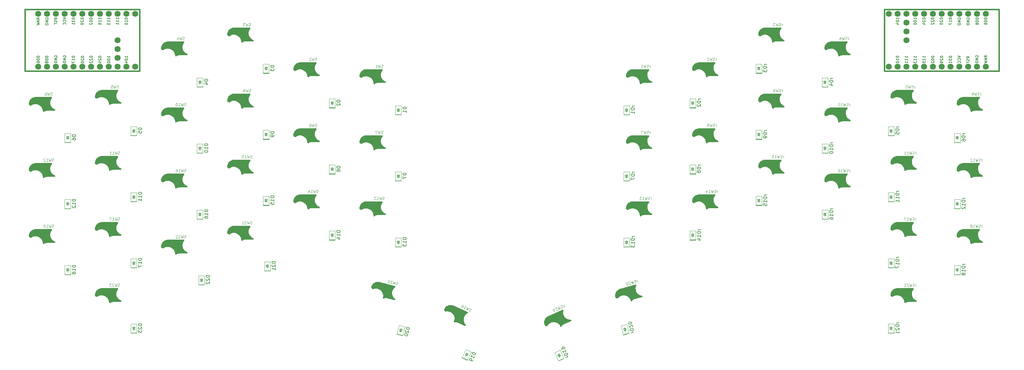
<source format=gbo>
%TF.GenerationSoftware,KiCad,Pcbnew,8.0.3*%
%TF.CreationDate,2025-01-04T16:23:02+09:00*%
%TF.ProjectId,manjaro_mx,6d616e6a-6172-46f5-9f6d-782e6b696361,rev?*%
%TF.SameCoordinates,Original*%
%TF.FileFunction,Legend,Bot*%
%TF.FilePolarity,Positive*%
%FSLAX46Y46*%
G04 Gerber Fmt 4.6, Leading zero omitted, Abs format (unit mm)*
G04 Created by KiCad (PCBNEW 8.0.3) date 2025-01-04 16:23:02*
%MOMM*%
%LPD*%
G01*
G04 APERTURE LIST*
%ADD10C,0.150000*%
%ADD11C,0.100000*%
%ADD12C,0.381000*%
%ADD13C,0.120000*%
%ADD14C,0.200000*%
%ADD15C,0.400000*%
%ADD16C,1.752600*%
G04 APERTURE END LIST*
D10*
X314332295Y-58921334D02*
X313951342Y-58654667D01*
X314332295Y-58464191D02*
X313532295Y-58464191D01*
X313532295Y-58464191D02*
X313532295Y-58768953D01*
X313532295Y-58768953D02*
X313570390Y-58845143D01*
X313570390Y-58845143D02*
X313608485Y-58883238D01*
X313608485Y-58883238D02*
X313684676Y-58921334D01*
X313684676Y-58921334D02*
X313798961Y-58921334D01*
X313798961Y-58921334D02*
X313875152Y-58883238D01*
X313875152Y-58883238D02*
X313913247Y-58845143D01*
X313913247Y-58845143D02*
X313951342Y-58768953D01*
X313951342Y-58768953D02*
X313951342Y-58464191D01*
X314103723Y-59226095D02*
X314103723Y-59607048D01*
X314332295Y-59149905D02*
X313532295Y-59416572D01*
X313532295Y-59416572D02*
X314332295Y-59683238D01*
X313532295Y-59873714D02*
X314332295Y-60064190D01*
X314332295Y-60064190D02*
X313760866Y-60216571D01*
X313760866Y-60216571D02*
X314332295Y-60368952D01*
X314332295Y-60368952D02*
X313532295Y-60559429D01*
X300832295Y-58737191D02*
X300832295Y-58813381D01*
X300832295Y-58813381D02*
X300870390Y-58889572D01*
X300870390Y-58889572D02*
X300908485Y-58927667D01*
X300908485Y-58927667D02*
X300984676Y-58965762D01*
X300984676Y-58965762D02*
X301137057Y-59003857D01*
X301137057Y-59003857D02*
X301327533Y-59003857D01*
X301327533Y-59003857D02*
X301479914Y-58965762D01*
X301479914Y-58965762D02*
X301556104Y-58927667D01*
X301556104Y-58927667D02*
X301594200Y-58889572D01*
X301594200Y-58889572D02*
X301632295Y-58813381D01*
X301632295Y-58813381D02*
X301632295Y-58737191D01*
X301632295Y-58737191D02*
X301594200Y-58661000D01*
X301594200Y-58661000D02*
X301556104Y-58622905D01*
X301556104Y-58622905D02*
X301479914Y-58584810D01*
X301479914Y-58584810D02*
X301327533Y-58546714D01*
X301327533Y-58546714D02*
X301137057Y-58546714D01*
X301137057Y-58546714D02*
X300984676Y-58584810D01*
X300984676Y-58584810D02*
X300908485Y-58622905D01*
X300908485Y-58622905D02*
X300870390Y-58661000D01*
X300870390Y-58661000D02*
X300832295Y-58737191D01*
X300908485Y-59308619D02*
X300870390Y-59346715D01*
X300870390Y-59346715D02*
X300832295Y-59422905D01*
X300832295Y-59422905D02*
X300832295Y-59613381D01*
X300832295Y-59613381D02*
X300870390Y-59689572D01*
X300870390Y-59689572D02*
X300908485Y-59727667D01*
X300908485Y-59727667D02*
X300984676Y-59765762D01*
X300984676Y-59765762D02*
X301060866Y-59765762D01*
X301060866Y-59765762D02*
X301175152Y-59727667D01*
X301175152Y-59727667D02*
X301632295Y-59270524D01*
X301632295Y-59270524D02*
X301632295Y-59765762D01*
X301632295Y-60146715D02*
X301632295Y-60299096D01*
X301632295Y-60299096D02*
X301594200Y-60375286D01*
X301594200Y-60375286D02*
X301556104Y-60413382D01*
X301556104Y-60413382D02*
X301441819Y-60489572D01*
X301441819Y-60489572D02*
X301289438Y-60527667D01*
X301289438Y-60527667D02*
X300984676Y-60527667D01*
X300984676Y-60527667D02*
X300908485Y-60489572D01*
X300908485Y-60489572D02*
X300870390Y-60451477D01*
X300870390Y-60451477D02*
X300832295Y-60375286D01*
X300832295Y-60375286D02*
X300832295Y-60222905D01*
X300832295Y-60222905D02*
X300870390Y-60146715D01*
X300870390Y-60146715D02*
X300908485Y-60108620D01*
X300908485Y-60108620D02*
X300984676Y-60070524D01*
X300984676Y-60070524D02*
X301175152Y-60070524D01*
X301175152Y-60070524D02*
X301251342Y-60108620D01*
X301251342Y-60108620D02*
X301289438Y-60146715D01*
X301289438Y-60146715D02*
X301327533Y-60222905D01*
X301327533Y-60222905D02*
X301327533Y-60375286D01*
X301327533Y-60375286D02*
X301289438Y-60451477D01*
X301289438Y-60451477D02*
X301251342Y-60489572D01*
X301251342Y-60489572D02*
X301175152Y-60527667D01*
X298262295Y-47662810D02*
X298262295Y-47739000D01*
X298262295Y-47739000D02*
X298300390Y-47815191D01*
X298300390Y-47815191D02*
X298338485Y-47853286D01*
X298338485Y-47853286D02*
X298414676Y-47891381D01*
X298414676Y-47891381D02*
X298567057Y-47929476D01*
X298567057Y-47929476D02*
X298757533Y-47929476D01*
X298757533Y-47929476D02*
X298909914Y-47891381D01*
X298909914Y-47891381D02*
X298986104Y-47853286D01*
X298986104Y-47853286D02*
X299024200Y-47815191D01*
X299024200Y-47815191D02*
X299062295Y-47739000D01*
X299062295Y-47739000D02*
X299062295Y-47662810D01*
X299062295Y-47662810D02*
X299024200Y-47586619D01*
X299024200Y-47586619D02*
X298986104Y-47548524D01*
X298986104Y-47548524D02*
X298909914Y-47510429D01*
X298909914Y-47510429D02*
X298757533Y-47472333D01*
X298757533Y-47472333D02*
X298567057Y-47472333D01*
X298567057Y-47472333D02*
X298414676Y-47510429D01*
X298414676Y-47510429D02*
X298338485Y-47548524D01*
X298338485Y-47548524D02*
X298300390Y-47586619D01*
X298300390Y-47586619D02*
X298262295Y-47662810D01*
X298338485Y-48234238D02*
X298300390Y-48272334D01*
X298300390Y-48272334D02*
X298262295Y-48348524D01*
X298262295Y-48348524D02*
X298262295Y-48539000D01*
X298262295Y-48539000D02*
X298300390Y-48615191D01*
X298300390Y-48615191D02*
X298338485Y-48653286D01*
X298338485Y-48653286D02*
X298414676Y-48691381D01*
X298414676Y-48691381D02*
X298490866Y-48691381D01*
X298490866Y-48691381D02*
X298605152Y-48653286D01*
X298605152Y-48653286D02*
X299062295Y-48196143D01*
X299062295Y-48196143D02*
X299062295Y-48691381D01*
X298338485Y-48996143D02*
X298300390Y-49034239D01*
X298300390Y-49034239D02*
X298262295Y-49110429D01*
X298262295Y-49110429D02*
X298262295Y-49300905D01*
X298262295Y-49300905D02*
X298300390Y-49377096D01*
X298300390Y-49377096D02*
X298338485Y-49415191D01*
X298338485Y-49415191D02*
X298414676Y-49453286D01*
X298414676Y-49453286D02*
X298490866Y-49453286D01*
X298490866Y-49453286D02*
X298605152Y-49415191D01*
X298605152Y-49415191D02*
X299062295Y-48958048D01*
X299062295Y-48958048D02*
X299062295Y-49453286D01*
X311062295Y-47662810D02*
X311062295Y-47739000D01*
X311062295Y-47739000D02*
X311100390Y-47815191D01*
X311100390Y-47815191D02*
X311138485Y-47853286D01*
X311138485Y-47853286D02*
X311214676Y-47891381D01*
X311214676Y-47891381D02*
X311367057Y-47929476D01*
X311367057Y-47929476D02*
X311557533Y-47929476D01*
X311557533Y-47929476D02*
X311709914Y-47891381D01*
X311709914Y-47891381D02*
X311786104Y-47853286D01*
X311786104Y-47853286D02*
X311824200Y-47815191D01*
X311824200Y-47815191D02*
X311862295Y-47739000D01*
X311862295Y-47739000D02*
X311862295Y-47662810D01*
X311862295Y-47662810D02*
X311824200Y-47586619D01*
X311824200Y-47586619D02*
X311786104Y-47548524D01*
X311786104Y-47548524D02*
X311709914Y-47510429D01*
X311709914Y-47510429D02*
X311557533Y-47472333D01*
X311557533Y-47472333D02*
X311367057Y-47472333D01*
X311367057Y-47472333D02*
X311214676Y-47510429D01*
X311214676Y-47510429D02*
X311138485Y-47548524D01*
X311138485Y-47548524D02*
X311100390Y-47586619D01*
X311100390Y-47586619D02*
X311062295Y-47662810D01*
X311062295Y-48424715D02*
X311062295Y-48500905D01*
X311062295Y-48500905D02*
X311100390Y-48577096D01*
X311100390Y-48577096D02*
X311138485Y-48615191D01*
X311138485Y-48615191D02*
X311214676Y-48653286D01*
X311214676Y-48653286D02*
X311367057Y-48691381D01*
X311367057Y-48691381D02*
X311557533Y-48691381D01*
X311557533Y-48691381D02*
X311709914Y-48653286D01*
X311709914Y-48653286D02*
X311786104Y-48615191D01*
X311786104Y-48615191D02*
X311824200Y-48577096D01*
X311824200Y-48577096D02*
X311862295Y-48500905D01*
X311862295Y-48500905D02*
X311862295Y-48424715D01*
X311862295Y-48424715D02*
X311824200Y-48348524D01*
X311824200Y-48348524D02*
X311786104Y-48310429D01*
X311786104Y-48310429D02*
X311709914Y-48272334D01*
X311709914Y-48272334D02*
X311557533Y-48234238D01*
X311557533Y-48234238D02*
X311367057Y-48234238D01*
X311367057Y-48234238D02*
X311214676Y-48272334D01*
X311214676Y-48272334D02*
X311138485Y-48310429D01*
X311138485Y-48310429D02*
X311100390Y-48348524D01*
X311100390Y-48348524D02*
X311062295Y-48424715D01*
X311405152Y-49148524D02*
X311367057Y-49072334D01*
X311367057Y-49072334D02*
X311328961Y-49034239D01*
X311328961Y-49034239D02*
X311252771Y-48996143D01*
X311252771Y-48996143D02*
X311214676Y-48996143D01*
X311214676Y-48996143D02*
X311138485Y-49034239D01*
X311138485Y-49034239D02*
X311100390Y-49072334D01*
X311100390Y-49072334D02*
X311062295Y-49148524D01*
X311062295Y-49148524D02*
X311062295Y-49300905D01*
X311062295Y-49300905D02*
X311100390Y-49377096D01*
X311100390Y-49377096D02*
X311138485Y-49415191D01*
X311138485Y-49415191D02*
X311214676Y-49453286D01*
X311214676Y-49453286D02*
X311252771Y-49453286D01*
X311252771Y-49453286D02*
X311328961Y-49415191D01*
X311328961Y-49415191D02*
X311367057Y-49377096D01*
X311367057Y-49377096D02*
X311405152Y-49300905D01*
X311405152Y-49300905D02*
X311405152Y-49148524D01*
X311405152Y-49148524D02*
X311443247Y-49072334D01*
X311443247Y-49072334D02*
X311481342Y-49034239D01*
X311481342Y-49034239D02*
X311557533Y-48996143D01*
X311557533Y-48996143D02*
X311709914Y-48996143D01*
X311709914Y-48996143D02*
X311786104Y-49034239D01*
X311786104Y-49034239D02*
X311824200Y-49072334D01*
X311824200Y-49072334D02*
X311862295Y-49148524D01*
X311862295Y-49148524D02*
X311862295Y-49300905D01*
X311862295Y-49300905D02*
X311824200Y-49377096D01*
X311824200Y-49377096D02*
X311786104Y-49415191D01*
X311786104Y-49415191D02*
X311709914Y-49453286D01*
X311709914Y-49453286D02*
X311557533Y-49453286D01*
X311557533Y-49453286D02*
X311481342Y-49415191D01*
X311481342Y-49415191D02*
X311443247Y-49377096D01*
X311443247Y-49377096D02*
X311405152Y-49300905D01*
X305950390Y-47929476D02*
X305912295Y-47853286D01*
X305912295Y-47853286D02*
X305912295Y-47739000D01*
X305912295Y-47739000D02*
X305950390Y-47624714D01*
X305950390Y-47624714D02*
X306026580Y-47548524D01*
X306026580Y-47548524D02*
X306102771Y-47510429D01*
X306102771Y-47510429D02*
X306255152Y-47472333D01*
X306255152Y-47472333D02*
X306369438Y-47472333D01*
X306369438Y-47472333D02*
X306521819Y-47510429D01*
X306521819Y-47510429D02*
X306598009Y-47548524D01*
X306598009Y-47548524D02*
X306674200Y-47624714D01*
X306674200Y-47624714D02*
X306712295Y-47739000D01*
X306712295Y-47739000D02*
X306712295Y-47815191D01*
X306712295Y-47815191D02*
X306674200Y-47929476D01*
X306674200Y-47929476D02*
X306636104Y-47967572D01*
X306636104Y-47967572D02*
X306369438Y-47967572D01*
X306369438Y-47967572D02*
X306369438Y-47815191D01*
X306712295Y-48310429D02*
X305912295Y-48310429D01*
X305912295Y-48310429D02*
X306712295Y-48767572D01*
X306712295Y-48767572D02*
X305912295Y-48767572D01*
X306712295Y-49148524D02*
X305912295Y-49148524D01*
X305912295Y-49148524D02*
X305912295Y-49339000D01*
X305912295Y-49339000D02*
X305950390Y-49453286D01*
X305950390Y-49453286D02*
X306026580Y-49529476D01*
X306026580Y-49529476D02*
X306102771Y-49567571D01*
X306102771Y-49567571D02*
X306255152Y-49605667D01*
X306255152Y-49605667D02*
X306369438Y-49605667D01*
X306369438Y-49605667D02*
X306521819Y-49567571D01*
X306521819Y-49567571D02*
X306598009Y-49529476D01*
X306598009Y-49529476D02*
X306674200Y-49453286D01*
X306674200Y-49453286D02*
X306712295Y-49339000D01*
X306712295Y-49339000D02*
X306712295Y-49148524D01*
X298292295Y-58737191D02*
X298292295Y-58813381D01*
X298292295Y-58813381D02*
X298330390Y-58889572D01*
X298330390Y-58889572D02*
X298368485Y-58927667D01*
X298368485Y-58927667D02*
X298444676Y-58965762D01*
X298444676Y-58965762D02*
X298597057Y-59003857D01*
X298597057Y-59003857D02*
X298787533Y-59003857D01*
X298787533Y-59003857D02*
X298939914Y-58965762D01*
X298939914Y-58965762D02*
X299016104Y-58927667D01*
X299016104Y-58927667D02*
X299054200Y-58889572D01*
X299054200Y-58889572D02*
X299092295Y-58813381D01*
X299092295Y-58813381D02*
X299092295Y-58737191D01*
X299092295Y-58737191D02*
X299054200Y-58661000D01*
X299054200Y-58661000D02*
X299016104Y-58622905D01*
X299016104Y-58622905D02*
X298939914Y-58584810D01*
X298939914Y-58584810D02*
X298787533Y-58546714D01*
X298787533Y-58546714D02*
X298597057Y-58546714D01*
X298597057Y-58546714D02*
X298444676Y-58584810D01*
X298444676Y-58584810D02*
X298368485Y-58622905D01*
X298368485Y-58622905D02*
X298330390Y-58661000D01*
X298330390Y-58661000D02*
X298292295Y-58737191D01*
X298292295Y-59499096D02*
X298292295Y-59575286D01*
X298292295Y-59575286D02*
X298330390Y-59651477D01*
X298330390Y-59651477D02*
X298368485Y-59689572D01*
X298368485Y-59689572D02*
X298444676Y-59727667D01*
X298444676Y-59727667D02*
X298597057Y-59765762D01*
X298597057Y-59765762D02*
X298787533Y-59765762D01*
X298787533Y-59765762D02*
X298939914Y-59727667D01*
X298939914Y-59727667D02*
X299016104Y-59689572D01*
X299016104Y-59689572D02*
X299054200Y-59651477D01*
X299054200Y-59651477D02*
X299092295Y-59575286D01*
X299092295Y-59575286D02*
X299092295Y-59499096D01*
X299092295Y-59499096D02*
X299054200Y-59422905D01*
X299054200Y-59422905D02*
X299016104Y-59384810D01*
X299016104Y-59384810D02*
X298939914Y-59346715D01*
X298939914Y-59346715D02*
X298787533Y-59308619D01*
X298787533Y-59308619D02*
X298597057Y-59308619D01*
X298597057Y-59308619D02*
X298444676Y-59346715D01*
X298444676Y-59346715D02*
X298368485Y-59384810D01*
X298368485Y-59384810D02*
X298330390Y-59422905D01*
X298330390Y-59422905D02*
X298292295Y-59499096D01*
X298368485Y-60070524D02*
X298330390Y-60108620D01*
X298330390Y-60108620D02*
X298292295Y-60184810D01*
X298292295Y-60184810D02*
X298292295Y-60375286D01*
X298292295Y-60375286D02*
X298330390Y-60451477D01*
X298330390Y-60451477D02*
X298368485Y-60489572D01*
X298368485Y-60489572D02*
X298444676Y-60527667D01*
X298444676Y-60527667D02*
X298520866Y-60527667D01*
X298520866Y-60527667D02*
X298635152Y-60489572D01*
X298635152Y-60489572D02*
X299092295Y-60032429D01*
X299092295Y-60032429D02*
X299092295Y-60527667D01*
X288932295Y-47929476D02*
X288932295Y-47472333D01*
X288932295Y-47700905D02*
X288132295Y-47700905D01*
X288132295Y-47700905D02*
X288246580Y-47624714D01*
X288246580Y-47624714D02*
X288322771Y-47548524D01*
X288322771Y-47548524D02*
X288360866Y-47472333D01*
X288132295Y-48424715D02*
X288132295Y-48500905D01*
X288132295Y-48500905D02*
X288170390Y-48577096D01*
X288170390Y-48577096D02*
X288208485Y-48615191D01*
X288208485Y-48615191D02*
X288284676Y-48653286D01*
X288284676Y-48653286D02*
X288437057Y-48691381D01*
X288437057Y-48691381D02*
X288627533Y-48691381D01*
X288627533Y-48691381D02*
X288779914Y-48653286D01*
X288779914Y-48653286D02*
X288856104Y-48615191D01*
X288856104Y-48615191D02*
X288894200Y-48577096D01*
X288894200Y-48577096D02*
X288932295Y-48500905D01*
X288932295Y-48500905D02*
X288932295Y-48424715D01*
X288932295Y-48424715D02*
X288894200Y-48348524D01*
X288894200Y-48348524D02*
X288856104Y-48310429D01*
X288856104Y-48310429D02*
X288779914Y-48272334D01*
X288779914Y-48272334D02*
X288627533Y-48234238D01*
X288627533Y-48234238D02*
X288437057Y-48234238D01*
X288437057Y-48234238D02*
X288284676Y-48272334D01*
X288284676Y-48272334D02*
X288208485Y-48310429D01*
X288208485Y-48310429D02*
X288170390Y-48348524D01*
X288170390Y-48348524D02*
X288132295Y-48424715D01*
X288398961Y-49377096D02*
X288932295Y-49377096D01*
X288094200Y-49186620D02*
X288665628Y-48996143D01*
X288665628Y-48996143D02*
X288665628Y-49491382D01*
X294012295Y-59003857D02*
X294012295Y-58546714D01*
X294012295Y-58775286D02*
X293212295Y-58775286D01*
X293212295Y-58775286D02*
X293326580Y-58699095D01*
X293326580Y-58699095D02*
X293402771Y-58622905D01*
X293402771Y-58622905D02*
X293440866Y-58546714D01*
X294012295Y-59765762D02*
X294012295Y-59308619D01*
X294012295Y-59537191D02*
X293212295Y-59537191D01*
X293212295Y-59537191D02*
X293326580Y-59461000D01*
X293326580Y-59461000D02*
X293402771Y-59384810D01*
X293402771Y-59384810D02*
X293440866Y-59308619D01*
X293212295Y-60032429D02*
X293212295Y-60527667D01*
X293212295Y-60527667D02*
X293517057Y-60261001D01*
X293517057Y-60261001D02*
X293517057Y-60375286D01*
X293517057Y-60375286D02*
X293555152Y-60451477D01*
X293555152Y-60451477D02*
X293593247Y-60489572D01*
X293593247Y-60489572D02*
X293669438Y-60527667D01*
X293669438Y-60527667D02*
X293859914Y-60527667D01*
X293859914Y-60527667D02*
X293936104Y-60489572D01*
X293936104Y-60489572D02*
X293974200Y-60451477D01*
X293974200Y-60451477D02*
X294012295Y-60375286D01*
X294012295Y-60375286D02*
X294012295Y-60146715D01*
X294012295Y-60146715D02*
X293974200Y-60070524D01*
X293974200Y-60070524D02*
X293936104Y-60032429D01*
X288132295Y-58737191D02*
X288132295Y-58813381D01*
X288132295Y-58813381D02*
X288170390Y-58889572D01*
X288170390Y-58889572D02*
X288208485Y-58927667D01*
X288208485Y-58927667D02*
X288284676Y-58965762D01*
X288284676Y-58965762D02*
X288437057Y-59003857D01*
X288437057Y-59003857D02*
X288627533Y-59003857D01*
X288627533Y-59003857D02*
X288779914Y-58965762D01*
X288779914Y-58965762D02*
X288856104Y-58927667D01*
X288856104Y-58927667D02*
X288894200Y-58889572D01*
X288894200Y-58889572D02*
X288932295Y-58813381D01*
X288932295Y-58813381D02*
X288932295Y-58737191D01*
X288932295Y-58737191D02*
X288894200Y-58661000D01*
X288894200Y-58661000D02*
X288856104Y-58622905D01*
X288856104Y-58622905D02*
X288779914Y-58584810D01*
X288779914Y-58584810D02*
X288627533Y-58546714D01*
X288627533Y-58546714D02*
X288437057Y-58546714D01*
X288437057Y-58546714D02*
X288284676Y-58584810D01*
X288284676Y-58584810D02*
X288208485Y-58622905D01*
X288208485Y-58622905D02*
X288170390Y-58661000D01*
X288170390Y-58661000D02*
X288132295Y-58737191D01*
X288932295Y-59765762D02*
X288932295Y-59308619D01*
X288932295Y-59537191D02*
X288132295Y-59537191D01*
X288132295Y-59537191D02*
X288246580Y-59461000D01*
X288246580Y-59461000D02*
X288322771Y-59384810D01*
X288322771Y-59384810D02*
X288360866Y-59308619D01*
X288132295Y-60261001D02*
X288132295Y-60337191D01*
X288132295Y-60337191D02*
X288170390Y-60413382D01*
X288170390Y-60413382D02*
X288208485Y-60451477D01*
X288208485Y-60451477D02*
X288284676Y-60489572D01*
X288284676Y-60489572D02*
X288437057Y-60527667D01*
X288437057Y-60527667D02*
X288627533Y-60527667D01*
X288627533Y-60527667D02*
X288779914Y-60489572D01*
X288779914Y-60489572D02*
X288856104Y-60451477D01*
X288856104Y-60451477D02*
X288894200Y-60413382D01*
X288894200Y-60413382D02*
X288932295Y-60337191D01*
X288932295Y-60337191D02*
X288932295Y-60261001D01*
X288932295Y-60261001D02*
X288894200Y-60184810D01*
X288894200Y-60184810D02*
X288856104Y-60146715D01*
X288856104Y-60146715D02*
X288779914Y-60108620D01*
X288779914Y-60108620D02*
X288627533Y-60070524D01*
X288627533Y-60070524D02*
X288437057Y-60070524D01*
X288437057Y-60070524D02*
X288284676Y-60108620D01*
X288284676Y-60108620D02*
X288208485Y-60146715D01*
X288208485Y-60146715D02*
X288170390Y-60184810D01*
X288170390Y-60184810D02*
X288132295Y-60261001D01*
X296552295Y-59003857D02*
X296552295Y-58546714D01*
X296552295Y-58775286D02*
X295752295Y-58775286D01*
X295752295Y-58775286D02*
X295866580Y-58699095D01*
X295866580Y-58699095D02*
X295942771Y-58622905D01*
X295942771Y-58622905D02*
X295980866Y-58546714D01*
X296552295Y-59765762D02*
X296552295Y-59308619D01*
X296552295Y-59537191D02*
X295752295Y-59537191D01*
X295752295Y-59537191D02*
X295866580Y-59461000D01*
X295866580Y-59461000D02*
X295942771Y-59384810D01*
X295942771Y-59384810D02*
X295980866Y-59308619D01*
X295752295Y-60489572D02*
X295752295Y-60108620D01*
X295752295Y-60108620D02*
X296133247Y-60070524D01*
X296133247Y-60070524D02*
X296095152Y-60108620D01*
X296095152Y-60108620D02*
X296057057Y-60184810D01*
X296057057Y-60184810D02*
X296057057Y-60375286D01*
X296057057Y-60375286D02*
X296095152Y-60451477D01*
X296095152Y-60451477D02*
X296133247Y-60489572D01*
X296133247Y-60489572D02*
X296209438Y-60527667D01*
X296209438Y-60527667D02*
X296399914Y-60527667D01*
X296399914Y-60527667D02*
X296476104Y-60489572D01*
X296476104Y-60489572D02*
X296514200Y-60451477D01*
X296514200Y-60451477D02*
X296552295Y-60375286D01*
X296552295Y-60375286D02*
X296552295Y-60184810D01*
X296552295Y-60184810D02*
X296514200Y-60108620D01*
X296514200Y-60108620D02*
X296476104Y-60070524D01*
X305912295Y-58470524D02*
X306712295Y-58737191D01*
X306712295Y-58737191D02*
X305912295Y-59003857D01*
X306636104Y-59727667D02*
X306674200Y-59689571D01*
X306674200Y-59689571D02*
X306712295Y-59575286D01*
X306712295Y-59575286D02*
X306712295Y-59499095D01*
X306712295Y-59499095D02*
X306674200Y-59384809D01*
X306674200Y-59384809D02*
X306598009Y-59308619D01*
X306598009Y-59308619D02*
X306521819Y-59270524D01*
X306521819Y-59270524D02*
X306369438Y-59232428D01*
X306369438Y-59232428D02*
X306255152Y-59232428D01*
X306255152Y-59232428D02*
X306102771Y-59270524D01*
X306102771Y-59270524D02*
X306026580Y-59308619D01*
X306026580Y-59308619D02*
X305950390Y-59384809D01*
X305950390Y-59384809D02*
X305912295Y-59499095D01*
X305912295Y-59499095D02*
X305912295Y-59575286D01*
X305912295Y-59575286D02*
X305950390Y-59689571D01*
X305950390Y-59689571D02*
X305988485Y-59727667D01*
X306636104Y-60527667D02*
X306674200Y-60489571D01*
X306674200Y-60489571D02*
X306712295Y-60375286D01*
X306712295Y-60375286D02*
X306712295Y-60299095D01*
X306712295Y-60299095D02*
X306674200Y-60184809D01*
X306674200Y-60184809D02*
X306598009Y-60108619D01*
X306598009Y-60108619D02*
X306521819Y-60070524D01*
X306521819Y-60070524D02*
X306369438Y-60032428D01*
X306369438Y-60032428D02*
X306255152Y-60032428D01*
X306255152Y-60032428D02*
X306102771Y-60070524D01*
X306102771Y-60070524D02*
X306026580Y-60108619D01*
X306026580Y-60108619D02*
X305950390Y-60184809D01*
X305950390Y-60184809D02*
X305912295Y-60299095D01*
X305912295Y-60299095D02*
X305912295Y-60375286D01*
X305912295Y-60375286D02*
X305950390Y-60489571D01*
X305950390Y-60489571D02*
X305988485Y-60527667D01*
X300762295Y-47662810D02*
X300762295Y-47739000D01*
X300762295Y-47739000D02*
X300800390Y-47815191D01*
X300800390Y-47815191D02*
X300838485Y-47853286D01*
X300838485Y-47853286D02*
X300914676Y-47891381D01*
X300914676Y-47891381D02*
X301067057Y-47929476D01*
X301067057Y-47929476D02*
X301257533Y-47929476D01*
X301257533Y-47929476D02*
X301409914Y-47891381D01*
X301409914Y-47891381D02*
X301486104Y-47853286D01*
X301486104Y-47853286D02*
X301524200Y-47815191D01*
X301524200Y-47815191D02*
X301562295Y-47739000D01*
X301562295Y-47739000D02*
X301562295Y-47662810D01*
X301562295Y-47662810D02*
X301524200Y-47586619D01*
X301524200Y-47586619D02*
X301486104Y-47548524D01*
X301486104Y-47548524D02*
X301409914Y-47510429D01*
X301409914Y-47510429D02*
X301257533Y-47472333D01*
X301257533Y-47472333D02*
X301067057Y-47472333D01*
X301067057Y-47472333D02*
X300914676Y-47510429D01*
X300914676Y-47510429D02*
X300838485Y-47548524D01*
X300838485Y-47548524D02*
X300800390Y-47586619D01*
X300800390Y-47586619D02*
X300762295Y-47662810D01*
X300838485Y-48234238D02*
X300800390Y-48272334D01*
X300800390Y-48272334D02*
X300762295Y-48348524D01*
X300762295Y-48348524D02*
X300762295Y-48539000D01*
X300762295Y-48539000D02*
X300800390Y-48615191D01*
X300800390Y-48615191D02*
X300838485Y-48653286D01*
X300838485Y-48653286D02*
X300914676Y-48691381D01*
X300914676Y-48691381D02*
X300990866Y-48691381D01*
X300990866Y-48691381D02*
X301105152Y-48653286D01*
X301105152Y-48653286D02*
X301562295Y-48196143D01*
X301562295Y-48196143D02*
X301562295Y-48691381D01*
X300762295Y-49186620D02*
X300762295Y-49262810D01*
X300762295Y-49262810D02*
X300800390Y-49339001D01*
X300800390Y-49339001D02*
X300838485Y-49377096D01*
X300838485Y-49377096D02*
X300914676Y-49415191D01*
X300914676Y-49415191D02*
X301067057Y-49453286D01*
X301067057Y-49453286D02*
X301257533Y-49453286D01*
X301257533Y-49453286D02*
X301409914Y-49415191D01*
X301409914Y-49415191D02*
X301486104Y-49377096D01*
X301486104Y-49377096D02*
X301524200Y-49339001D01*
X301524200Y-49339001D02*
X301562295Y-49262810D01*
X301562295Y-49262810D02*
X301562295Y-49186620D01*
X301562295Y-49186620D02*
X301524200Y-49110429D01*
X301524200Y-49110429D02*
X301486104Y-49072334D01*
X301486104Y-49072334D02*
X301409914Y-49034239D01*
X301409914Y-49034239D02*
X301257533Y-48996143D01*
X301257533Y-48996143D02*
X301067057Y-48996143D01*
X301067057Y-48996143D02*
X300914676Y-49034239D01*
X300914676Y-49034239D02*
X300838485Y-49072334D01*
X300838485Y-49072334D02*
X300800390Y-49110429D01*
X300800390Y-49110429D02*
X300762295Y-49186620D01*
X308490390Y-47929476D02*
X308452295Y-47853286D01*
X308452295Y-47853286D02*
X308452295Y-47739000D01*
X308452295Y-47739000D02*
X308490390Y-47624714D01*
X308490390Y-47624714D02*
X308566580Y-47548524D01*
X308566580Y-47548524D02*
X308642771Y-47510429D01*
X308642771Y-47510429D02*
X308795152Y-47472333D01*
X308795152Y-47472333D02*
X308909438Y-47472333D01*
X308909438Y-47472333D02*
X309061819Y-47510429D01*
X309061819Y-47510429D02*
X309138009Y-47548524D01*
X309138009Y-47548524D02*
X309214200Y-47624714D01*
X309214200Y-47624714D02*
X309252295Y-47739000D01*
X309252295Y-47739000D02*
X309252295Y-47815191D01*
X309252295Y-47815191D02*
X309214200Y-47929476D01*
X309214200Y-47929476D02*
X309176104Y-47967572D01*
X309176104Y-47967572D02*
X308909438Y-47967572D01*
X308909438Y-47967572D02*
X308909438Y-47815191D01*
X309252295Y-48310429D02*
X308452295Y-48310429D01*
X308452295Y-48310429D02*
X309252295Y-48767572D01*
X309252295Y-48767572D02*
X308452295Y-48767572D01*
X309252295Y-49148524D02*
X308452295Y-49148524D01*
X308452295Y-49148524D02*
X308452295Y-49339000D01*
X308452295Y-49339000D02*
X308490390Y-49453286D01*
X308490390Y-49453286D02*
X308566580Y-49529476D01*
X308566580Y-49529476D02*
X308642771Y-49567571D01*
X308642771Y-49567571D02*
X308795152Y-49605667D01*
X308795152Y-49605667D02*
X308909438Y-49605667D01*
X308909438Y-49605667D02*
X309061819Y-49567571D01*
X309061819Y-49567571D02*
X309138009Y-49529476D01*
X309138009Y-49529476D02*
X309214200Y-49453286D01*
X309214200Y-49453286D02*
X309252295Y-49339000D01*
X309252295Y-49339000D02*
X309252295Y-49148524D01*
X309252295Y-59149905D02*
X308871342Y-58883238D01*
X309252295Y-58692762D02*
X308452295Y-58692762D01*
X308452295Y-58692762D02*
X308452295Y-58997524D01*
X308452295Y-58997524D02*
X308490390Y-59073714D01*
X308490390Y-59073714D02*
X308528485Y-59111809D01*
X308528485Y-59111809D02*
X308604676Y-59149905D01*
X308604676Y-59149905D02*
X308718961Y-59149905D01*
X308718961Y-59149905D02*
X308795152Y-59111809D01*
X308795152Y-59111809D02*
X308833247Y-59073714D01*
X308833247Y-59073714D02*
X308871342Y-58997524D01*
X308871342Y-58997524D02*
X308871342Y-58692762D01*
X309214200Y-59454666D02*
X309252295Y-59568952D01*
X309252295Y-59568952D02*
X309252295Y-59759428D01*
X309252295Y-59759428D02*
X309214200Y-59835619D01*
X309214200Y-59835619D02*
X309176104Y-59873714D01*
X309176104Y-59873714D02*
X309099914Y-59911809D01*
X309099914Y-59911809D02*
X309023723Y-59911809D01*
X309023723Y-59911809D02*
X308947533Y-59873714D01*
X308947533Y-59873714D02*
X308909438Y-59835619D01*
X308909438Y-59835619D02*
X308871342Y-59759428D01*
X308871342Y-59759428D02*
X308833247Y-59607047D01*
X308833247Y-59607047D02*
X308795152Y-59530857D01*
X308795152Y-59530857D02*
X308757057Y-59492762D01*
X308757057Y-59492762D02*
X308680866Y-59454666D01*
X308680866Y-59454666D02*
X308604676Y-59454666D01*
X308604676Y-59454666D02*
X308528485Y-59492762D01*
X308528485Y-59492762D02*
X308490390Y-59530857D01*
X308490390Y-59530857D02*
X308452295Y-59607047D01*
X308452295Y-59607047D02*
X308452295Y-59797524D01*
X308452295Y-59797524D02*
X308490390Y-59911809D01*
X308452295Y-60140381D02*
X308452295Y-60597524D01*
X309252295Y-60368952D02*
X308452295Y-60368952D01*
X291472295Y-59003857D02*
X291472295Y-58546714D01*
X291472295Y-58775286D02*
X290672295Y-58775286D01*
X290672295Y-58775286D02*
X290786580Y-58699095D01*
X290786580Y-58699095D02*
X290862771Y-58622905D01*
X290862771Y-58622905D02*
X290900866Y-58546714D01*
X291472295Y-59765762D02*
X291472295Y-59308619D01*
X291472295Y-59537191D02*
X290672295Y-59537191D01*
X290672295Y-59537191D02*
X290786580Y-59461000D01*
X290786580Y-59461000D02*
X290862771Y-59384810D01*
X290862771Y-59384810D02*
X290900866Y-59308619D01*
X291472295Y-60527667D02*
X291472295Y-60070524D01*
X291472295Y-60299096D02*
X290672295Y-60299096D01*
X290672295Y-60299096D02*
X290786580Y-60222905D01*
X290786580Y-60222905D02*
X290862771Y-60146715D01*
X290862771Y-60146715D02*
X290900866Y-60070524D01*
X313532295Y-47662810D02*
X313532295Y-47739000D01*
X313532295Y-47739000D02*
X313570390Y-47815191D01*
X313570390Y-47815191D02*
X313608485Y-47853286D01*
X313608485Y-47853286D02*
X313684676Y-47891381D01*
X313684676Y-47891381D02*
X313837057Y-47929476D01*
X313837057Y-47929476D02*
X314027533Y-47929476D01*
X314027533Y-47929476D02*
X314179914Y-47891381D01*
X314179914Y-47891381D02*
X314256104Y-47853286D01*
X314256104Y-47853286D02*
X314294200Y-47815191D01*
X314294200Y-47815191D02*
X314332295Y-47739000D01*
X314332295Y-47739000D02*
X314332295Y-47662810D01*
X314332295Y-47662810D02*
X314294200Y-47586619D01*
X314294200Y-47586619D02*
X314256104Y-47548524D01*
X314256104Y-47548524D02*
X314179914Y-47510429D01*
X314179914Y-47510429D02*
X314027533Y-47472333D01*
X314027533Y-47472333D02*
X313837057Y-47472333D01*
X313837057Y-47472333D02*
X313684676Y-47510429D01*
X313684676Y-47510429D02*
X313608485Y-47548524D01*
X313608485Y-47548524D02*
X313570390Y-47586619D01*
X313570390Y-47586619D02*
X313532295Y-47662810D01*
X313532295Y-48424715D02*
X313532295Y-48500905D01*
X313532295Y-48500905D02*
X313570390Y-48577096D01*
X313570390Y-48577096D02*
X313608485Y-48615191D01*
X313608485Y-48615191D02*
X313684676Y-48653286D01*
X313684676Y-48653286D02*
X313837057Y-48691381D01*
X313837057Y-48691381D02*
X314027533Y-48691381D01*
X314027533Y-48691381D02*
X314179914Y-48653286D01*
X314179914Y-48653286D02*
X314256104Y-48615191D01*
X314256104Y-48615191D02*
X314294200Y-48577096D01*
X314294200Y-48577096D02*
X314332295Y-48500905D01*
X314332295Y-48500905D02*
X314332295Y-48424715D01*
X314332295Y-48424715D02*
X314294200Y-48348524D01*
X314294200Y-48348524D02*
X314256104Y-48310429D01*
X314256104Y-48310429D02*
X314179914Y-48272334D01*
X314179914Y-48272334D02*
X314027533Y-48234238D01*
X314027533Y-48234238D02*
X313837057Y-48234238D01*
X313837057Y-48234238D02*
X313684676Y-48272334D01*
X313684676Y-48272334D02*
X313608485Y-48310429D01*
X313608485Y-48310429D02*
X313570390Y-48348524D01*
X313570390Y-48348524D02*
X313532295Y-48424715D01*
X313532295Y-49377096D02*
X313532295Y-49224715D01*
X313532295Y-49224715D02*
X313570390Y-49148524D01*
X313570390Y-49148524D02*
X313608485Y-49110429D01*
X313608485Y-49110429D02*
X313722771Y-49034239D01*
X313722771Y-49034239D02*
X313875152Y-48996143D01*
X313875152Y-48996143D02*
X314179914Y-48996143D01*
X314179914Y-48996143D02*
X314256104Y-49034239D01*
X314256104Y-49034239D02*
X314294200Y-49072334D01*
X314294200Y-49072334D02*
X314332295Y-49148524D01*
X314332295Y-49148524D02*
X314332295Y-49300905D01*
X314332295Y-49300905D02*
X314294200Y-49377096D01*
X314294200Y-49377096D02*
X314256104Y-49415191D01*
X314256104Y-49415191D02*
X314179914Y-49453286D01*
X314179914Y-49453286D02*
X313989438Y-49453286D01*
X313989438Y-49453286D02*
X313913247Y-49415191D01*
X313913247Y-49415191D02*
X313875152Y-49377096D01*
X313875152Y-49377096D02*
X313837057Y-49300905D01*
X313837057Y-49300905D02*
X313837057Y-49148524D01*
X313837057Y-49148524D02*
X313875152Y-49072334D01*
X313875152Y-49072334D02*
X313913247Y-49034239D01*
X313913247Y-49034239D02*
X313989438Y-48996143D01*
X303372295Y-58737191D02*
X303372295Y-58813381D01*
X303372295Y-58813381D02*
X303410390Y-58889572D01*
X303410390Y-58889572D02*
X303448485Y-58927667D01*
X303448485Y-58927667D02*
X303524676Y-58965762D01*
X303524676Y-58965762D02*
X303677057Y-59003857D01*
X303677057Y-59003857D02*
X303867533Y-59003857D01*
X303867533Y-59003857D02*
X304019914Y-58965762D01*
X304019914Y-58965762D02*
X304096104Y-58927667D01*
X304096104Y-58927667D02*
X304134200Y-58889572D01*
X304134200Y-58889572D02*
X304172295Y-58813381D01*
X304172295Y-58813381D02*
X304172295Y-58737191D01*
X304172295Y-58737191D02*
X304134200Y-58661000D01*
X304134200Y-58661000D02*
X304096104Y-58622905D01*
X304096104Y-58622905D02*
X304019914Y-58584810D01*
X304019914Y-58584810D02*
X303867533Y-58546714D01*
X303867533Y-58546714D02*
X303677057Y-58546714D01*
X303677057Y-58546714D02*
X303524676Y-58584810D01*
X303524676Y-58584810D02*
X303448485Y-58622905D01*
X303448485Y-58622905D02*
X303410390Y-58661000D01*
X303410390Y-58661000D02*
X303372295Y-58737191D01*
X303372295Y-59270524D02*
X303372295Y-59765762D01*
X303372295Y-59765762D02*
X303677057Y-59499096D01*
X303677057Y-59499096D02*
X303677057Y-59613381D01*
X303677057Y-59613381D02*
X303715152Y-59689572D01*
X303715152Y-59689572D02*
X303753247Y-59727667D01*
X303753247Y-59727667D02*
X303829438Y-59765762D01*
X303829438Y-59765762D02*
X304019914Y-59765762D01*
X304019914Y-59765762D02*
X304096104Y-59727667D01*
X304096104Y-59727667D02*
X304134200Y-59689572D01*
X304134200Y-59689572D02*
X304172295Y-59613381D01*
X304172295Y-59613381D02*
X304172295Y-59384810D01*
X304172295Y-59384810D02*
X304134200Y-59308619D01*
X304134200Y-59308619D02*
X304096104Y-59270524D01*
X304172295Y-60527667D02*
X304172295Y-60070524D01*
X304172295Y-60299096D02*
X303372295Y-60299096D01*
X303372295Y-60299096D02*
X303486580Y-60222905D01*
X303486580Y-60222905D02*
X303562771Y-60146715D01*
X303562771Y-60146715D02*
X303600866Y-60070524D01*
X311030390Y-58845143D02*
X310992295Y-58768953D01*
X310992295Y-58768953D02*
X310992295Y-58654667D01*
X310992295Y-58654667D02*
X311030390Y-58540381D01*
X311030390Y-58540381D02*
X311106580Y-58464191D01*
X311106580Y-58464191D02*
X311182771Y-58426096D01*
X311182771Y-58426096D02*
X311335152Y-58388000D01*
X311335152Y-58388000D02*
X311449438Y-58388000D01*
X311449438Y-58388000D02*
X311601819Y-58426096D01*
X311601819Y-58426096D02*
X311678009Y-58464191D01*
X311678009Y-58464191D02*
X311754200Y-58540381D01*
X311754200Y-58540381D02*
X311792295Y-58654667D01*
X311792295Y-58654667D02*
X311792295Y-58730858D01*
X311792295Y-58730858D02*
X311754200Y-58845143D01*
X311754200Y-58845143D02*
X311716104Y-58883239D01*
X311716104Y-58883239D02*
X311449438Y-58883239D01*
X311449438Y-58883239D02*
X311449438Y-58730858D01*
X311792295Y-59226096D02*
X310992295Y-59226096D01*
X310992295Y-59226096D02*
X311792295Y-59683239D01*
X311792295Y-59683239D02*
X310992295Y-59683239D01*
X311792295Y-60064191D02*
X310992295Y-60064191D01*
X310992295Y-60064191D02*
X310992295Y-60254667D01*
X310992295Y-60254667D02*
X311030390Y-60368953D01*
X311030390Y-60368953D02*
X311106580Y-60445143D01*
X311106580Y-60445143D02*
X311182771Y-60483238D01*
X311182771Y-60483238D02*
X311335152Y-60521334D01*
X311335152Y-60521334D02*
X311449438Y-60521334D01*
X311449438Y-60521334D02*
X311601819Y-60483238D01*
X311601819Y-60483238D02*
X311678009Y-60445143D01*
X311678009Y-60445143D02*
X311754200Y-60368953D01*
X311754200Y-60368953D02*
X311792295Y-60254667D01*
X311792295Y-60254667D02*
X311792295Y-60064191D01*
X294012295Y-47929476D02*
X294012295Y-47472333D01*
X294012295Y-47700905D02*
X293212295Y-47700905D01*
X293212295Y-47700905D02*
X293326580Y-47624714D01*
X293326580Y-47624714D02*
X293402771Y-47548524D01*
X293402771Y-47548524D02*
X293440866Y-47472333D01*
X293212295Y-48424715D02*
X293212295Y-48500905D01*
X293212295Y-48500905D02*
X293250390Y-48577096D01*
X293250390Y-48577096D02*
X293288485Y-48615191D01*
X293288485Y-48615191D02*
X293364676Y-48653286D01*
X293364676Y-48653286D02*
X293517057Y-48691381D01*
X293517057Y-48691381D02*
X293707533Y-48691381D01*
X293707533Y-48691381D02*
X293859914Y-48653286D01*
X293859914Y-48653286D02*
X293936104Y-48615191D01*
X293936104Y-48615191D02*
X293974200Y-48577096D01*
X293974200Y-48577096D02*
X294012295Y-48500905D01*
X294012295Y-48500905D02*
X294012295Y-48424715D01*
X294012295Y-48424715D02*
X293974200Y-48348524D01*
X293974200Y-48348524D02*
X293936104Y-48310429D01*
X293936104Y-48310429D02*
X293859914Y-48272334D01*
X293859914Y-48272334D02*
X293707533Y-48234238D01*
X293707533Y-48234238D02*
X293517057Y-48234238D01*
X293517057Y-48234238D02*
X293364676Y-48272334D01*
X293364676Y-48272334D02*
X293288485Y-48310429D01*
X293288485Y-48310429D02*
X293250390Y-48348524D01*
X293250390Y-48348524D02*
X293212295Y-48424715D01*
X293212295Y-49186620D02*
X293212295Y-49262810D01*
X293212295Y-49262810D02*
X293250390Y-49339001D01*
X293250390Y-49339001D02*
X293288485Y-49377096D01*
X293288485Y-49377096D02*
X293364676Y-49415191D01*
X293364676Y-49415191D02*
X293517057Y-49453286D01*
X293517057Y-49453286D02*
X293707533Y-49453286D01*
X293707533Y-49453286D02*
X293859914Y-49415191D01*
X293859914Y-49415191D02*
X293936104Y-49377096D01*
X293936104Y-49377096D02*
X293974200Y-49339001D01*
X293974200Y-49339001D02*
X294012295Y-49262810D01*
X294012295Y-49262810D02*
X294012295Y-49186620D01*
X294012295Y-49186620D02*
X293974200Y-49110429D01*
X293974200Y-49110429D02*
X293936104Y-49072334D01*
X293936104Y-49072334D02*
X293859914Y-49034239D01*
X293859914Y-49034239D02*
X293707533Y-48996143D01*
X293707533Y-48996143D02*
X293517057Y-48996143D01*
X293517057Y-48996143D02*
X293364676Y-49034239D01*
X293364676Y-49034239D02*
X293288485Y-49072334D01*
X293288485Y-49072334D02*
X293250390Y-49110429D01*
X293250390Y-49110429D02*
X293212295Y-49186620D01*
X295762295Y-47662810D02*
X295762295Y-47739000D01*
X295762295Y-47739000D02*
X295800390Y-47815191D01*
X295800390Y-47815191D02*
X295838485Y-47853286D01*
X295838485Y-47853286D02*
X295914676Y-47891381D01*
X295914676Y-47891381D02*
X296067057Y-47929476D01*
X296067057Y-47929476D02*
X296257533Y-47929476D01*
X296257533Y-47929476D02*
X296409914Y-47891381D01*
X296409914Y-47891381D02*
X296486104Y-47853286D01*
X296486104Y-47853286D02*
X296524200Y-47815191D01*
X296524200Y-47815191D02*
X296562295Y-47739000D01*
X296562295Y-47739000D02*
X296562295Y-47662810D01*
X296562295Y-47662810D02*
X296524200Y-47586619D01*
X296524200Y-47586619D02*
X296486104Y-47548524D01*
X296486104Y-47548524D02*
X296409914Y-47510429D01*
X296409914Y-47510429D02*
X296257533Y-47472333D01*
X296257533Y-47472333D02*
X296067057Y-47472333D01*
X296067057Y-47472333D02*
X295914676Y-47510429D01*
X295914676Y-47510429D02*
X295838485Y-47548524D01*
X295838485Y-47548524D02*
X295800390Y-47586619D01*
X295800390Y-47586619D02*
X295762295Y-47662810D01*
X295838485Y-48234238D02*
X295800390Y-48272334D01*
X295800390Y-48272334D02*
X295762295Y-48348524D01*
X295762295Y-48348524D02*
X295762295Y-48539000D01*
X295762295Y-48539000D02*
X295800390Y-48615191D01*
X295800390Y-48615191D02*
X295838485Y-48653286D01*
X295838485Y-48653286D02*
X295914676Y-48691381D01*
X295914676Y-48691381D02*
X295990866Y-48691381D01*
X295990866Y-48691381D02*
X296105152Y-48653286D01*
X296105152Y-48653286D02*
X296562295Y-48196143D01*
X296562295Y-48196143D02*
X296562295Y-48691381D01*
X296028961Y-49377096D02*
X296562295Y-49377096D01*
X295724200Y-49186620D02*
X296295628Y-48996143D01*
X296295628Y-48996143D02*
X296295628Y-49491382D01*
X303372295Y-47662810D02*
X303372295Y-47739000D01*
X303372295Y-47739000D02*
X303410390Y-47815191D01*
X303410390Y-47815191D02*
X303448485Y-47853286D01*
X303448485Y-47853286D02*
X303524676Y-47891381D01*
X303524676Y-47891381D02*
X303677057Y-47929476D01*
X303677057Y-47929476D02*
X303867533Y-47929476D01*
X303867533Y-47929476D02*
X304019914Y-47891381D01*
X304019914Y-47891381D02*
X304096104Y-47853286D01*
X304096104Y-47853286D02*
X304134200Y-47815191D01*
X304134200Y-47815191D02*
X304172295Y-47739000D01*
X304172295Y-47739000D02*
X304172295Y-47662810D01*
X304172295Y-47662810D02*
X304134200Y-47586619D01*
X304134200Y-47586619D02*
X304096104Y-47548524D01*
X304096104Y-47548524D02*
X304019914Y-47510429D01*
X304019914Y-47510429D02*
X303867533Y-47472333D01*
X303867533Y-47472333D02*
X303677057Y-47472333D01*
X303677057Y-47472333D02*
X303524676Y-47510429D01*
X303524676Y-47510429D02*
X303448485Y-47548524D01*
X303448485Y-47548524D02*
X303410390Y-47586619D01*
X303410390Y-47586619D02*
X303372295Y-47662810D01*
X304172295Y-48691381D02*
X304172295Y-48234238D01*
X304172295Y-48462810D02*
X303372295Y-48462810D01*
X303372295Y-48462810D02*
X303486580Y-48386619D01*
X303486580Y-48386619D02*
X303562771Y-48310429D01*
X303562771Y-48310429D02*
X303600866Y-48234238D01*
X303372295Y-48958048D02*
X303372295Y-49491382D01*
X303372295Y-49491382D02*
X304172295Y-49148524D01*
X53292295Y-47662809D02*
X53292295Y-47738999D01*
X53292295Y-47738999D02*
X53330390Y-47815190D01*
X53330390Y-47815190D02*
X53368485Y-47853285D01*
X53368485Y-47853285D02*
X53444676Y-47891380D01*
X53444676Y-47891380D02*
X53597057Y-47929475D01*
X53597057Y-47929475D02*
X53787533Y-47929475D01*
X53787533Y-47929475D02*
X53939914Y-47891380D01*
X53939914Y-47891380D02*
X54016104Y-47853285D01*
X54016104Y-47853285D02*
X54054200Y-47815190D01*
X54054200Y-47815190D02*
X54092295Y-47738999D01*
X54092295Y-47738999D02*
X54092295Y-47662809D01*
X54092295Y-47662809D02*
X54054200Y-47586618D01*
X54054200Y-47586618D02*
X54016104Y-47548523D01*
X54016104Y-47548523D02*
X53939914Y-47510428D01*
X53939914Y-47510428D02*
X53787533Y-47472332D01*
X53787533Y-47472332D02*
X53597057Y-47472332D01*
X53597057Y-47472332D02*
X53444676Y-47510428D01*
X53444676Y-47510428D02*
X53368485Y-47548523D01*
X53368485Y-47548523D02*
X53330390Y-47586618D01*
X53330390Y-47586618D02*
X53292295Y-47662809D01*
X53368485Y-48234237D02*
X53330390Y-48272333D01*
X53330390Y-48272333D02*
X53292295Y-48348523D01*
X53292295Y-48348523D02*
X53292295Y-48538999D01*
X53292295Y-48538999D02*
X53330390Y-48615190D01*
X53330390Y-48615190D02*
X53368485Y-48653285D01*
X53368485Y-48653285D02*
X53444676Y-48691380D01*
X53444676Y-48691380D02*
X53520866Y-48691380D01*
X53520866Y-48691380D02*
X53635152Y-48653285D01*
X53635152Y-48653285D02*
X54092295Y-48196142D01*
X54092295Y-48196142D02*
X54092295Y-48691380D01*
X54092295Y-49072333D02*
X54092295Y-49224714D01*
X54092295Y-49224714D02*
X54054200Y-49300904D01*
X54054200Y-49300904D02*
X54016104Y-49339000D01*
X54016104Y-49339000D02*
X53901819Y-49415190D01*
X53901819Y-49415190D02*
X53749438Y-49453285D01*
X53749438Y-49453285D02*
X53444676Y-49453285D01*
X53444676Y-49453285D02*
X53368485Y-49415190D01*
X53368485Y-49415190D02*
X53330390Y-49377095D01*
X53330390Y-49377095D02*
X53292295Y-49300904D01*
X53292295Y-49300904D02*
X53292295Y-49148523D01*
X53292295Y-49148523D02*
X53330390Y-49072333D01*
X53330390Y-49072333D02*
X53368485Y-49034238D01*
X53368485Y-49034238D02*
X53444676Y-48996142D01*
X53444676Y-48996142D02*
X53635152Y-48996142D01*
X53635152Y-48996142D02*
X53711342Y-49034238D01*
X53711342Y-49034238D02*
X53749438Y-49072333D01*
X53749438Y-49072333D02*
X53787533Y-49148523D01*
X53787533Y-49148523D02*
X53787533Y-49300904D01*
X53787533Y-49300904D02*
X53749438Y-49377095D01*
X53749438Y-49377095D02*
X53711342Y-49415190D01*
X53711342Y-49415190D02*
X53635152Y-49453285D01*
X65992295Y-47662809D02*
X65992295Y-47738999D01*
X65992295Y-47738999D02*
X66030390Y-47815190D01*
X66030390Y-47815190D02*
X66068485Y-47853285D01*
X66068485Y-47853285D02*
X66144676Y-47891380D01*
X66144676Y-47891380D02*
X66297057Y-47929475D01*
X66297057Y-47929475D02*
X66487533Y-47929475D01*
X66487533Y-47929475D02*
X66639914Y-47891380D01*
X66639914Y-47891380D02*
X66716104Y-47853285D01*
X66716104Y-47853285D02*
X66754200Y-47815190D01*
X66754200Y-47815190D02*
X66792295Y-47738999D01*
X66792295Y-47738999D02*
X66792295Y-47662809D01*
X66792295Y-47662809D02*
X66754200Y-47586618D01*
X66754200Y-47586618D02*
X66716104Y-47548523D01*
X66716104Y-47548523D02*
X66639914Y-47510428D01*
X66639914Y-47510428D02*
X66487533Y-47472332D01*
X66487533Y-47472332D02*
X66297057Y-47472332D01*
X66297057Y-47472332D02*
X66144676Y-47510428D01*
X66144676Y-47510428D02*
X66068485Y-47548523D01*
X66068485Y-47548523D02*
X66030390Y-47586618D01*
X66030390Y-47586618D02*
X65992295Y-47662809D01*
X66792295Y-48691380D02*
X66792295Y-48234237D01*
X66792295Y-48462809D02*
X65992295Y-48462809D01*
X65992295Y-48462809D02*
X66106580Y-48386618D01*
X66106580Y-48386618D02*
X66182771Y-48310428D01*
X66182771Y-48310428D02*
X66220866Y-48234237D01*
X65992295Y-49186619D02*
X65992295Y-49262809D01*
X65992295Y-49262809D02*
X66030390Y-49339000D01*
X66030390Y-49339000D02*
X66068485Y-49377095D01*
X66068485Y-49377095D02*
X66144676Y-49415190D01*
X66144676Y-49415190D02*
X66297057Y-49453285D01*
X66297057Y-49453285D02*
X66487533Y-49453285D01*
X66487533Y-49453285D02*
X66639914Y-49415190D01*
X66639914Y-49415190D02*
X66716104Y-49377095D01*
X66716104Y-49377095D02*
X66754200Y-49339000D01*
X66754200Y-49339000D02*
X66792295Y-49262809D01*
X66792295Y-49262809D02*
X66792295Y-49186619D01*
X66792295Y-49186619D02*
X66754200Y-49110428D01*
X66754200Y-49110428D02*
X66716104Y-49072333D01*
X66716104Y-49072333D02*
X66639914Y-49034238D01*
X66639914Y-49034238D02*
X66487533Y-48996142D01*
X66487533Y-48996142D02*
X66297057Y-48996142D01*
X66297057Y-48996142D02*
X66144676Y-49034238D01*
X66144676Y-49034238D02*
X66068485Y-49072333D01*
X66068485Y-49072333D02*
X66030390Y-49110428D01*
X66030390Y-49110428D02*
X65992295Y-49186619D01*
X40592295Y-58737190D02*
X40592295Y-58813380D01*
X40592295Y-58813380D02*
X40630390Y-58889571D01*
X40630390Y-58889571D02*
X40668485Y-58927666D01*
X40668485Y-58927666D02*
X40744676Y-58965761D01*
X40744676Y-58965761D02*
X40897057Y-59003856D01*
X40897057Y-59003856D02*
X41087533Y-59003856D01*
X41087533Y-59003856D02*
X41239914Y-58965761D01*
X41239914Y-58965761D02*
X41316104Y-58927666D01*
X41316104Y-58927666D02*
X41354200Y-58889571D01*
X41354200Y-58889571D02*
X41392295Y-58813380D01*
X41392295Y-58813380D02*
X41392295Y-58737190D01*
X41392295Y-58737190D02*
X41354200Y-58660999D01*
X41354200Y-58660999D02*
X41316104Y-58622904D01*
X41316104Y-58622904D02*
X41239914Y-58584809D01*
X41239914Y-58584809D02*
X41087533Y-58546713D01*
X41087533Y-58546713D02*
X40897057Y-58546713D01*
X40897057Y-58546713D02*
X40744676Y-58584809D01*
X40744676Y-58584809D02*
X40668485Y-58622904D01*
X40668485Y-58622904D02*
X40630390Y-58660999D01*
X40630390Y-58660999D02*
X40592295Y-58737190D01*
X40592295Y-59499095D02*
X40592295Y-59575285D01*
X40592295Y-59575285D02*
X40630390Y-59651476D01*
X40630390Y-59651476D02*
X40668485Y-59689571D01*
X40668485Y-59689571D02*
X40744676Y-59727666D01*
X40744676Y-59727666D02*
X40897057Y-59765761D01*
X40897057Y-59765761D02*
X41087533Y-59765761D01*
X41087533Y-59765761D02*
X41239914Y-59727666D01*
X41239914Y-59727666D02*
X41316104Y-59689571D01*
X41316104Y-59689571D02*
X41354200Y-59651476D01*
X41354200Y-59651476D02*
X41392295Y-59575285D01*
X41392295Y-59575285D02*
X41392295Y-59499095D01*
X41392295Y-59499095D02*
X41354200Y-59422904D01*
X41354200Y-59422904D02*
X41316104Y-59384809D01*
X41316104Y-59384809D02*
X41239914Y-59346714D01*
X41239914Y-59346714D02*
X41087533Y-59308618D01*
X41087533Y-59308618D02*
X40897057Y-59308618D01*
X40897057Y-59308618D02*
X40744676Y-59346714D01*
X40744676Y-59346714D02*
X40668485Y-59384809D01*
X40668485Y-59384809D02*
X40630390Y-59422904D01*
X40630390Y-59422904D02*
X40592295Y-59499095D01*
X40592295Y-60451476D02*
X40592295Y-60299095D01*
X40592295Y-60299095D02*
X40630390Y-60222904D01*
X40630390Y-60222904D02*
X40668485Y-60184809D01*
X40668485Y-60184809D02*
X40782771Y-60108619D01*
X40782771Y-60108619D02*
X40935152Y-60070523D01*
X40935152Y-60070523D02*
X41239914Y-60070523D01*
X41239914Y-60070523D02*
X41316104Y-60108619D01*
X41316104Y-60108619D02*
X41354200Y-60146714D01*
X41354200Y-60146714D02*
X41392295Y-60222904D01*
X41392295Y-60222904D02*
X41392295Y-60375285D01*
X41392295Y-60375285D02*
X41354200Y-60451476D01*
X41354200Y-60451476D02*
X41316104Y-60489571D01*
X41316104Y-60489571D02*
X41239914Y-60527666D01*
X41239914Y-60527666D02*
X41049438Y-60527666D01*
X41049438Y-60527666D02*
X40973247Y-60489571D01*
X40973247Y-60489571D02*
X40935152Y-60451476D01*
X40935152Y-60451476D02*
X40897057Y-60375285D01*
X40897057Y-60375285D02*
X40897057Y-60222904D01*
X40897057Y-60222904D02*
X40935152Y-60146714D01*
X40935152Y-60146714D02*
X40973247Y-60108619D01*
X40973247Y-60108619D02*
X41049438Y-60070523D01*
X45710390Y-58851476D02*
X45672295Y-58775286D01*
X45672295Y-58775286D02*
X45672295Y-58661000D01*
X45672295Y-58661000D02*
X45710390Y-58546714D01*
X45710390Y-58546714D02*
X45786580Y-58470524D01*
X45786580Y-58470524D02*
X45862771Y-58432429D01*
X45862771Y-58432429D02*
X46015152Y-58394333D01*
X46015152Y-58394333D02*
X46129438Y-58394333D01*
X46129438Y-58394333D02*
X46281819Y-58432429D01*
X46281819Y-58432429D02*
X46358009Y-58470524D01*
X46358009Y-58470524D02*
X46434200Y-58546714D01*
X46434200Y-58546714D02*
X46472295Y-58661000D01*
X46472295Y-58661000D02*
X46472295Y-58737191D01*
X46472295Y-58737191D02*
X46434200Y-58851476D01*
X46434200Y-58851476D02*
X46396104Y-58889572D01*
X46396104Y-58889572D02*
X46129438Y-58889572D01*
X46129438Y-58889572D02*
X46129438Y-58737191D01*
X46472295Y-59232429D02*
X45672295Y-59232429D01*
X45672295Y-59232429D02*
X46472295Y-59689572D01*
X46472295Y-59689572D02*
X45672295Y-59689572D01*
X46472295Y-60070524D02*
X45672295Y-60070524D01*
X45672295Y-60070524D02*
X45672295Y-60261000D01*
X45672295Y-60261000D02*
X45710390Y-60375286D01*
X45710390Y-60375286D02*
X45786580Y-60451476D01*
X45786580Y-60451476D02*
X45862771Y-60489571D01*
X45862771Y-60489571D02*
X46015152Y-60527667D01*
X46015152Y-60527667D02*
X46129438Y-60527667D01*
X46129438Y-60527667D02*
X46281819Y-60489571D01*
X46281819Y-60489571D02*
X46358009Y-60451476D01*
X46358009Y-60451476D02*
X46434200Y-60375286D01*
X46434200Y-60375286D02*
X46472295Y-60261000D01*
X46472295Y-60261000D02*
X46472295Y-60070524D01*
X59172295Y-47929475D02*
X59172295Y-47472332D01*
X59172295Y-47700904D02*
X58372295Y-47700904D01*
X58372295Y-47700904D02*
X58486580Y-47624713D01*
X58486580Y-47624713D02*
X58562771Y-47548523D01*
X58562771Y-47548523D02*
X58600866Y-47472332D01*
X59172295Y-48691380D02*
X59172295Y-48234237D01*
X59172295Y-48462809D02*
X58372295Y-48462809D01*
X58372295Y-48462809D02*
X58486580Y-48386618D01*
X58486580Y-48386618D02*
X58562771Y-48310428D01*
X58562771Y-48310428D02*
X58600866Y-48234237D01*
X58372295Y-49415190D02*
X58372295Y-49034238D01*
X58372295Y-49034238D02*
X58753247Y-48996142D01*
X58753247Y-48996142D02*
X58715152Y-49034238D01*
X58715152Y-49034238D02*
X58677057Y-49110428D01*
X58677057Y-49110428D02*
X58677057Y-49300904D01*
X58677057Y-49300904D02*
X58715152Y-49377095D01*
X58715152Y-49377095D02*
X58753247Y-49415190D01*
X58753247Y-49415190D02*
X58829438Y-49453285D01*
X58829438Y-49453285D02*
X59019914Y-49453285D01*
X59019914Y-49453285D02*
X59096104Y-49415190D01*
X59096104Y-49415190D02*
X59134200Y-49377095D01*
X59134200Y-49377095D02*
X59172295Y-49300904D01*
X59172295Y-49300904D02*
X59172295Y-49110428D01*
X59172295Y-49110428D02*
X59134200Y-49034238D01*
X59134200Y-49034238D02*
X59096104Y-48996142D01*
X43062295Y-58737190D02*
X43062295Y-58813380D01*
X43062295Y-58813380D02*
X43100390Y-58889571D01*
X43100390Y-58889571D02*
X43138485Y-58927666D01*
X43138485Y-58927666D02*
X43214676Y-58965761D01*
X43214676Y-58965761D02*
X43367057Y-59003856D01*
X43367057Y-59003856D02*
X43557533Y-59003856D01*
X43557533Y-59003856D02*
X43709914Y-58965761D01*
X43709914Y-58965761D02*
X43786104Y-58927666D01*
X43786104Y-58927666D02*
X43824200Y-58889571D01*
X43824200Y-58889571D02*
X43862295Y-58813380D01*
X43862295Y-58813380D02*
X43862295Y-58737190D01*
X43862295Y-58737190D02*
X43824200Y-58660999D01*
X43824200Y-58660999D02*
X43786104Y-58622904D01*
X43786104Y-58622904D02*
X43709914Y-58584809D01*
X43709914Y-58584809D02*
X43557533Y-58546713D01*
X43557533Y-58546713D02*
X43367057Y-58546713D01*
X43367057Y-58546713D02*
X43214676Y-58584809D01*
X43214676Y-58584809D02*
X43138485Y-58622904D01*
X43138485Y-58622904D02*
X43100390Y-58660999D01*
X43100390Y-58660999D02*
X43062295Y-58737190D01*
X43062295Y-59499095D02*
X43062295Y-59575285D01*
X43062295Y-59575285D02*
X43100390Y-59651476D01*
X43100390Y-59651476D02*
X43138485Y-59689571D01*
X43138485Y-59689571D02*
X43214676Y-59727666D01*
X43214676Y-59727666D02*
X43367057Y-59765761D01*
X43367057Y-59765761D02*
X43557533Y-59765761D01*
X43557533Y-59765761D02*
X43709914Y-59727666D01*
X43709914Y-59727666D02*
X43786104Y-59689571D01*
X43786104Y-59689571D02*
X43824200Y-59651476D01*
X43824200Y-59651476D02*
X43862295Y-59575285D01*
X43862295Y-59575285D02*
X43862295Y-59499095D01*
X43862295Y-59499095D02*
X43824200Y-59422904D01*
X43824200Y-59422904D02*
X43786104Y-59384809D01*
X43786104Y-59384809D02*
X43709914Y-59346714D01*
X43709914Y-59346714D02*
X43557533Y-59308618D01*
X43557533Y-59308618D02*
X43367057Y-59308618D01*
X43367057Y-59308618D02*
X43214676Y-59346714D01*
X43214676Y-59346714D02*
X43138485Y-59384809D01*
X43138485Y-59384809D02*
X43100390Y-59422904D01*
X43100390Y-59422904D02*
X43062295Y-59499095D01*
X43405152Y-60222904D02*
X43367057Y-60146714D01*
X43367057Y-60146714D02*
X43328961Y-60108619D01*
X43328961Y-60108619D02*
X43252771Y-60070523D01*
X43252771Y-60070523D02*
X43214676Y-60070523D01*
X43214676Y-60070523D02*
X43138485Y-60108619D01*
X43138485Y-60108619D02*
X43100390Y-60146714D01*
X43100390Y-60146714D02*
X43062295Y-60222904D01*
X43062295Y-60222904D02*
X43062295Y-60375285D01*
X43062295Y-60375285D02*
X43100390Y-60451476D01*
X43100390Y-60451476D02*
X43138485Y-60489571D01*
X43138485Y-60489571D02*
X43214676Y-60527666D01*
X43214676Y-60527666D02*
X43252771Y-60527666D01*
X43252771Y-60527666D02*
X43328961Y-60489571D01*
X43328961Y-60489571D02*
X43367057Y-60451476D01*
X43367057Y-60451476D02*
X43405152Y-60375285D01*
X43405152Y-60375285D02*
X43405152Y-60222904D01*
X43405152Y-60222904D02*
X43443247Y-60146714D01*
X43443247Y-60146714D02*
X43481342Y-60108619D01*
X43481342Y-60108619D02*
X43557533Y-60070523D01*
X43557533Y-60070523D02*
X43709914Y-60070523D01*
X43709914Y-60070523D02*
X43786104Y-60108619D01*
X43786104Y-60108619D02*
X43824200Y-60146714D01*
X43824200Y-60146714D02*
X43862295Y-60222904D01*
X43862295Y-60222904D02*
X43862295Y-60375285D01*
X43862295Y-60375285D02*
X43824200Y-60451476D01*
X43824200Y-60451476D02*
X43786104Y-60489571D01*
X43786104Y-60489571D02*
X43709914Y-60527666D01*
X43709914Y-60527666D02*
X43557533Y-60527666D01*
X43557533Y-60527666D02*
X43481342Y-60489571D01*
X43481342Y-60489571D02*
X43443247Y-60451476D01*
X43443247Y-60451476D02*
X43405152Y-60375285D01*
X41392295Y-47973904D02*
X41011342Y-47707237D01*
X41392295Y-47516761D02*
X40592295Y-47516761D01*
X40592295Y-47516761D02*
X40592295Y-47821523D01*
X40592295Y-47821523D02*
X40630390Y-47897713D01*
X40630390Y-47897713D02*
X40668485Y-47935808D01*
X40668485Y-47935808D02*
X40744676Y-47973904D01*
X40744676Y-47973904D02*
X40858961Y-47973904D01*
X40858961Y-47973904D02*
X40935152Y-47935808D01*
X40935152Y-47935808D02*
X40973247Y-47897713D01*
X40973247Y-47897713D02*
X41011342Y-47821523D01*
X41011342Y-47821523D02*
X41011342Y-47516761D01*
X41163723Y-48278665D02*
X41163723Y-48659618D01*
X41392295Y-48202475D02*
X40592295Y-48469142D01*
X40592295Y-48469142D02*
X41392295Y-48735808D01*
X40592295Y-48926284D02*
X41392295Y-49116760D01*
X41392295Y-49116760D02*
X40820866Y-49269141D01*
X40820866Y-49269141D02*
X41392295Y-49421522D01*
X41392295Y-49421522D02*
X40592295Y-49611999D01*
X50752295Y-58737190D02*
X50752295Y-58813380D01*
X50752295Y-58813380D02*
X50790390Y-58889571D01*
X50790390Y-58889571D02*
X50828485Y-58927666D01*
X50828485Y-58927666D02*
X50904676Y-58965761D01*
X50904676Y-58965761D02*
X51057057Y-59003856D01*
X51057057Y-59003856D02*
X51247533Y-59003856D01*
X51247533Y-59003856D02*
X51399914Y-58965761D01*
X51399914Y-58965761D02*
X51476104Y-58927666D01*
X51476104Y-58927666D02*
X51514200Y-58889571D01*
X51514200Y-58889571D02*
X51552295Y-58813380D01*
X51552295Y-58813380D02*
X51552295Y-58737190D01*
X51552295Y-58737190D02*
X51514200Y-58660999D01*
X51514200Y-58660999D02*
X51476104Y-58622904D01*
X51476104Y-58622904D02*
X51399914Y-58584809D01*
X51399914Y-58584809D02*
X51247533Y-58546713D01*
X51247533Y-58546713D02*
X51057057Y-58546713D01*
X51057057Y-58546713D02*
X50904676Y-58584809D01*
X50904676Y-58584809D02*
X50828485Y-58622904D01*
X50828485Y-58622904D02*
X50790390Y-58660999D01*
X50790390Y-58660999D02*
X50752295Y-58737190D01*
X51552295Y-59765761D02*
X51552295Y-59308618D01*
X51552295Y-59537190D02*
X50752295Y-59537190D01*
X50752295Y-59537190D02*
X50866580Y-59460999D01*
X50866580Y-59460999D02*
X50942771Y-59384809D01*
X50942771Y-59384809D02*
X50980866Y-59308618D01*
X50752295Y-60032428D02*
X50752295Y-60565762D01*
X50752295Y-60565762D02*
X51552295Y-60222904D01*
X43170390Y-47935809D02*
X43132295Y-47859619D01*
X43132295Y-47859619D02*
X43132295Y-47745333D01*
X43132295Y-47745333D02*
X43170390Y-47631047D01*
X43170390Y-47631047D02*
X43246580Y-47554857D01*
X43246580Y-47554857D02*
X43322771Y-47516762D01*
X43322771Y-47516762D02*
X43475152Y-47478666D01*
X43475152Y-47478666D02*
X43589438Y-47478666D01*
X43589438Y-47478666D02*
X43741819Y-47516762D01*
X43741819Y-47516762D02*
X43818009Y-47554857D01*
X43818009Y-47554857D02*
X43894200Y-47631047D01*
X43894200Y-47631047D02*
X43932295Y-47745333D01*
X43932295Y-47745333D02*
X43932295Y-47821524D01*
X43932295Y-47821524D02*
X43894200Y-47935809D01*
X43894200Y-47935809D02*
X43856104Y-47973905D01*
X43856104Y-47973905D02*
X43589438Y-47973905D01*
X43589438Y-47973905D02*
X43589438Y-47821524D01*
X43932295Y-48316762D02*
X43132295Y-48316762D01*
X43132295Y-48316762D02*
X43932295Y-48773905D01*
X43932295Y-48773905D02*
X43132295Y-48773905D01*
X43932295Y-49154857D02*
X43132295Y-49154857D01*
X43132295Y-49154857D02*
X43132295Y-49345333D01*
X43132295Y-49345333D02*
X43170390Y-49459619D01*
X43170390Y-49459619D02*
X43246580Y-49535809D01*
X43246580Y-49535809D02*
X43322771Y-49573904D01*
X43322771Y-49573904D02*
X43475152Y-49612000D01*
X43475152Y-49612000D02*
X43589438Y-49612000D01*
X43589438Y-49612000D02*
X43741819Y-49573904D01*
X43741819Y-49573904D02*
X43818009Y-49535809D01*
X43818009Y-49535809D02*
X43894200Y-49459619D01*
X43894200Y-49459619D02*
X43932295Y-49345333D01*
X43932295Y-49345333D02*
X43932295Y-49154857D01*
X58362295Y-58737190D02*
X58362295Y-58813380D01*
X58362295Y-58813380D02*
X58400390Y-58889571D01*
X58400390Y-58889571D02*
X58438485Y-58927666D01*
X58438485Y-58927666D02*
X58514676Y-58965761D01*
X58514676Y-58965761D02*
X58667057Y-59003856D01*
X58667057Y-59003856D02*
X58857533Y-59003856D01*
X58857533Y-59003856D02*
X59009914Y-58965761D01*
X59009914Y-58965761D02*
X59086104Y-58927666D01*
X59086104Y-58927666D02*
X59124200Y-58889571D01*
X59124200Y-58889571D02*
X59162295Y-58813380D01*
X59162295Y-58813380D02*
X59162295Y-58737190D01*
X59162295Y-58737190D02*
X59124200Y-58660999D01*
X59124200Y-58660999D02*
X59086104Y-58622904D01*
X59086104Y-58622904D02*
X59009914Y-58584809D01*
X59009914Y-58584809D02*
X58857533Y-58546713D01*
X58857533Y-58546713D02*
X58667057Y-58546713D01*
X58667057Y-58546713D02*
X58514676Y-58584809D01*
X58514676Y-58584809D02*
X58438485Y-58622904D01*
X58438485Y-58622904D02*
X58400390Y-58660999D01*
X58400390Y-58660999D02*
X58362295Y-58737190D01*
X58438485Y-59308618D02*
X58400390Y-59346714D01*
X58400390Y-59346714D02*
X58362295Y-59422904D01*
X58362295Y-59422904D02*
X58362295Y-59613380D01*
X58362295Y-59613380D02*
X58400390Y-59689571D01*
X58400390Y-59689571D02*
X58438485Y-59727666D01*
X58438485Y-59727666D02*
X58514676Y-59765761D01*
X58514676Y-59765761D02*
X58590866Y-59765761D01*
X58590866Y-59765761D02*
X58705152Y-59727666D01*
X58705152Y-59727666D02*
X59162295Y-59270523D01*
X59162295Y-59270523D02*
X59162295Y-59765761D01*
X58628961Y-60451476D02*
X59162295Y-60451476D01*
X58324200Y-60261000D02*
X58895628Y-60070523D01*
X58895628Y-60070523D02*
X58895628Y-60565762D01*
X55862295Y-58737190D02*
X55862295Y-58813380D01*
X55862295Y-58813380D02*
X55900390Y-58889571D01*
X55900390Y-58889571D02*
X55938485Y-58927666D01*
X55938485Y-58927666D02*
X56014676Y-58965761D01*
X56014676Y-58965761D02*
X56167057Y-59003856D01*
X56167057Y-59003856D02*
X56357533Y-59003856D01*
X56357533Y-59003856D02*
X56509914Y-58965761D01*
X56509914Y-58965761D02*
X56586104Y-58927666D01*
X56586104Y-58927666D02*
X56624200Y-58889571D01*
X56624200Y-58889571D02*
X56662295Y-58813380D01*
X56662295Y-58813380D02*
X56662295Y-58737190D01*
X56662295Y-58737190D02*
X56624200Y-58660999D01*
X56624200Y-58660999D02*
X56586104Y-58622904D01*
X56586104Y-58622904D02*
X56509914Y-58584809D01*
X56509914Y-58584809D02*
X56357533Y-58546713D01*
X56357533Y-58546713D02*
X56167057Y-58546713D01*
X56167057Y-58546713D02*
X56014676Y-58584809D01*
X56014676Y-58584809D02*
X55938485Y-58622904D01*
X55938485Y-58622904D02*
X55900390Y-58660999D01*
X55900390Y-58660999D02*
X55862295Y-58737190D01*
X55938485Y-59308618D02*
X55900390Y-59346714D01*
X55900390Y-59346714D02*
X55862295Y-59422904D01*
X55862295Y-59422904D02*
X55862295Y-59613380D01*
X55862295Y-59613380D02*
X55900390Y-59689571D01*
X55900390Y-59689571D02*
X55938485Y-59727666D01*
X55938485Y-59727666D02*
X56014676Y-59765761D01*
X56014676Y-59765761D02*
X56090866Y-59765761D01*
X56090866Y-59765761D02*
X56205152Y-59727666D01*
X56205152Y-59727666D02*
X56662295Y-59270523D01*
X56662295Y-59270523D02*
X56662295Y-59765761D01*
X55938485Y-60070523D02*
X55900390Y-60108619D01*
X55900390Y-60108619D02*
X55862295Y-60184809D01*
X55862295Y-60184809D02*
X55862295Y-60375285D01*
X55862295Y-60375285D02*
X55900390Y-60451476D01*
X55900390Y-60451476D02*
X55938485Y-60489571D01*
X55938485Y-60489571D02*
X56014676Y-60527666D01*
X56014676Y-60527666D02*
X56090866Y-60527666D01*
X56090866Y-60527666D02*
X56205152Y-60489571D01*
X56205152Y-60489571D02*
X56662295Y-60032428D01*
X56662295Y-60032428D02*
X56662295Y-60527666D01*
X48212295Y-47396142D02*
X49012295Y-47662809D01*
X49012295Y-47662809D02*
X48212295Y-47929475D01*
X48936104Y-48653285D02*
X48974200Y-48615189D01*
X48974200Y-48615189D02*
X49012295Y-48500904D01*
X49012295Y-48500904D02*
X49012295Y-48424713D01*
X49012295Y-48424713D02*
X48974200Y-48310427D01*
X48974200Y-48310427D02*
X48898009Y-48234237D01*
X48898009Y-48234237D02*
X48821819Y-48196142D01*
X48821819Y-48196142D02*
X48669438Y-48158046D01*
X48669438Y-48158046D02*
X48555152Y-48158046D01*
X48555152Y-48158046D02*
X48402771Y-48196142D01*
X48402771Y-48196142D02*
X48326580Y-48234237D01*
X48326580Y-48234237D02*
X48250390Y-48310427D01*
X48250390Y-48310427D02*
X48212295Y-48424713D01*
X48212295Y-48424713D02*
X48212295Y-48500904D01*
X48212295Y-48500904D02*
X48250390Y-48615189D01*
X48250390Y-48615189D02*
X48288485Y-48653285D01*
X48936104Y-49453285D02*
X48974200Y-49415189D01*
X48974200Y-49415189D02*
X49012295Y-49300904D01*
X49012295Y-49300904D02*
X49012295Y-49224713D01*
X49012295Y-49224713D02*
X48974200Y-49110427D01*
X48974200Y-49110427D02*
X48898009Y-49034237D01*
X48898009Y-49034237D02*
X48821819Y-48996142D01*
X48821819Y-48996142D02*
X48669438Y-48958046D01*
X48669438Y-48958046D02*
X48555152Y-48958046D01*
X48555152Y-48958046D02*
X48402771Y-48996142D01*
X48402771Y-48996142D02*
X48326580Y-49034237D01*
X48326580Y-49034237D02*
X48250390Y-49110427D01*
X48250390Y-49110427D02*
X48212295Y-49224713D01*
X48212295Y-49224713D02*
X48212295Y-49300904D01*
X48212295Y-49300904D02*
X48250390Y-49415189D01*
X48250390Y-49415189D02*
X48288485Y-49453285D01*
X55832295Y-47662809D02*
X55832295Y-47738999D01*
X55832295Y-47738999D02*
X55870390Y-47815190D01*
X55870390Y-47815190D02*
X55908485Y-47853285D01*
X55908485Y-47853285D02*
X55984676Y-47891380D01*
X55984676Y-47891380D02*
X56137057Y-47929475D01*
X56137057Y-47929475D02*
X56327533Y-47929475D01*
X56327533Y-47929475D02*
X56479914Y-47891380D01*
X56479914Y-47891380D02*
X56556104Y-47853285D01*
X56556104Y-47853285D02*
X56594200Y-47815190D01*
X56594200Y-47815190D02*
X56632295Y-47738999D01*
X56632295Y-47738999D02*
X56632295Y-47662809D01*
X56632295Y-47662809D02*
X56594200Y-47586618D01*
X56594200Y-47586618D02*
X56556104Y-47548523D01*
X56556104Y-47548523D02*
X56479914Y-47510428D01*
X56479914Y-47510428D02*
X56327533Y-47472332D01*
X56327533Y-47472332D02*
X56137057Y-47472332D01*
X56137057Y-47472332D02*
X55984676Y-47510428D01*
X55984676Y-47510428D02*
X55908485Y-47548523D01*
X55908485Y-47548523D02*
X55870390Y-47586618D01*
X55870390Y-47586618D02*
X55832295Y-47662809D01*
X55832295Y-48424714D02*
X55832295Y-48500904D01*
X55832295Y-48500904D02*
X55870390Y-48577095D01*
X55870390Y-48577095D02*
X55908485Y-48615190D01*
X55908485Y-48615190D02*
X55984676Y-48653285D01*
X55984676Y-48653285D02*
X56137057Y-48691380D01*
X56137057Y-48691380D02*
X56327533Y-48691380D01*
X56327533Y-48691380D02*
X56479914Y-48653285D01*
X56479914Y-48653285D02*
X56556104Y-48615190D01*
X56556104Y-48615190D02*
X56594200Y-48577095D01*
X56594200Y-48577095D02*
X56632295Y-48500904D01*
X56632295Y-48500904D02*
X56632295Y-48424714D01*
X56632295Y-48424714D02*
X56594200Y-48348523D01*
X56594200Y-48348523D02*
X56556104Y-48310428D01*
X56556104Y-48310428D02*
X56479914Y-48272333D01*
X56479914Y-48272333D02*
X56327533Y-48234237D01*
X56327533Y-48234237D02*
X56137057Y-48234237D01*
X56137057Y-48234237D02*
X55984676Y-48272333D01*
X55984676Y-48272333D02*
X55908485Y-48310428D01*
X55908485Y-48310428D02*
X55870390Y-48348523D01*
X55870390Y-48348523D02*
X55832295Y-48424714D01*
X55908485Y-48996142D02*
X55870390Y-49034238D01*
X55870390Y-49034238D02*
X55832295Y-49110428D01*
X55832295Y-49110428D02*
X55832295Y-49300904D01*
X55832295Y-49300904D02*
X55870390Y-49377095D01*
X55870390Y-49377095D02*
X55908485Y-49415190D01*
X55908485Y-49415190D02*
X55984676Y-49453285D01*
X55984676Y-49453285D02*
X56060866Y-49453285D01*
X56060866Y-49453285D02*
X56175152Y-49415190D01*
X56175152Y-49415190D02*
X56632295Y-48958047D01*
X56632295Y-48958047D02*
X56632295Y-49453285D01*
X53362295Y-58737190D02*
X53362295Y-58813380D01*
X53362295Y-58813380D02*
X53400390Y-58889571D01*
X53400390Y-58889571D02*
X53438485Y-58927666D01*
X53438485Y-58927666D02*
X53514676Y-58965761D01*
X53514676Y-58965761D02*
X53667057Y-59003856D01*
X53667057Y-59003856D02*
X53857533Y-59003856D01*
X53857533Y-59003856D02*
X54009914Y-58965761D01*
X54009914Y-58965761D02*
X54086104Y-58927666D01*
X54086104Y-58927666D02*
X54124200Y-58889571D01*
X54124200Y-58889571D02*
X54162295Y-58813380D01*
X54162295Y-58813380D02*
X54162295Y-58737190D01*
X54162295Y-58737190D02*
X54124200Y-58660999D01*
X54124200Y-58660999D02*
X54086104Y-58622904D01*
X54086104Y-58622904D02*
X54009914Y-58584809D01*
X54009914Y-58584809D02*
X53857533Y-58546713D01*
X53857533Y-58546713D02*
X53667057Y-58546713D01*
X53667057Y-58546713D02*
X53514676Y-58584809D01*
X53514676Y-58584809D02*
X53438485Y-58622904D01*
X53438485Y-58622904D02*
X53400390Y-58660999D01*
X53400390Y-58660999D02*
X53362295Y-58737190D01*
X53438485Y-59308618D02*
X53400390Y-59346714D01*
X53400390Y-59346714D02*
X53362295Y-59422904D01*
X53362295Y-59422904D02*
X53362295Y-59613380D01*
X53362295Y-59613380D02*
X53400390Y-59689571D01*
X53400390Y-59689571D02*
X53438485Y-59727666D01*
X53438485Y-59727666D02*
X53514676Y-59765761D01*
X53514676Y-59765761D02*
X53590866Y-59765761D01*
X53590866Y-59765761D02*
X53705152Y-59727666D01*
X53705152Y-59727666D02*
X54162295Y-59270523D01*
X54162295Y-59270523D02*
X54162295Y-59765761D01*
X53362295Y-60261000D02*
X53362295Y-60337190D01*
X53362295Y-60337190D02*
X53400390Y-60413381D01*
X53400390Y-60413381D02*
X53438485Y-60451476D01*
X53438485Y-60451476D02*
X53514676Y-60489571D01*
X53514676Y-60489571D02*
X53667057Y-60527666D01*
X53667057Y-60527666D02*
X53857533Y-60527666D01*
X53857533Y-60527666D02*
X54009914Y-60489571D01*
X54009914Y-60489571D02*
X54086104Y-60451476D01*
X54086104Y-60451476D02*
X54124200Y-60413381D01*
X54124200Y-60413381D02*
X54162295Y-60337190D01*
X54162295Y-60337190D02*
X54162295Y-60261000D01*
X54162295Y-60261000D02*
X54124200Y-60184809D01*
X54124200Y-60184809D02*
X54086104Y-60146714D01*
X54086104Y-60146714D02*
X54009914Y-60108619D01*
X54009914Y-60108619D02*
X53857533Y-60070523D01*
X53857533Y-60070523D02*
X53667057Y-60070523D01*
X53667057Y-60070523D02*
X53514676Y-60108619D01*
X53514676Y-60108619D02*
X53438485Y-60146714D01*
X53438485Y-60146714D02*
X53400390Y-60184809D01*
X53400390Y-60184809D02*
X53362295Y-60261000D01*
X61712295Y-59003856D02*
X61712295Y-58546713D01*
X61712295Y-58775285D02*
X60912295Y-58775285D01*
X60912295Y-58775285D02*
X61026580Y-58699094D01*
X61026580Y-58699094D02*
X61102771Y-58622904D01*
X61102771Y-58622904D02*
X61140866Y-58546713D01*
X60912295Y-59499095D02*
X60912295Y-59575285D01*
X60912295Y-59575285D02*
X60950390Y-59651476D01*
X60950390Y-59651476D02*
X60988485Y-59689571D01*
X60988485Y-59689571D02*
X61064676Y-59727666D01*
X61064676Y-59727666D02*
X61217057Y-59765761D01*
X61217057Y-59765761D02*
X61407533Y-59765761D01*
X61407533Y-59765761D02*
X61559914Y-59727666D01*
X61559914Y-59727666D02*
X61636104Y-59689571D01*
X61636104Y-59689571D02*
X61674200Y-59651476D01*
X61674200Y-59651476D02*
X61712295Y-59575285D01*
X61712295Y-59575285D02*
X61712295Y-59499095D01*
X61712295Y-59499095D02*
X61674200Y-59422904D01*
X61674200Y-59422904D02*
X61636104Y-59384809D01*
X61636104Y-59384809D02*
X61559914Y-59346714D01*
X61559914Y-59346714D02*
X61407533Y-59308618D01*
X61407533Y-59308618D02*
X61217057Y-59308618D01*
X61217057Y-59308618D02*
X61064676Y-59346714D01*
X61064676Y-59346714D02*
X60988485Y-59384809D01*
X60988485Y-59384809D02*
X60950390Y-59422904D01*
X60950390Y-59422904D02*
X60912295Y-59499095D01*
X60912295Y-60261000D02*
X60912295Y-60337190D01*
X60912295Y-60337190D02*
X60950390Y-60413381D01*
X60950390Y-60413381D02*
X60988485Y-60451476D01*
X60988485Y-60451476D02*
X61064676Y-60489571D01*
X61064676Y-60489571D02*
X61217057Y-60527666D01*
X61217057Y-60527666D02*
X61407533Y-60527666D01*
X61407533Y-60527666D02*
X61559914Y-60489571D01*
X61559914Y-60489571D02*
X61636104Y-60451476D01*
X61636104Y-60451476D02*
X61674200Y-60413381D01*
X61674200Y-60413381D02*
X61712295Y-60337190D01*
X61712295Y-60337190D02*
X61712295Y-60261000D01*
X61712295Y-60261000D02*
X61674200Y-60184809D01*
X61674200Y-60184809D02*
X61636104Y-60146714D01*
X61636104Y-60146714D02*
X61559914Y-60108619D01*
X61559914Y-60108619D02*
X61407533Y-60070523D01*
X61407533Y-60070523D02*
X61217057Y-60070523D01*
X61217057Y-60070523D02*
X61064676Y-60108619D01*
X61064676Y-60108619D02*
X60988485Y-60146714D01*
X60988485Y-60146714D02*
X60950390Y-60184809D01*
X60950390Y-60184809D02*
X60912295Y-60261000D01*
X61712295Y-47929475D02*
X61712295Y-47472332D01*
X61712295Y-47700904D02*
X60912295Y-47700904D01*
X60912295Y-47700904D02*
X61026580Y-47624713D01*
X61026580Y-47624713D02*
X61102771Y-47548523D01*
X61102771Y-47548523D02*
X61140866Y-47472332D01*
X61712295Y-48691380D02*
X61712295Y-48234237D01*
X61712295Y-48462809D02*
X60912295Y-48462809D01*
X60912295Y-48462809D02*
X61026580Y-48386618D01*
X61026580Y-48386618D02*
X61102771Y-48310428D01*
X61102771Y-48310428D02*
X61140866Y-48234237D01*
X60912295Y-48958047D02*
X60912295Y-49453285D01*
X60912295Y-49453285D02*
X61217057Y-49186619D01*
X61217057Y-49186619D02*
X61217057Y-49300904D01*
X61217057Y-49300904D02*
X61255152Y-49377095D01*
X61255152Y-49377095D02*
X61293247Y-49415190D01*
X61293247Y-49415190D02*
X61369438Y-49453285D01*
X61369438Y-49453285D02*
X61559914Y-49453285D01*
X61559914Y-49453285D02*
X61636104Y-49415190D01*
X61636104Y-49415190D02*
X61674200Y-49377095D01*
X61674200Y-49377095D02*
X61712295Y-49300904D01*
X61712295Y-49300904D02*
X61712295Y-49072333D01*
X61712295Y-49072333D02*
X61674200Y-48996142D01*
X61674200Y-48996142D02*
X61636104Y-48958047D01*
X66792295Y-59003856D02*
X66792295Y-58546713D01*
X66792295Y-58775285D02*
X65992295Y-58775285D01*
X65992295Y-58775285D02*
X66106580Y-58699094D01*
X66106580Y-58699094D02*
X66182771Y-58622904D01*
X66182771Y-58622904D02*
X66220866Y-58546713D01*
X65992295Y-59499095D02*
X65992295Y-59575285D01*
X65992295Y-59575285D02*
X66030390Y-59651476D01*
X66030390Y-59651476D02*
X66068485Y-59689571D01*
X66068485Y-59689571D02*
X66144676Y-59727666D01*
X66144676Y-59727666D02*
X66297057Y-59765761D01*
X66297057Y-59765761D02*
X66487533Y-59765761D01*
X66487533Y-59765761D02*
X66639914Y-59727666D01*
X66639914Y-59727666D02*
X66716104Y-59689571D01*
X66716104Y-59689571D02*
X66754200Y-59651476D01*
X66754200Y-59651476D02*
X66792295Y-59575285D01*
X66792295Y-59575285D02*
X66792295Y-59499095D01*
X66792295Y-59499095D02*
X66754200Y-59422904D01*
X66754200Y-59422904D02*
X66716104Y-59384809D01*
X66716104Y-59384809D02*
X66639914Y-59346714D01*
X66639914Y-59346714D02*
X66487533Y-59308618D01*
X66487533Y-59308618D02*
X66297057Y-59308618D01*
X66297057Y-59308618D02*
X66144676Y-59346714D01*
X66144676Y-59346714D02*
X66068485Y-59384809D01*
X66068485Y-59384809D02*
X66030390Y-59422904D01*
X66030390Y-59422904D02*
X65992295Y-59499095D01*
X66258961Y-60451476D02*
X66792295Y-60451476D01*
X65954200Y-60261000D02*
X66525628Y-60070523D01*
X66525628Y-60070523D02*
X66525628Y-60565762D01*
X64252295Y-47929475D02*
X64252295Y-47472332D01*
X64252295Y-47700904D02*
X63452295Y-47700904D01*
X63452295Y-47700904D02*
X63566580Y-47624713D01*
X63566580Y-47624713D02*
X63642771Y-47548523D01*
X63642771Y-47548523D02*
X63680866Y-47472332D01*
X64252295Y-48691380D02*
X64252295Y-48234237D01*
X64252295Y-48462809D02*
X63452295Y-48462809D01*
X63452295Y-48462809D02*
X63566580Y-48386618D01*
X63566580Y-48386618D02*
X63642771Y-48310428D01*
X63642771Y-48310428D02*
X63680866Y-48234237D01*
X64252295Y-49453285D02*
X64252295Y-48996142D01*
X64252295Y-49224714D02*
X63452295Y-49224714D01*
X63452295Y-49224714D02*
X63566580Y-49148523D01*
X63566580Y-49148523D02*
X63642771Y-49072333D01*
X63642771Y-49072333D02*
X63680866Y-48996142D01*
X50752295Y-47662809D02*
X50752295Y-47738999D01*
X50752295Y-47738999D02*
X50790390Y-47815190D01*
X50790390Y-47815190D02*
X50828485Y-47853285D01*
X50828485Y-47853285D02*
X50904676Y-47891380D01*
X50904676Y-47891380D02*
X51057057Y-47929475D01*
X51057057Y-47929475D02*
X51247533Y-47929475D01*
X51247533Y-47929475D02*
X51399914Y-47891380D01*
X51399914Y-47891380D02*
X51476104Y-47853285D01*
X51476104Y-47853285D02*
X51514200Y-47815190D01*
X51514200Y-47815190D02*
X51552295Y-47738999D01*
X51552295Y-47738999D02*
X51552295Y-47662809D01*
X51552295Y-47662809D02*
X51514200Y-47586618D01*
X51514200Y-47586618D02*
X51476104Y-47548523D01*
X51476104Y-47548523D02*
X51399914Y-47510428D01*
X51399914Y-47510428D02*
X51247533Y-47472332D01*
X51247533Y-47472332D02*
X51057057Y-47472332D01*
X51057057Y-47472332D02*
X50904676Y-47510428D01*
X50904676Y-47510428D02*
X50828485Y-47548523D01*
X50828485Y-47548523D02*
X50790390Y-47586618D01*
X50790390Y-47586618D02*
X50752295Y-47662809D01*
X50752295Y-48196142D02*
X50752295Y-48691380D01*
X50752295Y-48691380D02*
X51057057Y-48424714D01*
X51057057Y-48424714D02*
X51057057Y-48538999D01*
X51057057Y-48538999D02*
X51095152Y-48615190D01*
X51095152Y-48615190D02*
X51133247Y-48653285D01*
X51133247Y-48653285D02*
X51209438Y-48691380D01*
X51209438Y-48691380D02*
X51399914Y-48691380D01*
X51399914Y-48691380D02*
X51476104Y-48653285D01*
X51476104Y-48653285D02*
X51514200Y-48615190D01*
X51514200Y-48615190D02*
X51552295Y-48538999D01*
X51552295Y-48538999D02*
X51552295Y-48310428D01*
X51552295Y-48310428D02*
X51514200Y-48234237D01*
X51514200Y-48234237D02*
X51476104Y-48196142D01*
X51552295Y-49453285D02*
X51552295Y-48996142D01*
X51552295Y-49224714D02*
X50752295Y-49224714D01*
X50752295Y-49224714D02*
X50866580Y-49148523D01*
X50866580Y-49148523D02*
X50942771Y-49072333D01*
X50942771Y-49072333D02*
X50980866Y-48996142D01*
X46472295Y-47973905D02*
X46091342Y-47707238D01*
X46472295Y-47516762D02*
X45672295Y-47516762D01*
X45672295Y-47516762D02*
X45672295Y-47821524D01*
X45672295Y-47821524D02*
X45710390Y-47897714D01*
X45710390Y-47897714D02*
X45748485Y-47935809D01*
X45748485Y-47935809D02*
X45824676Y-47973905D01*
X45824676Y-47973905D02*
X45938961Y-47973905D01*
X45938961Y-47973905D02*
X46015152Y-47935809D01*
X46015152Y-47935809D02*
X46053247Y-47897714D01*
X46053247Y-47897714D02*
X46091342Y-47821524D01*
X46091342Y-47821524D02*
X46091342Y-47516762D01*
X46434200Y-48278666D02*
X46472295Y-48392952D01*
X46472295Y-48392952D02*
X46472295Y-48583428D01*
X46472295Y-48583428D02*
X46434200Y-48659619D01*
X46434200Y-48659619D02*
X46396104Y-48697714D01*
X46396104Y-48697714D02*
X46319914Y-48735809D01*
X46319914Y-48735809D02*
X46243723Y-48735809D01*
X46243723Y-48735809D02*
X46167533Y-48697714D01*
X46167533Y-48697714D02*
X46129438Y-48659619D01*
X46129438Y-48659619D02*
X46091342Y-48583428D01*
X46091342Y-48583428D02*
X46053247Y-48431047D01*
X46053247Y-48431047D02*
X46015152Y-48354857D01*
X46015152Y-48354857D02*
X45977057Y-48316762D01*
X45977057Y-48316762D02*
X45900866Y-48278666D01*
X45900866Y-48278666D02*
X45824676Y-48278666D01*
X45824676Y-48278666D02*
X45748485Y-48316762D01*
X45748485Y-48316762D02*
X45710390Y-48354857D01*
X45710390Y-48354857D02*
X45672295Y-48431047D01*
X45672295Y-48431047D02*
X45672295Y-48621524D01*
X45672295Y-48621524D02*
X45710390Y-48735809D01*
X45672295Y-48964381D02*
X45672295Y-49421524D01*
X46472295Y-49192952D02*
X45672295Y-49192952D01*
X48250390Y-58851476D02*
X48212295Y-58775286D01*
X48212295Y-58775286D02*
X48212295Y-58661000D01*
X48212295Y-58661000D02*
X48250390Y-58546714D01*
X48250390Y-58546714D02*
X48326580Y-58470524D01*
X48326580Y-58470524D02*
X48402771Y-58432429D01*
X48402771Y-58432429D02*
X48555152Y-58394333D01*
X48555152Y-58394333D02*
X48669438Y-58394333D01*
X48669438Y-58394333D02*
X48821819Y-58432429D01*
X48821819Y-58432429D02*
X48898009Y-58470524D01*
X48898009Y-58470524D02*
X48974200Y-58546714D01*
X48974200Y-58546714D02*
X49012295Y-58661000D01*
X49012295Y-58661000D02*
X49012295Y-58737191D01*
X49012295Y-58737191D02*
X48974200Y-58851476D01*
X48974200Y-58851476D02*
X48936104Y-58889572D01*
X48936104Y-58889572D02*
X48669438Y-58889572D01*
X48669438Y-58889572D02*
X48669438Y-58737191D01*
X49012295Y-59232429D02*
X48212295Y-59232429D01*
X48212295Y-59232429D02*
X49012295Y-59689572D01*
X49012295Y-59689572D02*
X48212295Y-59689572D01*
X49012295Y-60070524D02*
X48212295Y-60070524D01*
X48212295Y-60070524D02*
X48212295Y-60261000D01*
X48212295Y-60261000D02*
X48250390Y-60375286D01*
X48250390Y-60375286D02*
X48326580Y-60451476D01*
X48326580Y-60451476D02*
X48402771Y-60489571D01*
X48402771Y-60489571D02*
X48555152Y-60527667D01*
X48555152Y-60527667D02*
X48669438Y-60527667D01*
X48669438Y-60527667D02*
X48821819Y-60489571D01*
X48821819Y-60489571D02*
X48898009Y-60451476D01*
X48898009Y-60451476D02*
X48974200Y-60375286D01*
X48974200Y-60375286D02*
X49012295Y-60261000D01*
X49012295Y-60261000D02*
X49012295Y-60070524D01*
X147054819Y-92311905D02*
X146054819Y-92311905D01*
X146054819Y-92311905D02*
X146054819Y-92550000D01*
X146054819Y-92550000D02*
X146102438Y-92692857D01*
X146102438Y-92692857D02*
X146197676Y-92788095D01*
X146197676Y-92788095D02*
X146292914Y-92835714D01*
X146292914Y-92835714D02*
X146483390Y-92883333D01*
X146483390Y-92883333D02*
X146626247Y-92883333D01*
X146626247Y-92883333D02*
X146816723Y-92835714D01*
X146816723Y-92835714D02*
X146911961Y-92788095D01*
X146911961Y-92788095D02*
X147007200Y-92692857D01*
X147007200Y-92692857D02*
X147054819Y-92550000D01*
X147054819Y-92550000D02*
X147054819Y-92311905D01*
X146054819Y-93216667D02*
X146054819Y-93883333D01*
X146054819Y-93883333D02*
X147054819Y-93454762D01*
D11*
X217657142Y-99964895D02*
X217657142Y-99431561D01*
X217657142Y-99583942D02*
X217619047Y-99507752D01*
X217619047Y-99507752D02*
X217580952Y-99469657D01*
X217580952Y-99469657D02*
X217504761Y-99431561D01*
X217504761Y-99431561D02*
X217428571Y-99431561D01*
X217200000Y-99926800D02*
X217085714Y-99964895D01*
X217085714Y-99964895D02*
X216895238Y-99964895D01*
X216895238Y-99964895D02*
X216819047Y-99926800D01*
X216819047Y-99926800D02*
X216780952Y-99888704D01*
X216780952Y-99888704D02*
X216742857Y-99812514D01*
X216742857Y-99812514D02*
X216742857Y-99736323D01*
X216742857Y-99736323D02*
X216780952Y-99660133D01*
X216780952Y-99660133D02*
X216819047Y-99622038D01*
X216819047Y-99622038D02*
X216895238Y-99583942D01*
X216895238Y-99583942D02*
X217047619Y-99545847D01*
X217047619Y-99545847D02*
X217123809Y-99507752D01*
X217123809Y-99507752D02*
X217161904Y-99469657D01*
X217161904Y-99469657D02*
X217200000Y-99393466D01*
X217200000Y-99393466D02*
X217200000Y-99317276D01*
X217200000Y-99317276D02*
X217161904Y-99241085D01*
X217161904Y-99241085D02*
X217123809Y-99202990D01*
X217123809Y-99202990D02*
X217047619Y-99164895D01*
X217047619Y-99164895D02*
X216857142Y-99164895D01*
X216857142Y-99164895D02*
X216742857Y-99202990D01*
X216476190Y-99164895D02*
X216285714Y-99964895D01*
X216285714Y-99964895D02*
X216133333Y-99393466D01*
X216133333Y-99393466D02*
X215980952Y-99964895D01*
X215980952Y-99964895D02*
X215790476Y-99164895D01*
X215066666Y-99964895D02*
X215523809Y-99964895D01*
X215295237Y-99964895D02*
X215295237Y-99164895D01*
X215295237Y-99164895D02*
X215371428Y-99279180D01*
X215371428Y-99279180D02*
X215447618Y-99355371D01*
X215447618Y-99355371D02*
X215523809Y-99393466D01*
X214799999Y-99164895D02*
X214304761Y-99164895D01*
X214304761Y-99164895D02*
X214571427Y-99469657D01*
X214571427Y-99469657D02*
X214457142Y-99469657D01*
X214457142Y-99469657D02*
X214380951Y-99507752D01*
X214380951Y-99507752D02*
X214342856Y-99545847D01*
X214342856Y-99545847D02*
X214304761Y-99622038D01*
X214304761Y-99622038D02*
X214304761Y-99812514D01*
X214304761Y-99812514D02*
X214342856Y-99888704D01*
X214342856Y-99888704D02*
X214380951Y-99926800D01*
X214380951Y-99926800D02*
X214457142Y-99964895D01*
X214457142Y-99964895D02*
X214685713Y-99964895D01*
X214685713Y-99964895D02*
X214761904Y-99926800D01*
X214761904Y-99926800D02*
X214799999Y-99888704D01*
D10*
X108954819Y-80311905D02*
X107954819Y-80311905D01*
X107954819Y-80311905D02*
X107954819Y-80550000D01*
X107954819Y-80550000D02*
X108002438Y-80692857D01*
X108002438Y-80692857D02*
X108097676Y-80788095D01*
X108097676Y-80788095D02*
X108192914Y-80835714D01*
X108192914Y-80835714D02*
X108383390Y-80883333D01*
X108383390Y-80883333D02*
X108526247Y-80883333D01*
X108526247Y-80883333D02*
X108716723Y-80835714D01*
X108716723Y-80835714D02*
X108811961Y-80788095D01*
X108811961Y-80788095D02*
X108907200Y-80692857D01*
X108907200Y-80692857D02*
X108954819Y-80550000D01*
X108954819Y-80550000D02*
X108954819Y-80311905D01*
X108954819Y-81359524D02*
X108954819Y-81550000D01*
X108954819Y-81550000D02*
X108907200Y-81645238D01*
X108907200Y-81645238D02*
X108859580Y-81692857D01*
X108859580Y-81692857D02*
X108716723Y-81788095D01*
X108716723Y-81788095D02*
X108526247Y-81835714D01*
X108526247Y-81835714D02*
X108145295Y-81835714D01*
X108145295Y-81835714D02*
X108050057Y-81788095D01*
X108050057Y-81788095D02*
X108002438Y-81740476D01*
X108002438Y-81740476D02*
X107954819Y-81645238D01*
X107954819Y-81645238D02*
X107954819Y-81454762D01*
X107954819Y-81454762D02*
X108002438Y-81359524D01*
X108002438Y-81359524D02*
X108050057Y-81311905D01*
X108050057Y-81311905D02*
X108145295Y-81264286D01*
X108145295Y-81264286D02*
X108383390Y-81264286D01*
X108383390Y-81264286D02*
X108478628Y-81311905D01*
X108478628Y-81311905D02*
X108526247Y-81359524D01*
X108526247Y-81359524D02*
X108573866Y-81454762D01*
X108573866Y-81454762D02*
X108573866Y-81645238D01*
X108573866Y-81645238D02*
X108526247Y-81740476D01*
X108526247Y-81740476D02*
X108478628Y-81788095D01*
X108478628Y-81788095D02*
X108383390Y-81835714D01*
D11*
X236326190Y-59864895D02*
X236326190Y-59331561D01*
X236326190Y-59483942D02*
X236288095Y-59407752D01*
X236288095Y-59407752D02*
X236250000Y-59369657D01*
X236250000Y-59369657D02*
X236173809Y-59331561D01*
X236173809Y-59331561D02*
X236097619Y-59331561D01*
X235869048Y-59826800D02*
X235754762Y-59864895D01*
X235754762Y-59864895D02*
X235564286Y-59864895D01*
X235564286Y-59864895D02*
X235488095Y-59826800D01*
X235488095Y-59826800D02*
X235450000Y-59788704D01*
X235450000Y-59788704D02*
X235411905Y-59712514D01*
X235411905Y-59712514D02*
X235411905Y-59636323D01*
X235411905Y-59636323D02*
X235450000Y-59560133D01*
X235450000Y-59560133D02*
X235488095Y-59522038D01*
X235488095Y-59522038D02*
X235564286Y-59483942D01*
X235564286Y-59483942D02*
X235716667Y-59445847D01*
X235716667Y-59445847D02*
X235792857Y-59407752D01*
X235792857Y-59407752D02*
X235830952Y-59369657D01*
X235830952Y-59369657D02*
X235869048Y-59293466D01*
X235869048Y-59293466D02*
X235869048Y-59217276D01*
X235869048Y-59217276D02*
X235830952Y-59141085D01*
X235830952Y-59141085D02*
X235792857Y-59102990D01*
X235792857Y-59102990D02*
X235716667Y-59064895D01*
X235716667Y-59064895D02*
X235526190Y-59064895D01*
X235526190Y-59064895D02*
X235411905Y-59102990D01*
X235145238Y-59064895D02*
X234954762Y-59864895D01*
X234954762Y-59864895D02*
X234802381Y-59293466D01*
X234802381Y-59293466D02*
X234650000Y-59864895D01*
X234650000Y-59864895D02*
X234459524Y-59064895D01*
X234192857Y-59141085D02*
X234154761Y-59102990D01*
X234154761Y-59102990D02*
X234078571Y-59064895D01*
X234078571Y-59064895D02*
X233888095Y-59064895D01*
X233888095Y-59064895D02*
X233811904Y-59102990D01*
X233811904Y-59102990D02*
X233773809Y-59141085D01*
X233773809Y-59141085D02*
X233735714Y-59217276D01*
X233735714Y-59217276D02*
X233735714Y-59293466D01*
X233735714Y-59293466D02*
X233773809Y-59407752D01*
X233773809Y-59407752D02*
X234230952Y-59864895D01*
X234230952Y-59864895D02*
X233735714Y-59864895D01*
X293476190Y-67864895D02*
X293476190Y-67331561D01*
X293476190Y-67483942D02*
X293438095Y-67407752D01*
X293438095Y-67407752D02*
X293400000Y-67369657D01*
X293400000Y-67369657D02*
X293323809Y-67331561D01*
X293323809Y-67331561D02*
X293247619Y-67331561D01*
X293019048Y-67826800D02*
X292904762Y-67864895D01*
X292904762Y-67864895D02*
X292714286Y-67864895D01*
X292714286Y-67864895D02*
X292638095Y-67826800D01*
X292638095Y-67826800D02*
X292600000Y-67788704D01*
X292600000Y-67788704D02*
X292561905Y-67712514D01*
X292561905Y-67712514D02*
X292561905Y-67636323D01*
X292561905Y-67636323D02*
X292600000Y-67560133D01*
X292600000Y-67560133D02*
X292638095Y-67522038D01*
X292638095Y-67522038D02*
X292714286Y-67483942D01*
X292714286Y-67483942D02*
X292866667Y-67445847D01*
X292866667Y-67445847D02*
X292942857Y-67407752D01*
X292942857Y-67407752D02*
X292980952Y-67369657D01*
X292980952Y-67369657D02*
X293019048Y-67293466D01*
X293019048Y-67293466D02*
X293019048Y-67217276D01*
X293019048Y-67217276D02*
X292980952Y-67141085D01*
X292980952Y-67141085D02*
X292942857Y-67102990D01*
X292942857Y-67102990D02*
X292866667Y-67064895D01*
X292866667Y-67064895D02*
X292676190Y-67064895D01*
X292676190Y-67064895D02*
X292561905Y-67102990D01*
X292295238Y-67064895D02*
X292104762Y-67864895D01*
X292104762Y-67864895D02*
X291952381Y-67293466D01*
X291952381Y-67293466D02*
X291800000Y-67864895D01*
X291800000Y-67864895D02*
X291609524Y-67064895D01*
X290923809Y-67064895D02*
X291304761Y-67064895D01*
X291304761Y-67064895D02*
X291342857Y-67445847D01*
X291342857Y-67445847D02*
X291304761Y-67407752D01*
X291304761Y-67407752D02*
X291228571Y-67369657D01*
X291228571Y-67369657D02*
X291038095Y-67369657D01*
X291038095Y-67369657D02*
X290961904Y-67407752D01*
X290961904Y-67407752D02*
X290923809Y-67445847D01*
X290923809Y-67445847D02*
X290885714Y-67522038D01*
X290885714Y-67522038D02*
X290885714Y-67712514D01*
X290885714Y-67712514D02*
X290923809Y-67788704D01*
X290923809Y-67788704D02*
X290961904Y-67826800D01*
X290961904Y-67826800D02*
X291038095Y-67864895D01*
X291038095Y-67864895D02*
X291228571Y-67864895D01*
X291228571Y-67864895D02*
X291304761Y-67826800D01*
X291304761Y-67826800D02*
X291342857Y-67788704D01*
D10*
X89904819Y-102885714D02*
X88904819Y-102885714D01*
X88904819Y-102885714D02*
X88904819Y-103123809D01*
X88904819Y-103123809D02*
X88952438Y-103266666D01*
X88952438Y-103266666D02*
X89047676Y-103361904D01*
X89047676Y-103361904D02*
X89142914Y-103409523D01*
X89142914Y-103409523D02*
X89333390Y-103457142D01*
X89333390Y-103457142D02*
X89476247Y-103457142D01*
X89476247Y-103457142D02*
X89666723Y-103409523D01*
X89666723Y-103409523D02*
X89761961Y-103361904D01*
X89761961Y-103361904D02*
X89857200Y-103266666D01*
X89857200Y-103266666D02*
X89904819Y-103123809D01*
X89904819Y-103123809D02*
X89904819Y-102885714D01*
X89904819Y-104409523D02*
X89904819Y-103838095D01*
X89904819Y-104123809D02*
X88904819Y-104123809D01*
X88904819Y-104123809D02*
X89047676Y-104028571D01*
X89047676Y-104028571D02*
X89142914Y-103933333D01*
X89142914Y-103933333D02*
X89190533Y-103838095D01*
X88904819Y-105266666D02*
X88904819Y-105076190D01*
X88904819Y-105076190D02*
X88952438Y-104980952D01*
X88952438Y-104980952D02*
X89000057Y-104933333D01*
X89000057Y-104933333D02*
X89142914Y-104838095D01*
X89142914Y-104838095D02*
X89333390Y-104790476D01*
X89333390Y-104790476D02*
X89714342Y-104790476D01*
X89714342Y-104790476D02*
X89809580Y-104838095D01*
X89809580Y-104838095D02*
X89857200Y-104885714D01*
X89857200Y-104885714D02*
X89904819Y-104980952D01*
X89904819Y-104980952D02*
X89904819Y-105171428D01*
X89904819Y-105171428D02*
X89857200Y-105266666D01*
X89857200Y-105266666D02*
X89809580Y-105314285D01*
X89809580Y-105314285D02*
X89714342Y-105361904D01*
X89714342Y-105361904D02*
X89476247Y-105361904D01*
X89476247Y-105361904D02*
X89381009Y-105314285D01*
X89381009Y-105314285D02*
X89333390Y-105266666D01*
X89333390Y-105266666D02*
X89285771Y-105171428D01*
X89285771Y-105171428D02*
X89285771Y-104980952D01*
X89285771Y-104980952D02*
X89333390Y-104885714D01*
X89333390Y-104885714D02*
X89381009Y-104838095D01*
X89381009Y-104838095D02*
X89476247Y-104790476D01*
D11*
X236707142Y-97964895D02*
X236707142Y-97431561D01*
X236707142Y-97583942D02*
X236669047Y-97507752D01*
X236669047Y-97507752D02*
X236630952Y-97469657D01*
X236630952Y-97469657D02*
X236554761Y-97431561D01*
X236554761Y-97431561D02*
X236478571Y-97431561D01*
X236250000Y-97926800D02*
X236135714Y-97964895D01*
X236135714Y-97964895D02*
X235945238Y-97964895D01*
X235945238Y-97964895D02*
X235869047Y-97926800D01*
X235869047Y-97926800D02*
X235830952Y-97888704D01*
X235830952Y-97888704D02*
X235792857Y-97812514D01*
X235792857Y-97812514D02*
X235792857Y-97736323D01*
X235792857Y-97736323D02*
X235830952Y-97660133D01*
X235830952Y-97660133D02*
X235869047Y-97622038D01*
X235869047Y-97622038D02*
X235945238Y-97583942D01*
X235945238Y-97583942D02*
X236097619Y-97545847D01*
X236097619Y-97545847D02*
X236173809Y-97507752D01*
X236173809Y-97507752D02*
X236211904Y-97469657D01*
X236211904Y-97469657D02*
X236250000Y-97393466D01*
X236250000Y-97393466D02*
X236250000Y-97317276D01*
X236250000Y-97317276D02*
X236211904Y-97241085D01*
X236211904Y-97241085D02*
X236173809Y-97202990D01*
X236173809Y-97202990D02*
X236097619Y-97164895D01*
X236097619Y-97164895D02*
X235907142Y-97164895D01*
X235907142Y-97164895D02*
X235792857Y-97202990D01*
X235526190Y-97164895D02*
X235335714Y-97964895D01*
X235335714Y-97964895D02*
X235183333Y-97393466D01*
X235183333Y-97393466D02*
X235030952Y-97964895D01*
X235030952Y-97964895D02*
X234840476Y-97164895D01*
X234116666Y-97964895D02*
X234573809Y-97964895D01*
X234345237Y-97964895D02*
X234345237Y-97164895D01*
X234345237Y-97164895D02*
X234421428Y-97279180D01*
X234421428Y-97279180D02*
X234497618Y-97355371D01*
X234497618Y-97355371D02*
X234573809Y-97393466D01*
X233430951Y-97431561D02*
X233430951Y-97964895D01*
X233621427Y-97126800D02*
X233811904Y-97698228D01*
X233811904Y-97698228D02*
X233316665Y-97698228D01*
D10*
X212804819Y-72952381D02*
X212138152Y-72952381D01*
X212328628Y-72952381D02*
X212233390Y-73000000D01*
X212233390Y-73000000D02*
X212185771Y-73047619D01*
X212185771Y-73047619D02*
X212138152Y-73142857D01*
X212138152Y-73142857D02*
X212138152Y-73238095D01*
X212804819Y-73571429D02*
X211804819Y-73571429D01*
X211804819Y-73571429D02*
X211804819Y-73809524D01*
X211804819Y-73809524D02*
X211852438Y-73952381D01*
X211852438Y-73952381D02*
X211947676Y-74047619D01*
X211947676Y-74047619D02*
X212042914Y-74095238D01*
X212042914Y-74095238D02*
X212233390Y-74142857D01*
X212233390Y-74142857D02*
X212376247Y-74142857D01*
X212376247Y-74142857D02*
X212566723Y-74095238D01*
X212566723Y-74095238D02*
X212661961Y-74047619D01*
X212661961Y-74047619D02*
X212757200Y-73952381D01*
X212757200Y-73952381D02*
X212804819Y-73809524D01*
X212804819Y-73809524D02*
X212804819Y-73571429D01*
X212804819Y-75095238D02*
X212804819Y-74523810D01*
X212804819Y-74809524D02*
X211804819Y-74809524D01*
X211804819Y-74809524D02*
X211947676Y-74714286D01*
X211947676Y-74714286D02*
X212042914Y-74619048D01*
X212042914Y-74619048D02*
X212090533Y-74523810D01*
D11*
X255757142Y-87964895D02*
X255757142Y-87431561D01*
X255757142Y-87583942D02*
X255719047Y-87507752D01*
X255719047Y-87507752D02*
X255680952Y-87469657D01*
X255680952Y-87469657D02*
X255604761Y-87431561D01*
X255604761Y-87431561D02*
X255528571Y-87431561D01*
X255300000Y-87926800D02*
X255185714Y-87964895D01*
X255185714Y-87964895D02*
X254995238Y-87964895D01*
X254995238Y-87964895D02*
X254919047Y-87926800D01*
X254919047Y-87926800D02*
X254880952Y-87888704D01*
X254880952Y-87888704D02*
X254842857Y-87812514D01*
X254842857Y-87812514D02*
X254842857Y-87736323D01*
X254842857Y-87736323D02*
X254880952Y-87660133D01*
X254880952Y-87660133D02*
X254919047Y-87622038D01*
X254919047Y-87622038D02*
X254995238Y-87583942D01*
X254995238Y-87583942D02*
X255147619Y-87545847D01*
X255147619Y-87545847D02*
X255223809Y-87507752D01*
X255223809Y-87507752D02*
X255261904Y-87469657D01*
X255261904Y-87469657D02*
X255300000Y-87393466D01*
X255300000Y-87393466D02*
X255300000Y-87317276D01*
X255300000Y-87317276D02*
X255261904Y-87241085D01*
X255261904Y-87241085D02*
X255223809Y-87202990D01*
X255223809Y-87202990D02*
X255147619Y-87164895D01*
X255147619Y-87164895D02*
X254957142Y-87164895D01*
X254957142Y-87164895D02*
X254842857Y-87202990D01*
X254576190Y-87164895D02*
X254385714Y-87964895D01*
X254385714Y-87964895D02*
X254233333Y-87393466D01*
X254233333Y-87393466D02*
X254080952Y-87964895D01*
X254080952Y-87964895D02*
X253890476Y-87164895D01*
X253166666Y-87964895D02*
X253623809Y-87964895D01*
X253395237Y-87964895D02*
X253395237Y-87164895D01*
X253395237Y-87164895D02*
X253471428Y-87279180D01*
X253471428Y-87279180D02*
X253547618Y-87355371D01*
X253547618Y-87355371D02*
X253623809Y-87393466D01*
X252442856Y-87164895D02*
X252823808Y-87164895D01*
X252823808Y-87164895D02*
X252861904Y-87545847D01*
X252861904Y-87545847D02*
X252823808Y-87507752D01*
X252823808Y-87507752D02*
X252747618Y-87469657D01*
X252747618Y-87469657D02*
X252557142Y-87469657D01*
X252557142Y-87469657D02*
X252480951Y-87507752D01*
X252480951Y-87507752D02*
X252442856Y-87545847D01*
X252442856Y-87545847D02*
X252404761Y-87622038D01*
X252404761Y-87622038D02*
X252404761Y-87812514D01*
X252404761Y-87812514D02*
X252442856Y-87888704D01*
X252442856Y-87888704D02*
X252480951Y-87926800D01*
X252480951Y-87926800D02*
X252557142Y-87964895D01*
X252557142Y-87964895D02*
X252747618Y-87964895D01*
X252747618Y-87964895D02*
X252823808Y-87926800D01*
X252823808Y-87926800D02*
X252861904Y-87888704D01*
X293857142Y-125014895D02*
X293857142Y-124481561D01*
X293857142Y-124633942D02*
X293819047Y-124557752D01*
X293819047Y-124557752D02*
X293780952Y-124519657D01*
X293780952Y-124519657D02*
X293704761Y-124481561D01*
X293704761Y-124481561D02*
X293628571Y-124481561D01*
X293400000Y-124976800D02*
X293285714Y-125014895D01*
X293285714Y-125014895D02*
X293095238Y-125014895D01*
X293095238Y-125014895D02*
X293019047Y-124976800D01*
X293019047Y-124976800D02*
X292980952Y-124938704D01*
X292980952Y-124938704D02*
X292942857Y-124862514D01*
X292942857Y-124862514D02*
X292942857Y-124786323D01*
X292942857Y-124786323D02*
X292980952Y-124710133D01*
X292980952Y-124710133D02*
X293019047Y-124672038D01*
X293019047Y-124672038D02*
X293095238Y-124633942D01*
X293095238Y-124633942D02*
X293247619Y-124595847D01*
X293247619Y-124595847D02*
X293323809Y-124557752D01*
X293323809Y-124557752D02*
X293361904Y-124519657D01*
X293361904Y-124519657D02*
X293400000Y-124443466D01*
X293400000Y-124443466D02*
X293400000Y-124367276D01*
X293400000Y-124367276D02*
X293361904Y-124291085D01*
X293361904Y-124291085D02*
X293323809Y-124252990D01*
X293323809Y-124252990D02*
X293247619Y-124214895D01*
X293247619Y-124214895D02*
X293057142Y-124214895D01*
X293057142Y-124214895D02*
X292942857Y-124252990D01*
X292676190Y-124214895D02*
X292485714Y-125014895D01*
X292485714Y-125014895D02*
X292333333Y-124443466D01*
X292333333Y-124443466D02*
X292180952Y-125014895D01*
X292180952Y-125014895D02*
X291990476Y-124214895D01*
X291723809Y-124291085D02*
X291685713Y-124252990D01*
X291685713Y-124252990D02*
X291609523Y-124214895D01*
X291609523Y-124214895D02*
X291419047Y-124214895D01*
X291419047Y-124214895D02*
X291342856Y-124252990D01*
X291342856Y-124252990D02*
X291304761Y-124291085D01*
X291304761Y-124291085D02*
X291266666Y-124367276D01*
X291266666Y-124367276D02*
X291266666Y-124443466D01*
X291266666Y-124443466D02*
X291304761Y-124557752D01*
X291304761Y-124557752D02*
X291761904Y-125014895D01*
X291761904Y-125014895D02*
X291266666Y-125014895D01*
X290504761Y-125014895D02*
X290961904Y-125014895D01*
X290733332Y-125014895D02*
X290733332Y-124214895D01*
X290733332Y-124214895D02*
X290809523Y-124329180D01*
X290809523Y-124329180D02*
X290885713Y-124405371D01*
X290885713Y-124405371D02*
X290961904Y-124443466D01*
D10*
X250904819Y-60952381D02*
X250238152Y-60952381D01*
X250428628Y-60952381D02*
X250333390Y-61000000D01*
X250333390Y-61000000D02*
X250285771Y-61047619D01*
X250285771Y-61047619D02*
X250238152Y-61142857D01*
X250238152Y-61142857D02*
X250238152Y-61238095D01*
X250904819Y-61571429D02*
X249904819Y-61571429D01*
X249904819Y-61571429D02*
X249904819Y-61809524D01*
X249904819Y-61809524D02*
X249952438Y-61952381D01*
X249952438Y-61952381D02*
X250047676Y-62047619D01*
X250047676Y-62047619D02*
X250142914Y-62095238D01*
X250142914Y-62095238D02*
X250333390Y-62142857D01*
X250333390Y-62142857D02*
X250476247Y-62142857D01*
X250476247Y-62142857D02*
X250666723Y-62095238D01*
X250666723Y-62095238D02*
X250761961Y-62047619D01*
X250761961Y-62047619D02*
X250857200Y-61952381D01*
X250857200Y-61952381D02*
X250904819Y-61809524D01*
X250904819Y-61809524D02*
X250904819Y-61571429D01*
X249904819Y-62476191D02*
X249904819Y-63095238D01*
X249904819Y-63095238D02*
X250285771Y-62761905D01*
X250285771Y-62761905D02*
X250285771Y-62904762D01*
X250285771Y-62904762D02*
X250333390Y-63000000D01*
X250333390Y-63000000D02*
X250381009Y-63047619D01*
X250381009Y-63047619D02*
X250476247Y-63095238D01*
X250476247Y-63095238D02*
X250714342Y-63095238D01*
X250714342Y-63095238D02*
X250809580Y-63047619D01*
X250809580Y-63047619D02*
X250857200Y-63000000D01*
X250857200Y-63000000D02*
X250904819Y-62904762D01*
X250904819Y-62904762D02*
X250904819Y-62619048D01*
X250904819Y-62619048D02*
X250857200Y-62523810D01*
X250857200Y-62523810D02*
X250809580Y-62476191D01*
X70854819Y-135735714D02*
X69854819Y-135735714D01*
X69854819Y-135735714D02*
X69854819Y-135973809D01*
X69854819Y-135973809D02*
X69902438Y-136116666D01*
X69902438Y-136116666D02*
X69997676Y-136211904D01*
X69997676Y-136211904D02*
X70092914Y-136259523D01*
X70092914Y-136259523D02*
X70283390Y-136307142D01*
X70283390Y-136307142D02*
X70426247Y-136307142D01*
X70426247Y-136307142D02*
X70616723Y-136259523D01*
X70616723Y-136259523D02*
X70711961Y-136211904D01*
X70711961Y-136211904D02*
X70807200Y-136116666D01*
X70807200Y-136116666D02*
X70854819Y-135973809D01*
X70854819Y-135973809D02*
X70854819Y-135735714D01*
X69950057Y-136688095D02*
X69902438Y-136735714D01*
X69902438Y-136735714D02*
X69854819Y-136830952D01*
X69854819Y-136830952D02*
X69854819Y-137069047D01*
X69854819Y-137069047D02*
X69902438Y-137164285D01*
X69902438Y-137164285D02*
X69950057Y-137211904D01*
X69950057Y-137211904D02*
X70045295Y-137259523D01*
X70045295Y-137259523D02*
X70140533Y-137259523D01*
X70140533Y-137259523D02*
X70283390Y-137211904D01*
X70283390Y-137211904D02*
X70854819Y-136640476D01*
X70854819Y-136640476D02*
X70854819Y-137259523D01*
X69854819Y-137592857D02*
X69854819Y-138211904D01*
X69854819Y-138211904D02*
X70235771Y-137878571D01*
X70235771Y-137878571D02*
X70235771Y-138021428D01*
X70235771Y-138021428D02*
X70283390Y-138116666D01*
X70283390Y-138116666D02*
X70331009Y-138164285D01*
X70331009Y-138164285D02*
X70426247Y-138211904D01*
X70426247Y-138211904D02*
X70664342Y-138211904D01*
X70664342Y-138211904D02*
X70759580Y-138164285D01*
X70759580Y-138164285D02*
X70807200Y-138116666D01*
X70807200Y-138116666D02*
X70854819Y-138021428D01*
X70854819Y-138021428D02*
X70854819Y-137735714D01*
X70854819Y-137735714D02*
X70807200Y-137640476D01*
X70807200Y-137640476D02*
X70759580Y-137592857D01*
X250904819Y-98576190D02*
X250238152Y-98576190D01*
X250428628Y-98576190D02*
X250333390Y-98623809D01*
X250333390Y-98623809D02*
X250285771Y-98671428D01*
X250285771Y-98671428D02*
X250238152Y-98766666D01*
X250238152Y-98766666D02*
X250238152Y-98861904D01*
X250904819Y-99195238D02*
X249904819Y-99195238D01*
X249904819Y-99195238D02*
X249904819Y-99433333D01*
X249904819Y-99433333D02*
X249952438Y-99576190D01*
X249952438Y-99576190D02*
X250047676Y-99671428D01*
X250047676Y-99671428D02*
X250142914Y-99719047D01*
X250142914Y-99719047D02*
X250333390Y-99766666D01*
X250333390Y-99766666D02*
X250476247Y-99766666D01*
X250476247Y-99766666D02*
X250666723Y-99719047D01*
X250666723Y-99719047D02*
X250761961Y-99671428D01*
X250761961Y-99671428D02*
X250857200Y-99576190D01*
X250857200Y-99576190D02*
X250904819Y-99433333D01*
X250904819Y-99433333D02*
X250904819Y-99195238D01*
X250904819Y-100719047D02*
X250904819Y-100147619D01*
X250904819Y-100433333D02*
X249904819Y-100433333D01*
X249904819Y-100433333D02*
X250047676Y-100338095D01*
X250047676Y-100338095D02*
X250142914Y-100242857D01*
X250142914Y-100242857D02*
X250190533Y-100147619D01*
X249904819Y-101623809D02*
X249904819Y-101147619D01*
X249904819Y-101147619D02*
X250381009Y-101100000D01*
X250381009Y-101100000D02*
X250333390Y-101147619D01*
X250333390Y-101147619D02*
X250285771Y-101242857D01*
X250285771Y-101242857D02*
X250285771Y-101480952D01*
X250285771Y-101480952D02*
X250333390Y-101576190D01*
X250333390Y-101576190D02*
X250381009Y-101623809D01*
X250381009Y-101623809D02*
X250476247Y-101671428D01*
X250476247Y-101671428D02*
X250714342Y-101671428D01*
X250714342Y-101671428D02*
X250809580Y-101623809D01*
X250809580Y-101623809D02*
X250857200Y-101576190D01*
X250857200Y-101576190D02*
X250904819Y-101480952D01*
X250904819Y-101480952D02*
X250904819Y-101242857D01*
X250904819Y-101242857D02*
X250857200Y-101147619D01*
X250857200Y-101147619D02*
X250809580Y-101100000D01*
X212804819Y-110576190D02*
X212138152Y-110576190D01*
X212328628Y-110576190D02*
X212233390Y-110623809D01*
X212233390Y-110623809D02*
X212185771Y-110671428D01*
X212185771Y-110671428D02*
X212138152Y-110766666D01*
X212138152Y-110766666D02*
X212138152Y-110861904D01*
X212804819Y-111195238D02*
X211804819Y-111195238D01*
X211804819Y-111195238D02*
X211804819Y-111433333D01*
X211804819Y-111433333D02*
X211852438Y-111576190D01*
X211852438Y-111576190D02*
X211947676Y-111671428D01*
X211947676Y-111671428D02*
X212042914Y-111719047D01*
X212042914Y-111719047D02*
X212233390Y-111766666D01*
X212233390Y-111766666D02*
X212376247Y-111766666D01*
X212376247Y-111766666D02*
X212566723Y-111719047D01*
X212566723Y-111719047D02*
X212661961Y-111671428D01*
X212661961Y-111671428D02*
X212757200Y-111576190D01*
X212757200Y-111576190D02*
X212804819Y-111433333D01*
X212804819Y-111433333D02*
X212804819Y-111195238D01*
X212804819Y-112719047D02*
X212804819Y-112147619D01*
X212804819Y-112433333D02*
X211804819Y-112433333D01*
X211804819Y-112433333D02*
X211947676Y-112338095D01*
X211947676Y-112338095D02*
X212042914Y-112242857D01*
X212042914Y-112242857D02*
X212090533Y-112147619D01*
X211804819Y-113052381D02*
X211804819Y-113671428D01*
X211804819Y-113671428D02*
X212185771Y-113338095D01*
X212185771Y-113338095D02*
X212185771Y-113480952D01*
X212185771Y-113480952D02*
X212233390Y-113576190D01*
X212233390Y-113576190D02*
X212281009Y-113623809D01*
X212281009Y-113623809D02*
X212376247Y-113671428D01*
X212376247Y-113671428D02*
X212614342Y-113671428D01*
X212614342Y-113671428D02*
X212709580Y-113623809D01*
X212709580Y-113623809D02*
X212757200Y-113576190D01*
X212757200Y-113576190D02*
X212804819Y-113480952D01*
X212804819Y-113480952D02*
X212804819Y-113195238D01*
X212804819Y-113195238D02*
X212757200Y-113100000D01*
X212757200Y-113100000D02*
X212709580Y-113052381D01*
D11*
X236326190Y-78914895D02*
X236326190Y-78381561D01*
X236326190Y-78533942D02*
X236288095Y-78457752D01*
X236288095Y-78457752D02*
X236250000Y-78419657D01*
X236250000Y-78419657D02*
X236173809Y-78381561D01*
X236173809Y-78381561D02*
X236097619Y-78381561D01*
X235869048Y-78876800D02*
X235754762Y-78914895D01*
X235754762Y-78914895D02*
X235564286Y-78914895D01*
X235564286Y-78914895D02*
X235488095Y-78876800D01*
X235488095Y-78876800D02*
X235450000Y-78838704D01*
X235450000Y-78838704D02*
X235411905Y-78762514D01*
X235411905Y-78762514D02*
X235411905Y-78686323D01*
X235411905Y-78686323D02*
X235450000Y-78610133D01*
X235450000Y-78610133D02*
X235488095Y-78572038D01*
X235488095Y-78572038D02*
X235564286Y-78533942D01*
X235564286Y-78533942D02*
X235716667Y-78495847D01*
X235716667Y-78495847D02*
X235792857Y-78457752D01*
X235792857Y-78457752D02*
X235830952Y-78419657D01*
X235830952Y-78419657D02*
X235869048Y-78343466D01*
X235869048Y-78343466D02*
X235869048Y-78267276D01*
X235869048Y-78267276D02*
X235830952Y-78191085D01*
X235830952Y-78191085D02*
X235792857Y-78152990D01*
X235792857Y-78152990D02*
X235716667Y-78114895D01*
X235716667Y-78114895D02*
X235526190Y-78114895D01*
X235526190Y-78114895D02*
X235411905Y-78152990D01*
X235145238Y-78114895D02*
X234954762Y-78914895D01*
X234954762Y-78914895D02*
X234802381Y-78343466D01*
X234802381Y-78343466D02*
X234650000Y-78914895D01*
X234650000Y-78914895D02*
X234459524Y-78114895D01*
X234040476Y-78457752D02*
X234116666Y-78419657D01*
X234116666Y-78419657D02*
X234154761Y-78381561D01*
X234154761Y-78381561D02*
X234192857Y-78305371D01*
X234192857Y-78305371D02*
X234192857Y-78267276D01*
X234192857Y-78267276D02*
X234154761Y-78191085D01*
X234154761Y-78191085D02*
X234116666Y-78152990D01*
X234116666Y-78152990D02*
X234040476Y-78114895D01*
X234040476Y-78114895D02*
X233888095Y-78114895D01*
X233888095Y-78114895D02*
X233811904Y-78152990D01*
X233811904Y-78152990D02*
X233773809Y-78191085D01*
X233773809Y-78191085D02*
X233735714Y-78267276D01*
X233735714Y-78267276D02*
X233735714Y-78305371D01*
X233735714Y-78305371D02*
X233773809Y-78381561D01*
X233773809Y-78381561D02*
X233811904Y-78419657D01*
X233811904Y-78419657D02*
X233888095Y-78457752D01*
X233888095Y-78457752D02*
X234040476Y-78457752D01*
X234040476Y-78457752D02*
X234116666Y-78495847D01*
X234116666Y-78495847D02*
X234154761Y-78533942D01*
X234154761Y-78533942D02*
X234192857Y-78610133D01*
X234192857Y-78610133D02*
X234192857Y-78762514D01*
X234192857Y-78762514D02*
X234154761Y-78838704D01*
X234154761Y-78838704D02*
X234116666Y-78876800D01*
X234116666Y-78876800D02*
X234040476Y-78914895D01*
X234040476Y-78914895D02*
X233888095Y-78914895D01*
X233888095Y-78914895D02*
X233811904Y-78876800D01*
X233811904Y-78876800D02*
X233773809Y-78838704D01*
X233773809Y-78838704D02*
X233735714Y-78762514D01*
X233735714Y-78762514D02*
X233735714Y-78610133D01*
X233735714Y-78610133D02*
X233773809Y-78533942D01*
X233773809Y-78533942D02*
X233811904Y-78495847D01*
X233811904Y-78495847D02*
X233888095Y-78457752D01*
D10*
X108954819Y-98885714D02*
X107954819Y-98885714D01*
X107954819Y-98885714D02*
X107954819Y-99123809D01*
X107954819Y-99123809D02*
X108002438Y-99266666D01*
X108002438Y-99266666D02*
X108097676Y-99361904D01*
X108097676Y-99361904D02*
X108192914Y-99409523D01*
X108192914Y-99409523D02*
X108383390Y-99457142D01*
X108383390Y-99457142D02*
X108526247Y-99457142D01*
X108526247Y-99457142D02*
X108716723Y-99409523D01*
X108716723Y-99409523D02*
X108811961Y-99361904D01*
X108811961Y-99361904D02*
X108907200Y-99266666D01*
X108907200Y-99266666D02*
X108954819Y-99123809D01*
X108954819Y-99123809D02*
X108954819Y-98885714D01*
X108954819Y-100409523D02*
X108954819Y-99838095D01*
X108954819Y-100123809D02*
X107954819Y-100123809D01*
X107954819Y-100123809D02*
X108097676Y-100028571D01*
X108097676Y-100028571D02*
X108192914Y-99933333D01*
X108192914Y-99933333D02*
X108240533Y-99838095D01*
X107954819Y-101314285D02*
X107954819Y-100838095D01*
X107954819Y-100838095D02*
X108431009Y-100790476D01*
X108431009Y-100790476D02*
X108383390Y-100838095D01*
X108383390Y-100838095D02*
X108335771Y-100933333D01*
X108335771Y-100933333D02*
X108335771Y-101171428D01*
X108335771Y-101171428D02*
X108383390Y-101266666D01*
X108383390Y-101266666D02*
X108431009Y-101314285D01*
X108431009Y-101314285D02*
X108526247Y-101361904D01*
X108526247Y-101361904D02*
X108764342Y-101361904D01*
X108764342Y-101361904D02*
X108859580Y-101314285D01*
X108859580Y-101314285D02*
X108907200Y-101266666D01*
X108907200Y-101266666D02*
X108954819Y-101171428D01*
X108954819Y-101171428D02*
X108954819Y-100933333D01*
X108954819Y-100933333D02*
X108907200Y-100838095D01*
X108907200Y-100838095D02*
X108859580Y-100790476D01*
D11*
X102597619Y-87926800D02*
X102483333Y-87964895D01*
X102483333Y-87964895D02*
X102292857Y-87964895D01*
X102292857Y-87964895D02*
X102216666Y-87926800D01*
X102216666Y-87926800D02*
X102178571Y-87888704D01*
X102178571Y-87888704D02*
X102140476Y-87812514D01*
X102140476Y-87812514D02*
X102140476Y-87736323D01*
X102140476Y-87736323D02*
X102178571Y-87660133D01*
X102178571Y-87660133D02*
X102216666Y-87622038D01*
X102216666Y-87622038D02*
X102292857Y-87583942D01*
X102292857Y-87583942D02*
X102445238Y-87545847D01*
X102445238Y-87545847D02*
X102521428Y-87507752D01*
X102521428Y-87507752D02*
X102559523Y-87469657D01*
X102559523Y-87469657D02*
X102597619Y-87393466D01*
X102597619Y-87393466D02*
X102597619Y-87317276D01*
X102597619Y-87317276D02*
X102559523Y-87241085D01*
X102559523Y-87241085D02*
X102521428Y-87202990D01*
X102521428Y-87202990D02*
X102445238Y-87164895D01*
X102445238Y-87164895D02*
X102254761Y-87164895D01*
X102254761Y-87164895D02*
X102140476Y-87202990D01*
X101873809Y-87164895D02*
X101683333Y-87964895D01*
X101683333Y-87964895D02*
X101530952Y-87393466D01*
X101530952Y-87393466D02*
X101378571Y-87964895D01*
X101378571Y-87964895D02*
X101188095Y-87164895D01*
X100464285Y-87964895D02*
X100921428Y-87964895D01*
X100692856Y-87964895D02*
X100692856Y-87164895D01*
X100692856Y-87164895D02*
X100769047Y-87279180D01*
X100769047Y-87279180D02*
X100845237Y-87355371D01*
X100845237Y-87355371D02*
X100921428Y-87393466D01*
X99740475Y-87164895D02*
X100121427Y-87164895D01*
X100121427Y-87164895D02*
X100159523Y-87545847D01*
X100159523Y-87545847D02*
X100121427Y-87507752D01*
X100121427Y-87507752D02*
X100045237Y-87469657D01*
X100045237Y-87469657D02*
X99854761Y-87469657D01*
X99854761Y-87469657D02*
X99778570Y-87507752D01*
X99778570Y-87507752D02*
X99740475Y-87545847D01*
X99740475Y-87545847D02*
X99702380Y-87622038D01*
X99702380Y-87622038D02*
X99702380Y-87812514D01*
X99702380Y-87812514D02*
X99740475Y-87888704D01*
X99740475Y-87888704D02*
X99778570Y-87926800D01*
X99778570Y-87926800D02*
X99854761Y-87964895D01*
X99854761Y-87964895D02*
X100045237Y-87964895D01*
X100045237Y-87964895D02*
X100121427Y-87926800D01*
X100121427Y-87926800D02*
X100159523Y-87888704D01*
X83547619Y-72876800D02*
X83433333Y-72914895D01*
X83433333Y-72914895D02*
X83242857Y-72914895D01*
X83242857Y-72914895D02*
X83166666Y-72876800D01*
X83166666Y-72876800D02*
X83128571Y-72838704D01*
X83128571Y-72838704D02*
X83090476Y-72762514D01*
X83090476Y-72762514D02*
X83090476Y-72686323D01*
X83090476Y-72686323D02*
X83128571Y-72610133D01*
X83128571Y-72610133D02*
X83166666Y-72572038D01*
X83166666Y-72572038D02*
X83242857Y-72533942D01*
X83242857Y-72533942D02*
X83395238Y-72495847D01*
X83395238Y-72495847D02*
X83471428Y-72457752D01*
X83471428Y-72457752D02*
X83509523Y-72419657D01*
X83509523Y-72419657D02*
X83547619Y-72343466D01*
X83547619Y-72343466D02*
X83547619Y-72267276D01*
X83547619Y-72267276D02*
X83509523Y-72191085D01*
X83509523Y-72191085D02*
X83471428Y-72152990D01*
X83471428Y-72152990D02*
X83395238Y-72114895D01*
X83395238Y-72114895D02*
X83204761Y-72114895D01*
X83204761Y-72114895D02*
X83090476Y-72152990D01*
X82823809Y-72114895D02*
X82633333Y-72914895D01*
X82633333Y-72914895D02*
X82480952Y-72343466D01*
X82480952Y-72343466D02*
X82328571Y-72914895D01*
X82328571Y-72914895D02*
X82138095Y-72114895D01*
X81414285Y-72914895D02*
X81871428Y-72914895D01*
X81642856Y-72914895D02*
X81642856Y-72114895D01*
X81642856Y-72114895D02*
X81719047Y-72229180D01*
X81719047Y-72229180D02*
X81795237Y-72305371D01*
X81795237Y-72305371D02*
X81871428Y-72343466D01*
X80919046Y-72114895D02*
X80842856Y-72114895D01*
X80842856Y-72114895D02*
X80766665Y-72152990D01*
X80766665Y-72152990D02*
X80728570Y-72191085D01*
X80728570Y-72191085D02*
X80690475Y-72267276D01*
X80690475Y-72267276D02*
X80652380Y-72419657D01*
X80652380Y-72419657D02*
X80652380Y-72610133D01*
X80652380Y-72610133D02*
X80690475Y-72762514D01*
X80690475Y-72762514D02*
X80728570Y-72838704D01*
X80728570Y-72838704D02*
X80766665Y-72876800D01*
X80766665Y-72876800D02*
X80842856Y-72914895D01*
X80842856Y-72914895D02*
X80919046Y-72914895D01*
X80919046Y-72914895D02*
X80995237Y-72876800D01*
X80995237Y-72876800D02*
X81033332Y-72838704D01*
X81033332Y-72838704D02*
X81071427Y-72762514D01*
X81071427Y-72762514D02*
X81109523Y-72610133D01*
X81109523Y-72610133D02*
X81109523Y-72419657D01*
X81109523Y-72419657D02*
X81071427Y-72267276D01*
X81071427Y-72267276D02*
X81033332Y-72191085D01*
X81033332Y-72191085D02*
X80995237Y-72152990D01*
X80995237Y-72152990D02*
X80919046Y-72114895D01*
X102597619Y-106976800D02*
X102483333Y-107014895D01*
X102483333Y-107014895D02*
X102292857Y-107014895D01*
X102292857Y-107014895D02*
X102216666Y-106976800D01*
X102216666Y-106976800D02*
X102178571Y-106938704D01*
X102178571Y-106938704D02*
X102140476Y-106862514D01*
X102140476Y-106862514D02*
X102140476Y-106786323D01*
X102140476Y-106786323D02*
X102178571Y-106710133D01*
X102178571Y-106710133D02*
X102216666Y-106672038D01*
X102216666Y-106672038D02*
X102292857Y-106633942D01*
X102292857Y-106633942D02*
X102445238Y-106595847D01*
X102445238Y-106595847D02*
X102521428Y-106557752D01*
X102521428Y-106557752D02*
X102559523Y-106519657D01*
X102559523Y-106519657D02*
X102597619Y-106443466D01*
X102597619Y-106443466D02*
X102597619Y-106367276D01*
X102597619Y-106367276D02*
X102559523Y-106291085D01*
X102559523Y-106291085D02*
X102521428Y-106252990D01*
X102521428Y-106252990D02*
X102445238Y-106214895D01*
X102445238Y-106214895D02*
X102254761Y-106214895D01*
X102254761Y-106214895D02*
X102140476Y-106252990D01*
X101873809Y-106214895D02*
X101683333Y-107014895D01*
X101683333Y-107014895D02*
X101530952Y-106443466D01*
X101530952Y-106443466D02*
X101378571Y-107014895D01*
X101378571Y-107014895D02*
X101188095Y-106214895D01*
X100921428Y-106291085D02*
X100883332Y-106252990D01*
X100883332Y-106252990D02*
X100807142Y-106214895D01*
X100807142Y-106214895D02*
X100616666Y-106214895D01*
X100616666Y-106214895D02*
X100540475Y-106252990D01*
X100540475Y-106252990D02*
X100502380Y-106291085D01*
X100502380Y-106291085D02*
X100464285Y-106367276D01*
X100464285Y-106367276D02*
X100464285Y-106443466D01*
X100464285Y-106443466D02*
X100502380Y-106557752D01*
X100502380Y-106557752D02*
X100959523Y-107014895D01*
X100959523Y-107014895D02*
X100464285Y-107014895D01*
X99702380Y-107014895D02*
X100159523Y-107014895D01*
X99930951Y-107014895D02*
X99930951Y-106214895D01*
X99930951Y-106214895D02*
X100007142Y-106329180D01*
X100007142Y-106329180D02*
X100083332Y-106405371D01*
X100083332Y-106405371D02*
X100159523Y-106443466D01*
D10*
X269954819Y-102576190D02*
X269288152Y-102576190D01*
X269478628Y-102576190D02*
X269383390Y-102623809D01*
X269383390Y-102623809D02*
X269335771Y-102671428D01*
X269335771Y-102671428D02*
X269288152Y-102766666D01*
X269288152Y-102766666D02*
X269288152Y-102861904D01*
X269954819Y-103195238D02*
X268954819Y-103195238D01*
X268954819Y-103195238D02*
X268954819Y-103433333D01*
X268954819Y-103433333D02*
X269002438Y-103576190D01*
X269002438Y-103576190D02*
X269097676Y-103671428D01*
X269097676Y-103671428D02*
X269192914Y-103719047D01*
X269192914Y-103719047D02*
X269383390Y-103766666D01*
X269383390Y-103766666D02*
X269526247Y-103766666D01*
X269526247Y-103766666D02*
X269716723Y-103719047D01*
X269716723Y-103719047D02*
X269811961Y-103671428D01*
X269811961Y-103671428D02*
X269907200Y-103576190D01*
X269907200Y-103576190D02*
X269954819Y-103433333D01*
X269954819Y-103433333D02*
X269954819Y-103195238D01*
X269954819Y-104719047D02*
X269954819Y-104147619D01*
X269954819Y-104433333D02*
X268954819Y-104433333D01*
X268954819Y-104433333D02*
X269097676Y-104338095D01*
X269097676Y-104338095D02*
X269192914Y-104242857D01*
X269192914Y-104242857D02*
X269240533Y-104147619D01*
X268954819Y-105576190D02*
X268954819Y-105385714D01*
X268954819Y-105385714D02*
X269002438Y-105290476D01*
X269002438Y-105290476D02*
X269050057Y-105242857D01*
X269050057Y-105242857D02*
X269192914Y-105147619D01*
X269192914Y-105147619D02*
X269383390Y-105100000D01*
X269383390Y-105100000D02*
X269764342Y-105100000D01*
X269764342Y-105100000D02*
X269859580Y-105147619D01*
X269859580Y-105147619D02*
X269907200Y-105195238D01*
X269907200Y-105195238D02*
X269954819Y-105290476D01*
X269954819Y-105290476D02*
X269954819Y-105480952D01*
X269954819Y-105480952D02*
X269907200Y-105576190D01*
X269907200Y-105576190D02*
X269859580Y-105623809D01*
X269859580Y-105623809D02*
X269764342Y-105671428D01*
X269764342Y-105671428D02*
X269526247Y-105671428D01*
X269526247Y-105671428D02*
X269431009Y-105623809D01*
X269431009Y-105623809D02*
X269383390Y-105576190D01*
X269383390Y-105576190D02*
X269335771Y-105480952D01*
X269335771Y-105480952D02*
X269335771Y-105290476D01*
X269335771Y-105290476D02*
X269383390Y-105195238D01*
X269383390Y-105195238D02*
X269431009Y-105147619D01*
X269431009Y-105147619D02*
X269526247Y-105100000D01*
D11*
X83547619Y-91926800D02*
X83433333Y-91964895D01*
X83433333Y-91964895D02*
X83242857Y-91964895D01*
X83242857Y-91964895D02*
X83166666Y-91926800D01*
X83166666Y-91926800D02*
X83128571Y-91888704D01*
X83128571Y-91888704D02*
X83090476Y-91812514D01*
X83090476Y-91812514D02*
X83090476Y-91736323D01*
X83090476Y-91736323D02*
X83128571Y-91660133D01*
X83128571Y-91660133D02*
X83166666Y-91622038D01*
X83166666Y-91622038D02*
X83242857Y-91583942D01*
X83242857Y-91583942D02*
X83395238Y-91545847D01*
X83395238Y-91545847D02*
X83471428Y-91507752D01*
X83471428Y-91507752D02*
X83509523Y-91469657D01*
X83509523Y-91469657D02*
X83547619Y-91393466D01*
X83547619Y-91393466D02*
X83547619Y-91317276D01*
X83547619Y-91317276D02*
X83509523Y-91241085D01*
X83509523Y-91241085D02*
X83471428Y-91202990D01*
X83471428Y-91202990D02*
X83395238Y-91164895D01*
X83395238Y-91164895D02*
X83204761Y-91164895D01*
X83204761Y-91164895D02*
X83090476Y-91202990D01*
X82823809Y-91164895D02*
X82633333Y-91964895D01*
X82633333Y-91964895D02*
X82480952Y-91393466D01*
X82480952Y-91393466D02*
X82328571Y-91964895D01*
X82328571Y-91964895D02*
X82138095Y-91164895D01*
X81414285Y-91964895D02*
X81871428Y-91964895D01*
X81642856Y-91964895D02*
X81642856Y-91164895D01*
X81642856Y-91164895D02*
X81719047Y-91279180D01*
X81719047Y-91279180D02*
X81795237Y-91355371D01*
X81795237Y-91355371D02*
X81871428Y-91393466D01*
X80728570Y-91164895D02*
X80880951Y-91164895D01*
X80880951Y-91164895D02*
X80957142Y-91202990D01*
X80957142Y-91202990D02*
X80995237Y-91241085D01*
X80995237Y-91241085D02*
X81071427Y-91355371D01*
X81071427Y-91355371D02*
X81109523Y-91507752D01*
X81109523Y-91507752D02*
X81109523Y-91812514D01*
X81109523Y-91812514D02*
X81071427Y-91888704D01*
X81071427Y-91888704D02*
X81033332Y-91926800D01*
X81033332Y-91926800D02*
X80957142Y-91964895D01*
X80957142Y-91964895D02*
X80804761Y-91964895D01*
X80804761Y-91964895D02*
X80728570Y-91926800D01*
X80728570Y-91926800D02*
X80690475Y-91888704D01*
X80690475Y-91888704D02*
X80652380Y-91812514D01*
X80652380Y-91812514D02*
X80652380Y-91622038D01*
X80652380Y-91622038D02*
X80690475Y-91545847D01*
X80690475Y-91545847D02*
X80728570Y-91507752D01*
X80728570Y-91507752D02*
X80804761Y-91469657D01*
X80804761Y-91469657D02*
X80957142Y-91469657D01*
X80957142Y-91469657D02*
X81033332Y-91507752D01*
X81033332Y-91507752D02*
X81071427Y-91545847D01*
X81071427Y-91545847D02*
X81109523Y-91622038D01*
X274426190Y-53864895D02*
X274426190Y-53331561D01*
X274426190Y-53483942D02*
X274388095Y-53407752D01*
X274388095Y-53407752D02*
X274350000Y-53369657D01*
X274350000Y-53369657D02*
X274273809Y-53331561D01*
X274273809Y-53331561D02*
X274197619Y-53331561D01*
X273969048Y-53826800D02*
X273854762Y-53864895D01*
X273854762Y-53864895D02*
X273664286Y-53864895D01*
X273664286Y-53864895D02*
X273588095Y-53826800D01*
X273588095Y-53826800D02*
X273550000Y-53788704D01*
X273550000Y-53788704D02*
X273511905Y-53712514D01*
X273511905Y-53712514D02*
X273511905Y-53636323D01*
X273511905Y-53636323D02*
X273550000Y-53560133D01*
X273550000Y-53560133D02*
X273588095Y-53522038D01*
X273588095Y-53522038D02*
X273664286Y-53483942D01*
X273664286Y-53483942D02*
X273816667Y-53445847D01*
X273816667Y-53445847D02*
X273892857Y-53407752D01*
X273892857Y-53407752D02*
X273930952Y-53369657D01*
X273930952Y-53369657D02*
X273969048Y-53293466D01*
X273969048Y-53293466D02*
X273969048Y-53217276D01*
X273969048Y-53217276D02*
X273930952Y-53141085D01*
X273930952Y-53141085D02*
X273892857Y-53102990D01*
X273892857Y-53102990D02*
X273816667Y-53064895D01*
X273816667Y-53064895D02*
X273626190Y-53064895D01*
X273626190Y-53064895D02*
X273511905Y-53102990D01*
X273245238Y-53064895D02*
X273054762Y-53864895D01*
X273054762Y-53864895D02*
X272902381Y-53293466D01*
X272902381Y-53293466D02*
X272750000Y-53864895D01*
X272750000Y-53864895D02*
X272559524Y-53064895D01*
X271911904Y-53331561D02*
X271911904Y-53864895D01*
X272102380Y-53026800D02*
X272292857Y-53598228D01*
X272292857Y-53598228D02*
X271797618Y-53598228D01*
D10*
X51804819Y-118885714D02*
X50804819Y-118885714D01*
X50804819Y-118885714D02*
X50804819Y-119123809D01*
X50804819Y-119123809D02*
X50852438Y-119266666D01*
X50852438Y-119266666D02*
X50947676Y-119361904D01*
X50947676Y-119361904D02*
X51042914Y-119409523D01*
X51042914Y-119409523D02*
X51233390Y-119457142D01*
X51233390Y-119457142D02*
X51376247Y-119457142D01*
X51376247Y-119457142D02*
X51566723Y-119409523D01*
X51566723Y-119409523D02*
X51661961Y-119361904D01*
X51661961Y-119361904D02*
X51757200Y-119266666D01*
X51757200Y-119266666D02*
X51804819Y-119123809D01*
X51804819Y-119123809D02*
X51804819Y-118885714D01*
X51804819Y-120409523D02*
X51804819Y-119838095D01*
X51804819Y-120123809D02*
X50804819Y-120123809D01*
X50804819Y-120123809D02*
X50947676Y-120028571D01*
X50947676Y-120028571D02*
X51042914Y-119933333D01*
X51042914Y-119933333D02*
X51090533Y-119838095D01*
X51233390Y-120980952D02*
X51185771Y-120885714D01*
X51185771Y-120885714D02*
X51138152Y-120838095D01*
X51138152Y-120838095D02*
X51042914Y-120790476D01*
X51042914Y-120790476D02*
X50995295Y-120790476D01*
X50995295Y-120790476D02*
X50900057Y-120838095D01*
X50900057Y-120838095D02*
X50852438Y-120885714D01*
X50852438Y-120885714D02*
X50804819Y-120980952D01*
X50804819Y-120980952D02*
X50804819Y-121171428D01*
X50804819Y-121171428D02*
X50852438Y-121266666D01*
X50852438Y-121266666D02*
X50900057Y-121314285D01*
X50900057Y-121314285D02*
X50995295Y-121361904D01*
X50995295Y-121361904D02*
X51042914Y-121361904D01*
X51042914Y-121361904D02*
X51138152Y-121314285D01*
X51138152Y-121314285D02*
X51185771Y-121266666D01*
X51185771Y-121266666D02*
X51233390Y-121171428D01*
X51233390Y-121171428D02*
X51233390Y-120980952D01*
X51233390Y-120980952D02*
X51281009Y-120885714D01*
X51281009Y-120885714D02*
X51328628Y-120838095D01*
X51328628Y-120838095D02*
X51423866Y-120790476D01*
X51423866Y-120790476D02*
X51614342Y-120790476D01*
X51614342Y-120790476D02*
X51709580Y-120838095D01*
X51709580Y-120838095D02*
X51757200Y-120885714D01*
X51757200Y-120885714D02*
X51804819Y-120980952D01*
X51804819Y-120980952D02*
X51804819Y-121171428D01*
X51804819Y-121171428D02*
X51757200Y-121266666D01*
X51757200Y-121266666D02*
X51709580Y-121314285D01*
X51709580Y-121314285D02*
X51614342Y-121361904D01*
X51614342Y-121361904D02*
X51423866Y-121361904D01*
X51423866Y-121361904D02*
X51328628Y-121314285D01*
X51328628Y-121314285D02*
X51281009Y-121266666D01*
X51281009Y-121266666D02*
X51233390Y-121171428D01*
X148040564Y-136923620D02*
X147074638Y-136664801D01*
X147074638Y-136664801D02*
X147013015Y-136894784D01*
X147013015Y-136894784D02*
X147022037Y-137045098D01*
X147022037Y-137045098D02*
X147089381Y-137161740D01*
X147089381Y-137161740D02*
X147169049Y-137232386D01*
X147169049Y-137232386D02*
X147340710Y-137327681D01*
X147340710Y-137327681D02*
X147478699Y-137364656D01*
X147478699Y-137364656D02*
X147675010Y-137367958D01*
X147675010Y-137367958D02*
X147779328Y-137346611D01*
X147779328Y-137346611D02*
X147895970Y-137279267D01*
X147895970Y-137279267D02*
X147978941Y-137153603D01*
X147978941Y-137153603D02*
X148040564Y-136923620D01*
X146920137Y-137609380D02*
X146861816Y-137643052D01*
X146861816Y-137643052D02*
X146791170Y-137722720D01*
X146791170Y-137722720D02*
X146729546Y-137952702D01*
X146729546Y-137952702D02*
X146750893Y-138057020D01*
X146750893Y-138057020D02*
X146784565Y-138115341D01*
X146784565Y-138115341D02*
X146864233Y-138185987D01*
X146864233Y-138185987D02*
X146956226Y-138210637D01*
X146956226Y-138210637D02*
X147106540Y-138201614D01*
X147106540Y-138201614D02*
X147806395Y-137797553D01*
X147806395Y-137797553D02*
X147646173Y-138395507D01*
X146520026Y-138734642D02*
X146495377Y-138826635D01*
X146495377Y-138826635D02*
X146516724Y-138930953D01*
X146516724Y-138930953D02*
X146550396Y-138989274D01*
X146550396Y-138989274D02*
X146630064Y-139059920D01*
X146630064Y-139059920D02*
X146801725Y-139155215D01*
X146801725Y-139155215D02*
X147031707Y-139216839D01*
X147031707Y-139216839D02*
X147228018Y-139220141D01*
X147228018Y-139220141D02*
X147332335Y-139198794D01*
X147332335Y-139198794D02*
X147390657Y-139165123D01*
X147390657Y-139165123D02*
X147461303Y-139085454D01*
X147461303Y-139085454D02*
X147485952Y-138993461D01*
X147485952Y-138993461D02*
X147464605Y-138889144D01*
X147464605Y-138889144D02*
X147430933Y-138830823D01*
X147430933Y-138830823D02*
X147351265Y-138760177D01*
X147351265Y-138760177D02*
X147179604Y-138664881D01*
X147179604Y-138664881D02*
X146949621Y-138603258D01*
X146949621Y-138603258D02*
X146753311Y-138599955D01*
X146753311Y-138599955D02*
X146648993Y-138621302D01*
X146648993Y-138621302D02*
X146590672Y-138654974D01*
X146590672Y-138654974D02*
X146520026Y-138734642D01*
D11*
X83547619Y-110976800D02*
X83433333Y-111014895D01*
X83433333Y-111014895D02*
X83242857Y-111014895D01*
X83242857Y-111014895D02*
X83166666Y-110976800D01*
X83166666Y-110976800D02*
X83128571Y-110938704D01*
X83128571Y-110938704D02*
X83090476Y-110862514D01*
X83090476Y-110862514D02*
X83090476Y-110786323D01*
X83090476Y-110786323D02*
X83128571Y-110710133D01*
X83128571Y-110710133D02*
X83166666Y-110672038D01*
X83166666Y-110672038D02*
X83242857Y-110633942D01*
X83242857Y-110633942D02*
X83395238Y-110595847D01*
X83395238Y-110595847D02*
X83471428Y-110557752D01*
X83471428Y-110557752D02*
X83509523Y-110519657D01*
X83509523Y-110519657D02*
X83547619Y-110443466D01*
X83547619Y-110443466D02*
X83547619Y-110367276D01*
X83547619Y-110367276D02*
X83509523Y-110291085D01*
X83509523Y-110291085D02*
X83471428Y-110252990D01*
X83471428Y-110252990D02*
X83395238Y-110214895D01*
X83395238Y-110214895D02*
X83204761Y-110214895D01*
X83204761Y-110214895D02*
X83090476Y-110252990D01*
X82823809Y-110214895D02*
X82633333Y-111014895D01*
X82633333Y-111014895D02*
X82480952Y-110443466D01*
X82480952Y-110443466D02*
X82328571Y-111014895D01*
X82328571Y-111014895D02*
X82138095Y-110214895D01*
X81871428Y-110291085D02*
X81833332Y-110252990D01*
X81833332Y-110252990D02*
X81757142Y-110214895D01*
X81757142Y-110214895D02*
X81566666Y-110214895D01*
X81566666Y-110214895D02*
X81490475Y-110252990D01*
X81490475Y-110252990D02*
X81452380Y-110291085D01*
X81452380Y-110291085D02*
X81414285Y-110367276D01*
X81414285Y-110367276D02*
X81414285Y-110443466D01*
X81414285Y-110443466D02*
X81452380Y-110557752D01*
X81452380Y-110557752D02*
X81909523Y-111014895D01*
X81909523Y-111014895D02*
X81414285Y-111014895D01*
X81109523Y-110291085D02*
X81071427Y-110252990D01*
X81071427Y-110252990D02*
X80995237Y-110214895D01*
X80995237Y-110214895D02*
X80804761Y-110214895D01*
X80804761Y-110214895D02*
X80728570Y-110252990D01*
X80728570Y-110252990D02*
X80690475Y-110291085D01*
X80690475Y-110291085D02*
X80652380Y-110367276D01*
X80652380Y-110367276D02*
X80652380Y-110443466D01*
X80652380Y-110443466D02*
X80690475Y-110557752D01*
X80690475Y-110557752D02*
X81147618Y-111014895D01*
X81147618Y-111014895D02*
X80652380Y-111014895D01*
D10*
X147054819Y-73261905D02*
X146054819Y-73261905D01*
X146054819Y-73261905D02*
X146054819Y-73500000D01*
X146054819Y-73500000D02*
X146102438Y-73642857D01*
X146102438Y-73642857D02*
X146197676Y-73738095D01*
X146197676Y-73738095D02*
X146292914Y-73785714D01*
X146292914Y-73785714D02*
X146483390Y-73833333D01*
X146483390Y-73833333D02*
X146626247Y-73833333D01*
X146626247Y-73833333D02*
X146816723Y-73785714D01*
X146816723Y-73785714D02*
X146911961Y-73738095D01*
X146911961Y-73738095D02*
X147007200Y-73642857D01*
X147007200Y-73642857D02*
X147054819Y-73500000D01*
X147054819Y-73500000D02*
X147054819Y-73261905D01*
X147054819Y-74785714D02*
X147054819Y-74214286D01*
X147054819Y-74500000D02*
X146054819Y-74500000D01*
X146054819Y-74500000D02*
X146197676Y-74404762D01*
X146197676Y-74404762D02*
X146292914Y-74309524D01*
X146292914Y-74309524D02*
X146340533Y-74214286D01*
D11*
X312907142Y-107964895D02*
X312907142Y-107431561D01*
X312907142Y-107583942D02*
X312869047Y-107507752D01*
X312869047Y-107507752D02*
X312830952Y-107469657D01*
X312830952Y-107469657D02*
X312754761Y-107431561D01*
X312754761Y-107431561D02*
X312678571Y-107431561D01*
X312450000Y-107926800D02*
X312335714Y-107964895D01*
X312335714Y-107964895D02*
X312145238Y-107964895D01*
X312145238Y-107964895D02*
X312069047Y-107926800D01*
X312069047Y-107926800D02*
X312030952Y-107888704D01*
X312030952Y-107888704D02*
X311992857Y-107812514D01*
X311992857Y-107812514D02*
X311992857Y-107736323D01*
X311992857Y-107736323D02*
X312030952Y-107660133D01*
X312030952Y-107660133D02*
X312069047Y-107622038D01*
X312069047Y-107622038D02*
X312145238Y-107583942D01*
X312145238Y-107583942D02*
X312297619Y-107545847D01*
X312297619Y-107545847D02*
X312373809Y-107507752D01*
X312373809Y-107507752D02*
X312411904Y-107469657D01*
X312411904Y-107469657D02*
X312450000Y-107393466D01*
X312450000Y-107393466D02*
X312450000Y-107317276D01*
X312450000Y-107317276D02*
X312411904Y-107241085D01*
X312411904Y-107241085D02*
X312373809Y-107202990D01*
X312373809Y-107202990D02*
X312297619Y-107164895D01*
X312297619Y-107164895D02*
X312107142Y-107164895D01*
X312107142Y-107164895D02*
X311992857Y-107202990D01*
X311726190Y-107164895D02*
X311535714Y-107964895D01*
X311535714Y-107964895D02*
X311383333Y-107393466D01*
X311383333Y-107393466D02*
X311230952Y-107964895D01*
X311230952Y-107964895D02*
X311040476Y-107164895D01*
X310316666Y-107964895D02*
X310773809Y-107964895D01*
X310545237Y-107964895D02*
X310545237Y-107164895D01*
X310545237Y-107164895D02*
X310621428Y-107279180D01*
X310621428Y-107279180D02*
X310697618Y-107355371D01*
X310697618Y-107355371D02*
X310773809Y-107393466D01*
X309859523Y-107507752D02*
X309935713Y-107469657D01*
X309935713Y-107469657D02*
X309973808Y-107431561D01*
X309973808Y-107431561D02*
X310011904Y-107355371D01*
X310011904Y-107355371D02*
X310011904Y-107317276D01*
X310011904Y-107317276D02*
X309973808Y-107241085D01*
X309973808Y-107241085D02*
X309935713Y-107202990D01*
X309935713Y-107202990D02*
X309859523Y-107164895D01*
X309859523Y-107164895D02*
X309707142Y-107164895D01*
X309707142Y-107164895D02*
X309630951Y-107202990D01*
X309630951Y-107202990D02*
X309592856Y-107241085D01*
X309592856Y-107241085D02*
X309554761Y-107317276D01*
X309554761Y-107317276D02*
X309554761Y-107355371D01*
X309554761Y-107355371D02*
X309592856Y-107431561D01*
X309592856Y-107431561D02*
X309630951Y-107469657D01*
X309630951Y-107469657D02*
X309707142Y-107507752D01*
X309707142Y-107507752D02*
X309859523Y-107507752D01*
X309859523Y-107507752D02*
X309935713Y-107545847D01*
X309935713Y-107545847D02*
X309973808Y-107583942D01*
X309973808Y-107583942D02*
X310011904Y-107660133D01*
X310011904Y-107660133D02*
X310011904Y-107812514D01*
X310011904Y-107812514D02*
X309973808Y-107888704D01*
X309973808Y-107888704D02*
X309935713Y-107926800D01*
X309935713Y-107926800D02*
X309859523Y-107964895D01*
X309859523Y-107964895D02*
X309707142Y-107964895D01*
X309707142Y-107964895D02*
X309630951Y-107926800D01*
X309630951Y-107926800D02*
X309592856Y-107888704D01*
X309592856Y-107888704D02*
X309554761Y-107812514D01*
X309554761Y-107812514D02*
X309554761Y-107660133D01*
X309554761Y-107660133D02*
X309592856Y-107583942D01*
X309592856Y-107583942D02*
X309630951Y-107545847D01*
X309630951Y-107545847D02*
X309707142Y-107507752D01*
D10*
X289004819Y-97526190D02*
X288338152Y-97526190D01*
X288528628Y-97526190D02*
X288433390Y-97573809D01*
X288433390Y-97573809D02*
X288385771Y-97621428D01*
X288385771Y-97621428D02*
X288338152Y-97716666D01*
X288338152Y-97716666D02*
X288338152Y-97811904D01*
X289004819Y-98145238D02*
X288004819Y-98145238D01*
X288004819Y-98145238D02*
X288004819Y-98383333D01*
X288004819Y-98383333D02*
X288052438Y-98526190D01*
X288052438Y-98526190D02*
X288147676Y-98621428D01*
X288147676Y-98621428D02*
X288242914Y-98669047D01*
X288242914Y-98669047D02*
X288433390Y-98716666D01*
X288433390Y-98716666D02*
X288576247Y-98716666D01*
X288576247Y-98716666D02*
X288766723Y-98669047D01*
X288766723Y-98669047D02*
X288861961Y-98621428D01*
X288861961Y-98621428D02*
X288957200Y-98526190D01*
X288957200Y-98526190D02*
X289004819Y-98383333D01*
X289004819Y-98383333D02*
X289004819Y-98145238D01*
X289004819Y-99669047D02*
X289004819Y-99097619D01*
X289004819Y-99383333D02*
X288004819Y-99383333D01*
X288004819Y-99383333D02*
X288147676Y-99288095D01*
X288147676Y-99288095D02*
X288242914Y-99192857D01*
X288242914Y-99192857D02*
X288290533Y-99097619D01*
X289004819Y-100621428D02*
X289004819Y-100050000D01*
X289004819Y-100335714D02*
X288004819Y-100335714D01*
X288004819Y-100335714D02*
X288147676Y-100240476D01*
X288147676Y-100240476D02*
X288242914Y-100145238D01*
X288242914Y-100145238D02*
X288290533Y-100050000D01*
D11*
X217276190Y-61864895D02*
X217276190Y-61331561D01*
X217276190Y-61483942D02*
X217238095Y-61407752D01*
X217238095Y-61407752D02*
X217200000Y-61369657D01*
X217200000Y-61369657D02*
X217123809Y-61331561D01*
X217123809Y-61331561D02*
X217047619Y-61331561D01*
X216819048Y-61826800D02*
X216704762Y-61864895D01*
X216704762Y-61864895D02*
X216514286Y-61864895D01*
X216514286Y-61864895D02*
X216438095Y-61826800D01*
X216438095Y-61826800D02*
X216400000Y-61788704D01*
X216400000Y-61788704D02*
X216361905Y-61712514D01*
X216361905Y-61712514D02*
X216361905Y-61636323D01*
X216361905Y-61636323D02*
X216400000Y-61560133D01*
X216400000Y-61560133D02*
X216438095Y-61522038D01*
X216438095Y-61522038D02*
X216514286Y-61483942D01*
X216514286Y-61483942D02*
X216666667Y-61445847D01*
X216666667Y-61445847D02*
X216742857Y-61407752D01*
X216742857Y-61407752D02*
X216780952Y-61369657D01*
X216780952Y-61369657D02*
X216819048Y-61293466D01*
X216819048Y-61293466D02*
X216819048Y-61217276D01*
X216819048Y-61217276D02*
X216780952Y-61141085D01*
X216780952Y-61141085D02*
X216742857Y-61102990D01*
X216742857Y-61102990D02*
X216666667Y-61064895D01*
X216666667Y-61064895D02*
X216476190Y-61064895D01*
X216476190Y-61064895D02*
X216361905Y-61102990D01*
X216095238Y-61064895D02*
X215904762Y-61864895D01*
X215904762Y-61864895D02*
X215752381Y-61293466D01*
X215752381Y-61293466D02*
X215600000Y-61864895D01*
X215600000Y-61864895D02*
X215409524Y-61064895D01*
X214685714Y-61864895D02*
X215142857Y-61864895D01*
X214914285Y-61864895D02*
X214914285Y-61064895D01*
X214914285Y-61064895D02*
X214990476Y-61179180D01*
X214990476Y-61179180D02*
X215066666Y-61255371D01*
X215066666Y-61255371D02*
X215142857Y-61293466D01*
D10*
X212804819Y-92002381D02*
X212138152Y-92002381D01*
X212328628Y-92002381D02*
X212233390Y-92050000D01*
X212233390Y-92050000D02*
X212185771Y-92097619D01*
X212185771Y-92097619D02*
X212138152Y-92192857D01*
X212138152Y-92192857D02*
X212138152Y-92288095D01*
X212804819Y-92621429D02*
X211804819Y-92621429D01*
X211804819Y-92621429D02*
X211804819Y-92859524D01*
X211804819Y-92859524D02*
X211852438Y-93002381D01*
X211852438Y-93002381D02*
X211947676Y-93097619D01*
X211947676Y-93097619D02*
X212042914Y-93145238D01*
X212042914Y-93145238D02*
X212233390Y-93192857D01*
X212233390Y-93192857D02*
X212376247Y-93192857D01*
X212376247Y-93192857D02*
X212566723Y-93145238D01*
X212566723Y-93145238D02*
X212661961Y-93097619D01*
X212661961Y-93097619D02*
X212757200Y-93002381D01*
X212757200Y-93002381D02*
X212804819Y-92859524D01*
X212804819Y-92859524D02*
X212804819Y-92621429D01*
X211804819Y-93526191D02*
X211804819Y-94192857D01*
X211804819Y-94192857D02*
X212804819Y-93764286D01*
D11*
X274807142Y-72914895D02*
X274807142Y-72381561D01*
X274807142Y-72533942D02*
X274769047Y-72457752D01*
X274769047Y-72457752D02*
X274730952Y-72419657D01*
X274730952Y-72419657D02*
X274654761Y-72381561D01*
X274654761Y-72381561D02*
X274578571Y-72381561D01*
X274350000Y-72876800D02*
X274235714Y-72914895D01*
X274235714Y-72914895D02*
X274045238Y-72914895D01*
X274045238Y-72914895D02*
X273969047Y-72876800D01*
X273969047Y-72876800D02*
X273930952Y-72838704D01*
X273930952Y-72838704D02*
X273892857Y-72762514D01*
X273892857Y-72762514D02*
X273892857Y-72686323D01*
X273892857Y-72686323D02*
X273930952Y-72610133D01*
X273930952Y-72610133D02*
X273969047Y-72572038D01*
X273969047Y-72572038D02*
X274045238Y-72533942D01*
X274045238Y-72533942D02*
X274197619Y-72495847D01*
X274197619Y-72495847D02*
X274273809Y-72457752D01*
X274273809Y-72457752D02*
X274311904Y-72419657D01*
X274311904Y-72419657D02*
X274350000Y-72343466D01*
X274350000Y-72343466D02*
X274350000Y-72267276D01*
X274350000Y-72267276D02*
X274311904Y-72191085D01*
X274311904Y-72191085D02*
X274273809Y-72152990D01*
X274273809Y-72152990D02*
X274197619Y-72114895D01*
X274197619Y-72114895D02*
X274007142Y-72114895D01*
X274007142Y-72114895D02*
X273892857Y-72152990D01*
X273626190Y-72114895D02*
X273435714Y-72914895D01*
X273435714Y-72914895D02*
X273283333Y-72343466D01*
X273283333Y-72343466D02*
X273130952Y-72914895D01*
X273130952Y-72914895D02*
X272940476Y-72114895D01*
X272216666Y-72914895D02*
X272673809Y-72914895D01*
X272445237Y-72914895D02*
X272445237Y-72114895D01*
X272445237Y-72114895D02*
X272521428Y-72229180D01*
X272521428Y-72229180D02*
X272597618Y-72305371D01*
X272597618Y-72305371D02*
X272673809Y-72343466D01*
X271721427Y-72114895D02*
X271645237Y-72114895D01*
X271645237Y-72114895D02*
X271569046Y-72152990D01*
X271569046Y-72152990D02*
X271530951Y-72191085D01*
X271530951Y-72191085D02*
X271492856Y-72267276D01*
X271492856Y-72267276D02*
X271454761Y-72419657D01*
X271454761Y-72419657D02*
X271454761Y-72610133D01*
X271454761Y-72610133D02*
X271492856Y-72762514D01*
X271492856Y-72762514D02*
X271530951Y-72838704D01*
X271530951Y-72838704D02*
X271569046Y-72876800D01*
X271569046Y-72876800D02*
X271645237Y-72914895D01*
X271645237Y-72914895D02*
X271721427Y-72914895D01*
X271721427Y-72914895D02*
X271797618Y-72876800D01*
X271797618Y-72876800D02*
X271835713Y-72838704D01*
X271835713Y-72838704D02*
X271873808Y-72762514D01*
X271873808Y-72762514D02*
X271911904Y-72610133D01*
X271911904Y-72610133D02*
X271911904Y-72419657D01*
X271911904Y-72419657D02*
X271873808Y-72267276D01*
X271873808Y-72267276D02*
X271835713Y-72191085D01*
X271835713Y-72191085D02*
X271797618Y-72152990D01*
X271797618Y-72152990D02*
X271721427Y-72114895D01*
D10*
X231854819Y-90002381D02*
X231188152Y-90002381D01*
X231378628Y-90002381D02*
X231283390Y-90050000D01*
X231283390Y-90050000D02*
X231235771Y-90097619D01*
X231235771Y-90097619D02*
X231188152Y-90192857D01*
X231188152Y-90192857D02*
X231188152Y-90288095D01*
X231854819Y-90621429D02*
X230854819Y-90621429D01*
X230854819Y-90621429D02*
X230854819Y-90859524D01*
X230854819Y-90859524D02*
X230902438Y-91002381D01*
X230902438Y-91002381D02*
X230997676Y-91097619D01*
X230997676Y-91097619D02*
X231092914Y-91145238D01*
X231092914Y-91145238D02*
X231283390Y-91192857D01*
X231283390Y-91192857D02*
X231426247Y-91192857D01*
X231426247Y-91192857D02*
X231616723Y-91145238D01*
X231616723Y-91145238D02*
X231711961Y-91097619D01*
X231711961Y-91097619D02*
X231807200Y-91002381D01*
X231807200Y-91002381D02*
X231854819Y-90859524D01*
X231854819Y-90859524D02*
X231854819Y-90621429D01*
X231283390Y-91764286D02*
X231235771Y-91669048D01*
X231235771Y-91669048D02*
X231188152Y-91621429D01*
X231188152Y-91621429D02*
X231092914Y-91573810D01*
X231092914Y-91573810D02*
X231045295Y-91573810D01*
X231045295Y-91573810D02*
X230950057Y-91621429D01*
X230950057Y-91621429D02*
X230902438Y-91669048D01*
X230902438Y-91669048D02*
X230854819Y-91764286D01*
X230854819Y-91764286D02*
X230854819Y-91954762D01*
X230854819Y-91954762D02*
X230902438Y-92050000D01*
X230902438Y-92050000D02*
X230950057Y-92097619D01*
X230950057Y-92097619D02*
X231045295Y-92145238D01*
X231045295Y-92145238D02*
X231092914Y-92145238D01*
X231092914Y-92145238D02*
X231188152Y-92097619D01*
X231188152Y-92097619D02*
X231235771Y-92050000D01*
X231235771Y-92050000D02*
X231283390Y-91954762D01*
X231283390Y-91954762D02*
X231283390Y-91764286D01*
X231283390Y-91764286D02*
X231331009Y-91669048D01*
X231331009Y-91669048D02*
X231378628Y-91621429D01*
X231378628Y-91621429D02*
X231473866Y-91573810D01*
X231473866Y-91573810D02*
X231664342Y-91573810D01*
X231664342Y-91573810D02*
X231759580Y-91621429D01*
X231759580Y-91621429D02*
X231807200Y-91669048D01*
X231807200Y-91669048D02*
X231854819Y-91764286D01*
X231854819Y-91764286D02*
X231854819Y-91954762D01*
X231854819Y-91954762D02*
X231807200Y-92050000D01*
X231807200Y-92050000D02*
X231759580Y-92097619D01*
X231759580Y-92097619D02*
X231664342Y-92145238D01*
X231664342Y-92145238D02*
X231473866Y-92145238D01*
X231473866Y-92145238D02*
X231378628Y-92097619D01*
X231378628Y-92097619D02*
X231331009Y-92050000D01*
X231331009Y-92050000D02*
X231283390Y-91954762D01*
X109354819Y-117785714D02*
X108354819Y-117785714D01*
X108354819Y-117785714D02*
X108354819Y-118023809D01*
X108354819Y-118023809D02*
X108402438Y-118166666D01*
X108402438Y-118166666D02*
X108497676Y-118261904D01*
X108497676Y-118261904D02*
X108592914Y-118309523D01*
X108592914Y-118309523D02*
X108783390Y-118357142D01*
X108783390Y-118357142D02*
X108926247Y-118357142D01*
X108926247Y-118357142D02*
X109116723Y-118309523D01*
X109116723Y-118309523D02*
X109211961Y-118261904D01*
X109211961Y-118261904D02*
X109307200Y-118166666D01*
X109307200Y-118166666D02*
X109354819Y-118023809D01*
X109354819Y-118023809D02*
X109354819Y-117785714D01*
X108450057Y-118738095D02*
X108402438Y-118785714D01*
X108402438Y-118785714D02*
X108354819Y-118880952D01*
X108354819Y-118880952D02*
X108354819Y-119119047D01*
X108354819Y-119119047D02*
X108402438Y-119214285D01*
X108402438Y-119214285D02*
X108450057Y-119261904D01*
X108450057Y-119261904D02*
X108545295Y-119309523D01*
X108545295Y-119309523D02*
X108640533Y-119309523D01*
X108640533Y-119309523D02*
X108783390Y-119261904D01*
X108783390Y-119261904D02*
X109354819Y-118690476D01*
X109354819Y-118690476D02*
X109354819Y-119309523D01*
X109354819Y-120261904D02*
X109354819Y-119690476D01*
X109354819Y-119976190D02*
X108354819Y-119976190D01*
X108354819Y-119976190D02*
X108497676Y-119880952D01*
X108497676Y-119880952D02*
X108592914Y-119785714D01*
X108592914Y-119785714D02*
X108640533Y-119690476D01*
D11*
X102216667Y-49826800D02*
X102102381Y-49864895D01*
X102102381Y-49864895D02*
X101911905Y-49864895D01*
X101911905Y-49864895D02*
X101835714Y-49826800D01*
X101835714Y-49826800D02*
X101797619Y-49788704D01*
X101797619Y-49788704D02*
X101759524Y-49712514D01*
X101759524Y-49712514D02*
X101759524Y-49636323D01*
X101759524Y-49636323D02*
X101797619Y-49560133D01*
X101797619Y-49560133D02*
X101835714Y-49522038D01*
X101835714Y-49522038D02*
X101911905Y-49483942D01*
X101911905Y-49483942D02*
X102064286Y-49445847D01*
X102064286Y-49445847D02*
X102140476Y-49407752D01*
X102140476Y-49407752D02*
X102178571Y-49369657D01*
X102178571Y-49369657D02*
X102216667Y-49293466D01*
X102216667Y-49293466D02*
X102216667Y-49217276D01*
X102216667Y-49217276D02*
X102178571Y-49141085D01*
X102178571Y-49141085D02*
X102140476Y-49102990D01*
X102140476Y-49102990D02*
X102064286Y-49064895D01*
X102064286Y-49064895D02*
X101873809Y-49064895D01*
X101873809Y-49064895D02*
X101759524Y-49102990D01*
X101492857Y-49064895D02*
X101302381Y-49864895D01*
X101302381Y-49864895D02*
X101150000Y-49293466D01*
X101150000Y-49293466D02*
X100997619Y-49864895D01*
X100997619Y-49864895D02*
X100807143Y-49064895D01*
X100578571Y-49064895D02*
X100083333Y-49064895D01*
X100083333Y-49064895D02*
X100349999Y-49369657D01*
X100349999Y-49369657D02*
X100235714Y-49369657D01*
X100235714Y-49369657D02*
X100159523Y-49407752D01*
X100159523Y-49407752D02*
X100121428Y-49445847D01*
X100121428Y-49445847D02*
X100083333Y-49522038D01*
X100083333Y-49522038D02*
X100083333Y-49712514D01*
X100083333Y-49712514D02*
X100121428Y-49788704D01*
X100121428Y-49788704D02*
X100159523Y-49826800D01*
X100159523Y-49826800D02*
X100235714Y-49864895D01*
X100235714Y-49864895D02*
X100464285Y-49864895D01*
X100464285Y-49864895D02*
X100540476Y-49826800D01*
X100540476Y-49826800D02*
X100578571Y-49788704D01*
D10*
X90354819Y-121785714D02*
X89354819Y-121785714D01*
X89354819Y-121785714D02*
X89354819Y-122023809D01*
X89354819Y-122023809D02*
X89402438Y-122166666D01*
X89402438Y-122166666D02*
X89497676Y-122261904D01*
X89497676Y-122261904D02*
X89592914Y-122309523D01*
X89592914Y-122309523D02*
X89783390Y-122357142D01*
X89783390Y-122357142D02*
X89926247Y-122357142D01*
X89926247Y-122357142D02*
X90116723Y-122309523D01*
X90116723Y-122309523D02*
X90211961Y-122261904D01*
X90211961Y-122261904D02*
X90307200Y-122166666D01*
X90307200Y-122166666D02*
X90354819Y-122023809D01*
X90354819Y-122023809D02*
X90354819Y-121785714D01*
X89450057Y-122738095D02*
X89402438Y-122785714D01*
X89402438Y-122785714D02*
X89354819Y-122880952D01*
X89354819Y-122880952D02*
X89354819Y-123119047D01*
X89354819Y-123119047D02*
X89402438Y-123214285D01*
X89402438Y-123214285D02*
X89450057Y-123261904D01*
X89450057Y-123261904D02*
X89545295Y-123309523D01*
X89545295Y-123309523D02*
X89640533Y-123309523D01*
X89640533Y-123309523D02*
X89783390Y-123261904D01*
X89783390Y-123261904D02*
X90354819Y-122690476D01*
X90354819Y-122690476D02*
X90354819Y-123309523D01*
X89450057Y-123690476D02*
X89402438Y-123738095D01*
X89402438Y-123738095D02*
X89354819Y-123833333D01*
X89354819Y-123833333D02*
X89354819Y-124071428D01*
X89354819Y-124071428D02*
X89402438Y-124166666D01*
X89402438Y-124166666D02*
X89450057Y-124214285D01*
X89450057Y-124214285D02*
X89545295Y-124261904D01*
X89545295Y-124261904D02*
X89640533Y-124261904D01*
X89640533Y-124261904D02*
X89783390Y-124214285D01*
X89783390Y-124214285D02*
X90354819Y-123642857D01*
X90354819Y-123642857D02*
X90354819Y-124261904D01*
X128004819Y-108885714D02*
X127004819Y-108885714D01*
X127004819Y-108885714D02*
X127004819Y-109123809D01*
X127004819Y-109123809D02*
X127052438Y-109266666D01*
X127052438Y-109266666D02*
X127147676Y-109361904D01*
X127147676Y-109361904D02*
X127242914Y-109409523D01*
X127242914Y-109409523D02*
X127433390Y-109457142D01*
X127433390Y-109457142D02*
X127576247Y-109457142D01*
X127576247Y-109457142D02*
X127766723Y-109409523D01*
X127766723Y-109409523D02*
X127861961Y-109361904D01*
X127861961Y-109361904D02*
X127957200Y-109266666D01*
X127957200Y-109266666D02*
X128004819Y-109123809D01*
X128004819Y-109123809D02*
X128004819Y-108885714D01*
X128004819Y-110409523D02*
X128004819Y-109838095D01*
X128004819Y-110123809D02*
X127004819Y-110123809D01*
X127004819Y-110123809D02*
X127147676Y-110028571D01*
X127147676Y-110028571D02*
X127242914Y-109933333D01*
X127242914Y-109933333D02*
X127290533Y-109838095D01*
X127338152Y-111266666D02*
X128004819Y-111266666D01*
X126957200Y-111028571D02*
X127671485Y-110790476D01*
X127671485Y-110790476D02*
X127671485Y-111409523D01*
D11*
X102216667Y-68876800D02*
X102102381Y-68914895D01*
X102102381Y-68914895D02*
X101911905Y-68914895D01*
X101911905Y-68914895D02*
X101835714Y-68876800D01*
X101835714Y-68876800D02*
X101797619Y-68838704D01*
X101797619Y-68838704D02*
X101759524Y-68762514D01*
X101759524Y-68762514D02*
X101759524Y-68686323D01*
X101759524Y-68686323D02*
X101797619Y-68610133D01*
X101797619Y-68610133D02*
X101835714Y-68572038D01*
X101835714Y-68572038D02*
X101911905Y-68533942D01*
X101911905Y-68533942D02*
X102064286Y-68495847D01*
X102064286Y-68495847D02*
X102140476Y-68457752D01*
X102140476Y-68457752D02*
X102178571Y-68419657D01*
X102178571Y-68419657D02*
X102216667Y-68343466D01*
X102216667Y-68343466D02*
X102216667Y-68267276D01*
X102216667Y-68267276D02*
X102178571Y-68191085D01*
X102178571Y-68191085D02*
X102140476Y-68152990D01*
X102140476Y-68152990D02*
X102064286Y-68114895D01*
X102064286Y-68114895D02*
X101873809Y-68114895D01*
X101873809Y-68114895D02*
X101759524Y-68152990D01*
X101492857Y-68114895D02*
X101302381Y-68914895D01*
X101302381Y-68914895D02*
X101150000Y-68343466D01*
X101150000Y-68343466D02*
X100997619Y-68914895D01*
X100997619Y-68914895D02*
X100807143Y-68114895D01*
X100464285Y-68914895D02*
X100311904Y-68914895D01*
X100311904Y-68914895D02*
X100235714Y-68876800D01*
X100235714Y-68876800D02*
X100197618Y-68838704D01*
X100197618Y-68838704D02*
X100121428Y-68724419D01*
X100121428Y-68724419D02*
X100083333Y-68572038D01*
X100083333Y-68572038D02*
X100083333Y-68267276D01*
X100083333Y-68267276D02*
X100121428Y-68191085D01*
X100121428Y-68191085D02*
X100159523Y-68152990D01*
X100159523Y-68152990D02*
X100235714Y-68114895D01*
X100235714Y-68114895D02*
X100388095Y-68114895D01*
X100388095Y-68114895D02*
X100464285Y-68152990D01*
X100464285Y-68152990D02*
X100502380Y-68191085D01*
X100502380Y-68191085D02*
X100540476Y-68267276D01*
X100540476Y-68267276D02*
X100540476Y-68457752D01*
X100540476Y-68457752D02*
X100502380Y-68533942D01*
X100502380Y-68533942D02*
X100464285Y-68572038D01*
X100464285Y-68572038D02*
X100388095Y-68610133D01*
X100388095Y-68610133D02*
X100235714Y-68610133D01*
X100235714Y-68610133D02*
X100159523Y-68572038D01*
X100159523Y-68572038D02*
X100121428Y-68533942D01*
X100121428Y-68533942D02*
X100083333Y-68457752D01*
D10*
X147054819Y-110885714D02*
X146054819Y-110885714D01*
X146054819Y-110885714D02*
X146054819Y-111123809D01*
X146054819Y-111123809D02*
X146102438Y-111266666D01*
X146102438Y-111266666D02*
X146197676Y-111361904D01*
X146197676Y-111361904D02*
X146292914Y-111409523D01*
X146292914Y-111409523D02*
X146483390Y-111457142D01*
X146483390Y-111457142D02*
X146626247Y-111457142D01*
X146626247Y-111457142D02*
X146816723Y-111409523D01*
X146816723Y-111409523D02*
X146911961Y-111361904D01*
X146911961Y-111361904D02*
X147007200Y-111266666D01*
X147007200Y-111266666D02*
X147054819Y-111123809D01*
X147054819Y-111123809D02*
X147054819Y-110885714D01*
X147054819Y-112409523D02*
X147054819Y-111838095D01*
X147054819Y-112123809D02*
X146054819Y-112123809D01*
X146054819Y-112123809D02*
X146197676Y-112028571D01*
X146197676Y-112028571D02*
X146292914Y-111933333D01*
X146292914Y-111933333D02*
X146340533Y-111838095D01*
X146054819Y-112742857D02*
X146054819Y-113361904D01*
X146054819Y-113361904D02*
X146435771Y-113028571D01*
X146435771Y-113028571D02*
X146435771Y-113171428D01*
X146435771Y-113171428D02*
X146483390Y-113266666D01*
X146483390Y-113266666D02*
X146531009Y-113314285D01*
X146531009Y-113314285D02*
X146626247Y-113361904D01*
X146626247Y-113361904D02*
X146864342Y-113361904D01*
X146864342Y-113361904D02*
X146959580Y-113314285D01*
X146959580Y-113314285D02*
X147007200Y-113266666D01*
X147007200Y-113266666D02*
X147054819Y-113171428D01*
X147054819Y-113171428D02*
X147054819Y-112885714D01*
X147054819Y-112885714D02*
X147007200Y-112790476D01*
X147007200Y-112790476D02*
X146959580Y-112742857D01*
D11*
X192611766Y-130907736D02*
X192394840Y-130420512D01*
X192456819Y-130559719D02*
X192391028Y-130505610D01*
X192391028Y-130505610D02*
X192340731Y-130486303D01*
X192340731Y-130486303D02*
X192255633Y-130482491D01*
X192255633Y-130482491D02*
X192186029Y-130513480D01*
X192178651Y-131058871D02*
X192089740Y-131140157D01*
X192089740Y-131140157D02*
X191915732Y-131217631D01*
X191915732Y-131217631D02*
X191830633Y-131213818D01*
X191830633Y-131213818D02*
X191780337Y-131194511D01*
X191780337Y-131194511D02*
X191714546Y-131140403D01*
X191714546Y-131140403D02*
X191683556Y-131070799D01*
X191683556Y-131070799D02*
X191687368Y-130985701D01*
X191687368Y-130985701D02*
X191706675Y-130935405D01*
X191706675Y-130935405D02*
X191760784Y-130869613D01*
X191760784Y-130869613D02*
X191884496Y-130772833D01*
X191884496Y-130772833D02*
X191938605Y-130707042D01*
X191938605Y-130707042D02*
X191957912Y-130656745D01*
X191957912Y-130656745D02*
X191961724Y-130571647D01*
X191961724Y-130571647D02*
X191930735Y-130502043D01*
X191930735Y-130502043D02*
X191864944Y-130447935D01*
X191864944Y-130447935D02*
X191814647Y-130428628D01*
X191814647Y-130428628D02*
X191729549Y-130424815D01*
X191729549Y-130424815D02*
X191555540Y-130502289D01*
X191555540Y-130502289D02*
X191466630Y-130583575D01*
X191207523Y-130657236D02*
X191358904Y-131465546D01*
X191358904Y-131465546D02*
X190987276Y-131005499D01*
X190987276Y-131005499D02*
X191080490Y-131589504D01*
X191080490Y-131589504D02*
X190581092Y-130936142D01*
X190245248Y-131961378D02*
X190662869Y-131775441D01*
X190454058Y-131868410D02*
X190128669Y-131137573D01*
X190128669Y-131137573D02*
X190244757Y-131210989D01*
X190244757Y-131210989D02*
X190345350Y-131249603D01*
X190345350Y-131249603D02*
X190430448Y-131253415D01*
X189897230Y-132116325D02*
X189758023Y-132178304D01*
X189758023Y-132178304D02*
X189672925Y-132174492D01*
X189672925Y-132174492D02*
X189622629Y-132155185D01*
X189622629Y-132155185D02*
X189506541Y-132081769D01*
X189506541Y-132081769D02*
X189409760Y-131958057D01*
X189409760Y-131958057D02*
X189285803Y-131679643D01*
X189285803Y-131679643D02*
X189289615Y-131594545D01*
X189289615Y-131594545D02*
X189308922Y-131544249D01*
X189308922Y-131544249D02*
X189363031Y-131478457D01*
X189363031Y-131478457D02*
X189502238Y-131416478D01*
X189502238Y-131416478D02*
X189587336Y-131420291D01*
X189587336Y-131420291D02*
X189637632Y-131439598D01*
X189637632Y-131439598D02*
X189703423Y-131493706D01*
X189703423Y-131493706D02*
X189780897Y-131667715D01*
X189780897Y-131667715D02*
X189777085Y-131752813D01*
X189777085Y-131752813D02*
X189757778Y-131803110D01*
X189757778Y-131803110D02*
X189703669Y-131868901D01*
X189703669Y-131868901D02*
X189564462Y-131930880D01*
X189564462Y-131930880D02*
X189479364Y-131927068D01*
X189479364Y-131927068D02*
X189429067Y-131907761D01*
X189429067Y-131907761D02*
X189363276Y-131853652D01*
X45066667Y-69826800D02*
X44952381Y-69864895D01*
X44952381Y-69864895D02*
X44761905Y-69864895D01*
X44761905Y-69864895D02*
X44685714Y-69826800D01*
X44685714Y-69826800D02*
X44647619Y-69788704D01*
X44647619Y-69788704D02*
X44609524Y-69712514D01*
X44609524Y-69712514D02*
X44609524Y-69636323D01*
X44609524Y-69636323D02*
X44647619Y-69560133D01*
X44647619Y-69560133D02*
X44685714Y-69522038D01*
X44685714Y-69522038D02*
X44761905Y-69483942D01*
X44761905Y-69483942D02*
X44914286Y-69445847D01*
X44914286Y-69445847D02*
X44990476Y-69407752D01*
X44990476Y-69407752D02*
X45028571Y-69369657D01*
X45028571Y-69369657D02*
X45066667Y-69293466D01*
X45066667Y-69293466D02*
X45066667Y-69217276D01*
X45066667Y-69217276D02*
X45028571Y-69141085D01*
X45028571Y-69141085D02*
X44990476Y-69102990D01*
X44990476Y-69102990D02*
X44914286Y-69064895D01*
X44914286Y-69064895D02*
X44723809Y-69064895D01*
X44723809Y-69064895D02*
X44609524Y-69102990D01*
X44342857Y-69064895D02*
X44152381Y-69864895D01*
X44152381Y-69864895D02*
X44000000Y-69293466D01*
X44000000Y-69293466D02*
X43847619Y-69864895D01*
X43847619Y-69864895D02*
X43657143Y-69064895D01*
X43009523Y-69064895D02*
X43161904Y-69064895D01*
X43161904Y-69064895D02*
X43238095Y-69102990D01*
X43238095Y-69102990D02*
X43276190Y-69141085D01*
X43276190Y-69141085D02*
X43352380Y-69255371D01*
X43352380Y-69255371D02*
X43390476Y-69407752D01*
X43390476Y-69407752D02*
X43390476Y-69712514D01*
X43390476Y-69712514D02*
X43352380Y-69788704D01*
X43352380Y-69788704D02*
X43314285Y-69826800D01*
X43314285Y-69826800D02*
X43238095Y-69864895D01*
X43238095Y-69864895D02*
X43085714Y-69864895D01*
X43085714Y-69864895D02*
X43009523Y-69826800D01*
X43009523Y-69826800D02*
X42971428Y-69788704D01*
X42971428Y-69788704D02*
X42933333Y-69712514D01*
X42933333Y-69712514D02*
X42933333Y-69522038D01*
X42933333Y-69522038D02*
X42971428Y-69445847D01*
X42971428Y-69445847D02*
X43009523Y-69407752D01*
X43009523Y-69407752D02*
X43085714Y-69369657D01*
X43085714Y-69369657D02*
X43238095Y-69369657D01*
X43238095Y-69369657D02*
X43314285Y-69407752D01*
X43314285Y-69407752D02*
X43352380Y-69445847D01*
X43352380Y-69445847D02*
X43390476Y-69522038D01*
X213753975Y-123779117D02*
X213615939Y-123263957D01*
X213655378Y-123411145D02*
X213598861Y-123347411D01*
X213598861Y-123347411D02*
X213552204Y-123320473D01*
X213552204Y-123320473D02*
X213468750Y-123303396D01*
X213468750Y-123303396D02*
X213395156Y-123323115D01*
X213302550Y-123860637D02*
X213202018Y-123927014D01*
X213202018Y-123927014D02*
X213018032Y-123976313D01*
X213018032Y-123976313D02*
X212934578Y-123959235D01*
X212934578Y-123959235D02*
X212887921Y-123932298D01*
X212887921Y-123932298D02*
X212831404Y-123868563D01*
X212831404Y-123868563D02*
X212811685Y-123794969D01*
X212811685Y-123794969D02*
X212828762Y-123711514D01*
X212828762Y-123711514D02*
X212855700Y-123664858D01*
X212855700Y-123664858D02*
X212919434Y-123608341D01*
X212919434Y-123608341D02*
X213056763Y-123532105D01*
X213056763Y-123532105D02*
X213120498Y-123475588D01*
X213120498Y-123475588D02*
X213147435Y-123428931D01*
X213147435Y-123428931D02*
X213164513Y-123345477D01*
X213164513Y-123345477D02*
X213144793Y-123271882D01*
X213144793Y-123271882D02*
X213088277Y-123208148D01*
X213088277Y-123208148D02*
X213041620Y-123181210D01*
X213041620Y-123181210D02*
X212958165Y-123164133D01*
X212958165Y-123164133D02*
X212774180Y-123213432D01*
X212774180Y-123213432D02*
X212673648Y-123279808D01*
X212406208Y-123312029D02*
X212429277Y-124134069D01*
X212429277Y-124134069D02*
X212134192Y-123621550D01*
X212134192Y-123621550D02*
X212134900Y-124212947D01*
X212134900Y-124212947D02*
X211743858Y-123489505D01*
X211505998Y-123632118D02*
X211459341Y-123605181D01*
X211459341Y-123605181D02*
X211375886Y-123588103D01*
X211375886Y-123588103D02*
X211191901Y-123637402D01*
X211191901Y-123637402D02*
X211128166Y-123693919D01*
X211128166Y-123693919D02*
X211101229Y-123740576D01*
X211101229Y-123740576D02*
X211084151Y-123824030D01*
X211084151Y-123824030D02*
X211103871Y-123897624D01*
X211103871Y-123897624D02*
X211170247Y-123998156D01*
X211170247Y-123998156D02*
X211730130Y-124321405D01*
X211730130Y-124321405D02*
X211251767Y-124449582D01*
X210566348Y-123805018D02*
X210492754Y-123824738D01*
X210492754Y-123824738D02*
X210429019Y-123881255D01*
X210429019Y-123881255D02*
X210402082Y-123927911D01*
X210402082Y-123927911D02*
X210385004Y-124011366D01*
X210385004Y-124011366D02*
X210387646Y-124168414D01*
X210387646Y-124168414D02*
X210436945Y-124352400D01*
X210436945Y-124352400D02*
X210513181Y-124489729D01*
X210513181Y-124489729D02*
X210569698Y-124553463D01*
X210569698Y-124553463D02*
X210616355Y-124580401D01*
X210616355Y-124580401D02*
X210699809Y-124597478D01*
X210699809Y-124597478D02*
X210773404Y-124577759D01*
X210773404Y-124577759D02*
X210837138Y-124521242D01*
X210837138Y-124521242D02*
X210864076Y-124474585D01*
X210864076Y-124474585D02*
X210881153Y-124391131D01*
X210881153Y-124391131D02*
X210878511Y-124234083D01*
X210878511Y-124234083D02*
X210829212Y-124050097D01*
X210829212Y-124050097D02*
X210752976Y-123912768D01*
X210752976Y-123912768D02*
X210696459Y-123849033D01*
X210696459Y-123849033D02*
X210649802Y-123822096D01*
X210649802Y-123822096D02*
X210566348Y-123805018D01*
D10*
X167099451Y-144328149D02*
X166185905Y-143921412D01*
X166185905Y-143921412D02*
X166089063Y-144138923D01*
X166089063Y-144138923D02*
X166074460Y-144288798D01*
X166074460Y-144288798D02*
X166122728Y-144414539D01*
X166122728Y-144414539D02*
X166190364Y-144496778D01*
X166190364Y-144496778D02*
X166345004Y-144617754D01*
X166345004Y-144617754D02*
X166475510Y-144675859D01*
X166475510Y-144675859D02*
X166668888Y-144709831D01*
X166668888Y-144709831D02*
X166775260Y-144705065D01*
X166775260Y-144705065D02*
X166901001Y-144656798D01*
X166901001Y-144656798D02*
X167002609Y-144545660D01*
X167002609Y-144545660D02*
X167099451Y-144328149D01*
X166479662Y-145720218D02*
X166712083Y-145198192D01*
X166595872Y-145459205D02*
X165682327Y-145052468D01*
X165682327Y-145052468D02*
X165851570Y-145023569D01*
X165851570Y-145023569D02*
X165977311Y-144975302D01*
X165977311Y-144975302D02*
X166059550Y-144907666D01*
X166285978Y-146155240D02*
X166208504Y-146329248D01*
X166208504Y-146329248D02*
X166126265Y-146396884D01*
X166126265Y-146396884D02*
X166063394Y-146421018D01*
X166063394Y-146421018D02*
X165894151Y-146449917D01*
X165894151Y-146449917D02*
X165700774Y-146415946D01*
X165700774Y-146415946D02*
X165352757Y-146260998D01*
X165352757Y-146260998D02*
X165285121Y-146178759D01*
X165285121Y-146178759D02*
X165260987Y-146115889D01*
X165260987Y-146115889D02*
X165256222Y-146009516D01*
X165256222Y-146009516D02*
X165333695Y-145835507D01*
X165333695Y-145835507D02*
X165415934Y-145767872D01*
X165415934Y-145767872D02*
X165478805Y-145743738D01*
X165478805Y-145743738D02*
X165585178Y-145738972D01*
X165585178Y-145738972D02*
X165802688Y-145835815D01*
X165802688Y-145835815D02*
X165870324Y-145918054D01*
X165870324Y-145918054D02*
X165894458Y-145980924D01*
X165894458Y-145980924D02*
X165899223Y-146087297D01*
X165899223Y-146087297D02*
X165821750Y-146261305D01*
X165821750Y-146261305D02*
X165739511Y-146328941D01*
X165739511Y-146328941D02*
X165676640Y-146353075D01*
X165676640Y-146353075D02*
X165570267Y-146357840D01*
X289004819Y-135426190D02*
X288338152Y-135426190D01*
X288528628Y-135426190D02*
X288433390Y-135473809D01*
X288433390Y-135473809D02*
X288385771Y-135521428D01*
X288385771Y-135521428D02*
X288338152Y-135616666D01*
X288338152Y-135616666D02*
X288338152Y-135711904D01*
X289004819Y-136045238D02*
X288004819Y-136045238D01*
X288004819Y-136045238D02*
X288004819Y-136283333D01*
X288004819Y-136283333D02*
X288052438Y-136426190D01*
X288052438Y-136426190D02*
X288147676Y-136521428D01*
X288147676Y-136521428D02*
X288242914Y-136569047D01*
X288242914Y-136569047D02*
X288433390Y-136616666D01*
X288433390Y-136616666D02*
X288576247Y-136616666D01*
X288576247Y-136616666D02*
X288766723Y-136569047D01*
X288766723Y-136569047D02*
X288861961Y-136521428D01*
X288861961Y-136521428D02*
X288957200Y-136426190D01*
X288957200Y-136426190D02*
X289004819Y-136283333D01*
X289004819Y-136283333D02*
X289004819Y-136045238D01*
X288100057Y-136997619D02*
X288052438Y-137045238D01*
X288052438Y-137045238D02*
X288004819Y-137140476D01*
X288004819Y-137140476D02*
X288004819Y-137378571D01*
X288004819Y-137378571D02*
X288052438Y-137473809D01*
X288052438Y-137473809D02*
X288100057Y-137521428D01*
X288100057Y-137521428D02*
X288195295Y-137569047D01*
X288195295Y-137569047D02*
X288290533Y-137569047D01*
X288290533Y-137569047D02*
X288433390Y-137521428D01*
X288433390Y-137521428D02*
X289004819Y-136950000D01*
X289004819Y-136950000D02*
X289004819Y-137569047D01*
X289004819Y-138521428D02*
X289004819Y-137950000D01*
X289004819Y-138235714D02*
X288004819Y-138235714D01*
X288004819Y-138235714D02*
X288147676Y-138140476D01*
X288147676Y-138140476D02*
X288242914Y-138045238D01*
X288242914Y-138045238D02*
X288290533Y-137950000D01*
D11*
X64116667Y-67826800D02*
X64002381Y-67864895D01*
X64002381Y-67864895D02*
X63811905Y-67864895D01*
X63811905Y-67864895D02*
X63735714Y-67826800D01*
X63735714Y-67826800D02*
X63697619Y-67788704D01*
X63697619Y-67788704D02*
X63659524Y-67712514D01*
X63659524Y-67712514D02*
X63659524Y-67636323D01*
X63659524Y-67636323D02*
X63697619Y-67560133D01*
X63697619Y-67560133D02*
X63735714Y-67522038D01*
X63735714Y-67522038D02*
X63811905Y-67483942D01*
X63811905Y-67483942D02*
X63964286Y-67445847D01*
X63964286Y-67445847D02*
X64040476Y-67407752D01*
X64040476Y-67407752D02*
X64078571Y-67369657D01*
X64078571Y-67369657D02*
X64116667Y-67293466D01*
X64116667Y-67293466D02*
X64116667Y-67217276D01*
X64116667Y-67217276D02*
X64078571Y-67141085D01*
X64078571Y-67141085D02*
X64040476Y-67102990D01*
X64040476Y-67102990D02*
X63964286Y-67064895D01*
X63964286Y-67064895D02*
X63773809Y-67064895D01*
X63773809Y-67064895D02*
X63659524Y-67102990D01*
X63392857Y-67064895D02*
X63202381Y-67864895D01*
X63202381Y-67864895D02*
X63050000Y-67293466D01*
X63050000Y-67293466D02*
X62897619Y-67864895D01*
X62897619Y-67864895D02*
X62707143Y-67064895D01*
X62021428Y-67064895D02*
X62402380Y-67064895D01*
X62402380Y-67064895D02*
X62440476Y-67445847D01*
X62440476Y-67445847D02*
X62402380Y-67407752D01*
X62402380Y-67407752D02*
X62326190Y-67369657D01*
X62326190Y-67369657D02*
X62135714Y-67369657D01*
X62135714Y-67369657D02*
X62059523Y-67407752D01*
X62059523Y-67407752D02*
X62021428Y-67445847D01*
X62021428Y-67445847D02*
X61983333Y-67522038D01*
X61983333Y-67522038D02*
X61983333Y-67712514D01*
X61983333Y-67712514D02*
X62021428Y-67788704D01*
X62021428Y-67788704D02*
X62059523Y-67826800D01*
X62059523Y-67826800D02*
X62135714Y-67864895D01*
X62135714Y-67864895D02*
X62326190Y-67864895D01*
X62326190Y-67864895D02*
X62402380Y-67826800D01*
X62402380Y-67826800D02*
X62440476Y-67788704D01*
D10*
X269954819Y-64952381D02*
X269288152Y-64952381D01*
X269478628Y-64952381D02*
X269383390Y-65000000D01*
X269383390Y-65000000D02*
X269335771Y-65047619D01*
X269335771Y-65047619D02*
X269288152Y-65142857D01*
X269288152Y-65142857D02*
X269288152Y-65238095D01*
X269954819Y-65571429D02*
X268954819Y-65571429D01*
X268954819Y-65571429D02*
X268954819Y-65809524D01*
X268954819Y-65809524D02*
X269002438Y-65952381D01*
X269002438Y-65952381D02*
X269097676Y-66047619D01*
X269097676Y-66047619D02*
X269192914Y-66095238D01*
X269192914Y-66095238D02*
X269383390Y-66142857D01*
X269383390Y-66142857D02*
X269526247Y-66142857D01*
X269526247Y-66142857D02*
X269716723Y-66095238D01*
X269716723Y-66095238D02*
X269811961Y-66047619D01*
X269811961Y-66047619D02*
X269907200Y-65952381D01*
X269907200Y-65952381D02*
X269954819Y-65809524D01*
X269954819Y-65809524D02*
X269954819Y-65571429D01*
X269288152Y-67000000D02*
X269954819Y-67000000D01*
X268907200Y-66761905D02*
X269621485Y-66523810D01*
X269621485Y-66523810D02*
X269621485Y-67142857D01*
D11*
X64497619Y-124976800D02*
X64383333Y-125014895D01*
X64383333Y-125014895D02*
X64192857Y-125014895D01*
X64192857Y-125014895D02*
X64116666Y-124976800D01*
X64116666Y-124976800D02*
X64078571Y-124938704D01*
X64078571Y-124938704D02*
X64040476Y-124862514D01*
X64040476Y-124862514D02*
X64040476Y-124786323D01*
X64040476Y-124786323D02*
X64078571Y-124710133D01*
X64078571Y-124710133D02*
X64116666Y-124672038D01*
X64116666Y-124672038D02*
X64192857Y-124633942D01*
X64192857Y-124633942D02*
X64345238Y-124595847D01*
X64345238Y-124595847D02*
X64421428Y-124557752D01*
X64421428Y-124557752D02*
X64459523Y-124519657D01*
X64459523Y-124519657D02*
X64497619Y-124443466D01*
X64497619Y-124443466D02*
X64497619Y-124367276D01*
X64497619Y-124367276D02*
X64459523Y-124291085D01*
X64459523Y-124291085D02*
X64421428Y-124252990D01*
X64421428Y-124252990D02*
X64345238Y-124214895D01*
X64345238Y-124214895D02*
X64154761Y-124214895D01*
X64154761Y-124214895D02*
X64040476Y-124252990D01*
X63773809Y-124214895D02*
X63583333Y-125014895D01*
X63583333Y-125014895D02*
X63430952Y-124443466D01*
X63430952Y-124443466D02*
X63278571Y-125014895D01*
X63278571Y-125014895D02*
X63088095Y-124214895D01*
X62821428Y-124291085D02*
X62783332Y-124252990D01*
X62783332Y-124252990D02*
X62707142Y-124214895D01*
X62707142Y-124214895D02*
X62516666Y-124214895D01*
X62516666Y-124214895D02*
X62440475Y-124252990D01*
X62440475Y-124252990D02*
X62402380Y-124291085D01*
X62402380Y-124291085D02*
X62364285Y-124367276D01*
X62364285Y-124367276D02*
X62364285Y-124443466D01*
X62364285Y-124443466D02*
X62402380Y-124557752D01*
X62402380Y-124557752D02*
X62859523Y-125014895D01*
X62859523Y-125014895D02*
X62364285Y-125014895D01*
X62097618Y-124214895D02*
X61602380Y-124214895D01*
X61602380Y-124214895D02*
X61869046Y-124519657D01*
X61869046Y-124519657D02*
X61754761Y-124519657D01*
X61754761Y-124519657D02*
X61678570Y-124557752D01*
X61678570Y-124557752D02*
X61640475Y-124595847D01*
X61640475Y-124595847D02*
X61602380Y-124672038D01*
X61602380Y-124672038D02*
X61602380Y-124862514D01*
X61602380Y-124862514D02*
X61640475Y-124938704D01*
X61640475Y-124938704D02*
X61678570Y-124976800D01*
X61678570Y-124976800D02*
X61754761Y-125014895D01*
X61754761Y-125014895D02*
X61983332Y-125014895D01*
X61983332Y-125014895D02*
X62059523Y-124976800D01*
X62059523Y-124976800D02*
X62097618Y-124938704D01*
X45447619Y-107926800D02*
X45333333Y-107964895D01*
X45333333Y-107964895D02*
X45142857Y-107964895D01*
X45142857Y-107964895D02*
X45066666Y-107926800D01*
X45066666Y-107926800D02*
X45028571Y-107888704D01*
X45028571Y-107888704D02*
X44990476Y-107812514D01*
X44990476Y-107812514D02*
X44990476Y-107736323D01*
X44990476Y-107736323D02*
X45028571Y-107660133D01*
X45028571Y-107660133D02*
X45066666Y-107622038D01*
X45066666Y-107622038D02*
X45142857Y-107583942D01*
X45142857Y-107583942D02*
X45295238Y-107545847D01*
X45295238Y-107545847D02*
X45371428Y-107507752D01*
X45371428Y-107507752D02*
X45409523Y-107469657D01*
X45409523Y-107469657D02*
X45447619Y-107393466D01*
X45447619Y-107393466D02*
X45447619Y-107317276D01*
X45447619Y-107317276D02*
X45409523Y-107241085D01*
X45409523Y-107241085D02*
X45371428Y-107202990D01*
X45371428Y-107202990D02*
X45295238Y-107164895D01*
X45295238Y-107164895D02*
X45104761Y-107164895D01*
X45104761Y-107164895D02*
X44990476Y-107202990D01*
X44723809Y-107164895D02*
X44533333Y-107964895D01*
X44533333Y-107964895D02*
X44380952Y-107393466D01*
X44380952Y-107393466D02*
X44228571Y-107964895D01*
X44228571Y-107964895D02*
X44038095Y-107164895D01*
X43314285Y-107964895D02*
X43771428Y-107964895D01*
X43542856Y-107964895D02*
X43542856Y-107164895D01*
X43542856Y-107164895D02*
X43619047Y-107279180D01*
X43619047Y-107279180D02*
X43695237Y-107355371D01*
X43695237Y-107355371D02*
X43771428Y-107393466D01*
X42857142Y-107507752D02*
X42933332Y-107469657D01*
X42933332Y-107469657D02*
X42971427Y-107431561D01*
X42971427Y-107431561D02*
X43009523Y-107355371D01*
X43009523Y-107355371D02*
X43009523Y-107317276D01*
X43009523Y-107317276D02*
X42971427Y-107241085D01*
X42971427Y-107241085D02*
X42933332Y-107202990D01*
X42933332Y-107202990D02*
X42857142Y-107164895D01*
X42857142Y-107164895D02*
X42704761Y-107164895D01*
X42704761Y-107164895D02*
X42628570Y-107202990D01*
X42628570Y-107202990D02*
X42590475Y-107241085D01*
X42590475Y-107241085D02*
X42552380Y-107317276D01*
X42552380Y-107317276D02*
X42552380Y-107355371D01*
X42552380Y-107355371D02*
X42590475Y-107431561D01*
X42590475Y-107431561D02*
X42628570Y-107469657D01*
X42628570Y-107469657D02*
X42704761Y-107507752D01*
X42704761Y-107507752D02*
X42857142Y-107507752D01*
X42857142Y-107507752D02*
X42933332Y-107545847D01*
X42933332Y-107545847D02*
X42971427Y-107583942D01*
X42971427Y-107583942D02*
X43009523Y-107660133D01*
X43009523Y-107660133D02*
X43009523Y-107812514D01*
X43009523Y-107812514D02*
X42971427Y-107888704D01*
X42971427Y-107888704D02*
X42933332Y-107926800D01*
X42933332Y-107926800D02*
X42857142Y-107964895D01*
X42857142Y-107964895D02*
X42704761Y-107964895D01*
X42704761Y-107964895D02*
X42628570Y-107926800D01*
X42628570Y-107926800D02*
X42590475Y-107888704D01*
X42590475Y-107888704D02*
X42552380Y-107812514D01*
X42552380Y-107812514D02*
X42552380Y-107660133D01*
X42552380Y-107660133D02*
X42590475Y-107583942D01*
X42590475Y-107583942D02*
X42628570Y-107545847D01*
X42628570Y-107545847D02*
X42704761Y-107507752D01*
X312907142Y-88914895D02*
X312907142Y-88381561D01*
X312907142Y-88533942D02*
X312869047Y-88457752D01*
X312869047Y-88457752D02*
X312830952Y-88419657D01*
X312830952Y-88419657D02*
X312754761Y-88381561D01*
X312754761Y-88381561D02*
X312678571Y-88381561D01*
X312450000Y-88876800D02*
X312335714Y-88914895D01*
X312335714Y-88914895D02*
X312145238Y-88914895D01*
X312145238Y-88914895D02*
X312069047Y-88876800D01*
X312069047Y-88876800D02*
X312030952Y-88838704D01*
X312030952Y-88838704D02*
X311992857Y-88762514D01*
X311992857Y-88762514D02*
X311992857Y-88686323D01*
X311992857Y-88686323D02*
X312030952Y-88610133D01*
X312030952Y-88610133D02*
X312069047Y-88572038D01*
X312069047Y-88572038D02*
X312145238Y-88533942D01*
X312145238Y-88533942D02*
X312297619Y-88495847D01*
X312297619Y-88495847D02*
X312373809Y-88457752D01*
X312373809Y-88457752D02*
X312411904Y-88419657D01*
X312411904Y-88419657D02*
X312450000Y-88343466D01*
X312450000Y-88343466D02*
X312450000Y-88267276D01*
X312450000Y-88267276D02*
X312411904Y-88191085D01*
X312411904Y-88191085D02*
X312373809Y-88152990D01*
X312373809Y-88152990D02*
X312297619Y-88114895D01*
X312297619Y-88114895D02*
X312107142Y-88114895D01*
X312107142Y-88114895D02*
X311992857Y-88152990D01*
X311726190Y-88114895D02*
X311535714Y-88914895D01*
X311535714Y-88914895D02*
X311383333Y-88343466D01*
X311383333Y-88343466D02*
X311230952Y-88914895D01*
X311230952Y-88914895D02*
X311040476Y-88114895D01*
X310316666Y-88914895D02*
X310773809Y-88914895D01*
X310545237Y-88914895D02*
X310545237Y-88114895D01*
X310545237Y-88114895D02*
X310621428Y-88229180D01*
X310621428Y-88229180D02*
X310697618Y-88305371D01*
X310697618Y-88305371D02*
X310773809Y-88343466D01*
X310011904Y-88191085D02*
X309973808Y-88152990D01*
X309973808Y-88152990D02*
X309897618Y-88114895D01*
X309897618Y-88114895D02*
X309707142Y-88114895D01*
X309707142Y-88114895D02*
X309630951Y-88152990D01*
X309630951Y-88152990D02*
X309592856Y-88191085D01*
X309592856Y-88191085D02*
X309554761Y-88267276D01*
X309554761Y-88267276D02*
X309554761Y-88343466D01*
X309554761Y-88343466D02*
X309592856Y-88457752D01*
X309592856Y-88457752D02*
X310049999Y-88914895D01*
X310049999Y-88914895D02*
X309554761Y-88914895D01*
X45447619Y-88876800D02*
X45333333Y-88914895D01*
X45333333Y-88914895D02*
X45142857Y-88914895D01*
X45142857Y-88914895D02*
X45066666Y-88876800D01*
X45066666Y-88876800D02*
X45028571Y-88838704D01*
X45028571Y-88838704D02*
X44990476Y-88762514D01*
X44990476Y-88762514D02*
X44990476Y-88686323D01*
X44990476Y-88686323D02*
X45028571Y-88610133D01*
X45028571Y-88610133D02*
X45066666Y-88572038D01*
X45066666Y-88572038D02*
X45142857Y-88533942D01*
X45142857Y-88533942D02*
X45295238Y-88495847D01*
X45295238Y-88495847D02*
X45371428Y-88457752D01*
X45371428Y-88457752D02*
X45409523Y-88419657D01*
X45409523Y-88419657D02*
X45447619Y-88343466D01*
X45447619Y-88343466D02*
X45447619Y-88267276D01*
X45447619Y-88267276D02*
X45409523Y-88191085D01*
X45409523Y-88191085D02*
X45371428Y-88152990D01*
X45371428Y-88152990D02*
X45295238Y-88114895D01*
X45295238Y-88114895D02*
X45104761Y-88114895D01*
X45104761Y-88114895D02*
X44990476Y-88152990D01*
X44723809Y-88114895D02*
X44533333Y-88914895D01*
X44533333Y-88914895D02*
X44380952Y-88343466D01*
X44380952Y-88343466D02*
X44228571Y-88914895D01*
X44228571Y-88914895D02*
X44038095Y-88114895D01*
X43314285Y-88914895D02*
X43771428Y-88914895D01*
X43542856Y-88914895D02*
X43542856Y-88114895D01*
X43542856Y-88114895D02*
X43619047Y-88229180D01*
X43619047Y-88229180D02*
X43695237Y-88305371D01*
X43695237Y-88305371D02*
X43771428Y-88343466D01*
X43009523Y-88191085D02*
X42971427Y-88152990D01*
X42971427Y-88152990D02*
X42895237Y-88114895D01*
X42895237Y-88114895D02*
X42704761Y-88114895D01*
X42704761Y-88114895D02*
X42628570Y-88152990D01*
X42628570Y-88152990D02*
X42590475Y-88191085D01*
X42590475Y-88191085D02*
X42552380Y-88267276D01*
X42552380Y-88267276D02*
X42552380Y-88343466D01*
X42552380Y-88343466D02*
X42590475Y-88457752D01*
X42590475Y-88457752D02*
X43047618Y-88914895D01*
X43047618Y-88914895D02*
X42552380Y-88914895D01*
D10*
X108954819Y-61261905D02*
X107954819Y-61261905D01*
X107954819Y-61261905D02*
X107954819Y-61500000D01*
X107954819Y-61500000D02*
X108002438Y-61642857D01*
X108002438Y-61642857D02*
X108097676Y-61738095D01*
X108097676Y-61738095D02*
X108192914Y-61785714D01*
X108192914Y-61785714D02*
X108383390Y-61833333D01*
X108383390Y-61833333D02*
X108526247Y-61833333D01*
X108526247Y-61833333D02*
X108716723Y-61785714D01*
X108716723Y-61785714D02*
X108811961Y-61738095D01*
X108811961Y-61738095D02*
X108907200Y-61642857D01*
X108907200Y-61642857D02*
X108954819Y-61500000D01*
X108954819Y-61500000D02*
X108954819Y-61261905D01*
X107954819Y-62166667D02*
X107954819Y-62785714D01*
X107954819Y-62785714D02*
X108335771Y-62452381D01*
X108335771Y-62452381D02*
X108335771Y-62595238D01*
X108335771Y-62595238D02*
X108383390Y-62690476D01*
X108383390Y-62690476D02*
X108431009Y-62738095D01*
X108431009Y-62738095D02*
X108526247Y-62785714D01*
X108526247Y-62785714D02*
X108764342Y-62785714D01*
X108764342Y-62785714D02*
X108859580Y-62738095D01*
X108859580Y-62738095D02*
X108907200Y-62690476D01*
X108907200Y-62690476D02*
X108954819Y-62595238D01*
X108954819Y-62595238D02*
X108954819Y-62309524D01*
X108954819Y-62309524D02*
X108907200Y-62214286D01*
X108907200Y-62214286D02*
X108859580Y-62166667D01*
X250904819Y-80002381D02*
X250238152Y-80002381D01*
X250428628Y-80002381D02*
X250333390Y-80050000D01*
X250333390Y-80050000D02*
X250285771Y-80097619D01*
X250285771Y-80097619D02*
X250238152Y-80192857D01*
X250238152Y-80192857D02*
X250238152Y-80288095D01*
X250904819Y-80621429D02*
X249904819Y-80621429D01*
X249904819Y-80621429D02*
X249904819Y-80859524D01*
X249904819Y-80859524D02*
X249952438Y-81002381D01*
X249952438Y-81002381D02*
X250047676Y-81097619D01*
X250047676Y-81097619D02*
X250142914Y-81145238D01*
X250142914Y-81145238D02*
X250333390Y-81192857D01*
X250333390Y-81192857D02*
X250476247Y-81192857D01*
X250476247Y-81192857D02*
X250666723Y-81145238D01*
X250666723Y-81145238D02*
X250761961Y-81097619D01*
X250761961Y-81097619D02*
X250857200Y-81002381D01*
X250857200Y-81002381D02*
X250904819Y-80859524D01*
X250904819Y-80859524D02*
X250904819Y-80621429D01*
X250904819Y-81669048D02*
X250904819Y-81859524D01*
X250904819Y-81859524D02*
X250857200Y-81954762D01*
X250857200Y-81954762D02*
X250809580Y-82002381D01*
X250809580Y-82002381D02*
X250666723Y-82097619D01*
X250666723Y-82097619D02*
X250476247Y-82145238D01*
X250476247Y-82145238D02*
X250095295Y-82145238D01*
X250095295Y-82145238D02*
X250000057Y-82097619D01*
X250000057Y-82097619D02*
X249952438Y-82050000D01*
X249952438Y-82050000D02*
X249904819Y-81954762D01*
X249904819Y-81954762D02*
X249904819Y-81764286D01*
X249904819Y-81764286D02*
X249952438Y-81669048D01*
X249952438Y-81669048D02*
X250000057Y-81621429D01*
X250000057Y-81621429D02*
X250095295Y-81573810D01*
X250095295Y-81573810D02*
X250333390Y-81573810D01*
X250333390Y-81573810D02*
X250428628Y-81621429D01*
X250428628Y-81621429D02*
X250476247Y-81669048D01*
X250476247Y-81669048D02*
X250523866Y-81764286D01*
X250523866Y-81764286D02*
X250523866Y-81954762D01*
X250523866Y-81954762D02*
X250476247Y-82050000D01*
X250476247Y-82050000D02*
X250428628Y-82097619D01*
X250428628Y-82097619D02*
X250333390Y-82145238D01*
D11*
X312526190Y-69864895D02*
X312526190Y-69331561D01*
X312526190Y-69483942D02*
X312488095Y-69407752D01*
X312488095Y-69407752D02*
X312450000Y-69369657D01*
X312450000Y-69369657D02*
X312373809Y-69331561D01*
X312373809Y-69331561D02*
X312297619Y-69331561D01*
X312069048Y-69826800D02*
X311954762Y-69864895D01*
X311954762Y-69864895D02*
X311764286Y-69864895D01*
X311764286Y-69864895D02*
X311688095Y-69826800D01*
X311688095Y-69826800D02*
X311650000Y-69788704D01*
X311650000Y-69788704D02*
X311611905Y-69712514D01*
X311611905Y-69712514D02*
X311611905Y-69636323D01*
X311611905Y-69636323D02*
X311650000Y-69560133D01*
X311650000Y-69560133D02*
X311688095Y-69522038D01*
X311688095Y-69522038D02*
X311764286Y-69483942D01*
X311764286Y-69483942D02*
X311916667Y-69445847D01*
X311916667Y-69445847D02*
X311992857Y-69407752D01*
X311992857Y-69407752D02*
X312030952Y-69369657D01*
X312030952Y-69369657D02*
X312069048Y-69293466D01*
X312069048Y-69293466D02*
X312069048Y-69217276D01*
X312069048Y-69217276D02*
X312030952Y-69141085D01*
X312030952Y-69141085D02*
X311992857Y-69102990D01*
X311992857Y-69102990D02*
X311916667Y-69064895D01*
X311916667Y-69064895D02*
X311726190Y-69064895D01*
X311726190Y-69064895D02*
X311611905Y-69102990D01*
X311345238Y-69064895D02*
X311154762Y-69864895D01*
X311154762Y-69864895D02*
X311002381Y-69293466D01*
X311002381Y-69293466D02*
X310850000Y-69864895D01*
X310850000Y-69864895D02*
X310659524Y-69064895D01*
X310011904Y-69064895D02*
X310164285Y-69064895D01*
X310164285Y-69064895D02*
X310240476Y-69102990D01*
X310240476Y-69102990D02*
X310278571Y-69141085D01*
X310278571Y-69141085D02*
X310354761Y-69255371D01*
X310354761Y-69255371D02*
X310392857Y-69407752D01*
X310392857Y-69407752D02*
X310392857Y-69712514D01*
X310392857Y-69712514D02*
X310354761Y-69788704D01*
X310354761Y-69788704D02*
X310316666Y-69826800D01*
X310316666Y-69826800D02*
X310240476Y-69864895D01*
X310240476Y-69864895D02*
X310088095Y-69864895D01*
X310088095Y-69864895D02*
X310011904Y-69826800D01*
X310011904Y-69826800D02*
X309973809Y-69788704D01*
X309973809Y-69788704D02*
X309935714Y-69712514D01*
X309935714Y-69712514D02*
X309935714Y-69522038D01*
X309935714Y-69522038D02*
X309973809Y-69445847D01*
X309973809Y-69445847D02*
X310011904Y-69407752D01*
X310011904Y-69407752D02*
X310088095Y-69369657D01*
X310088095Y-69369657D02*
X310240476Y-69369657D01*
X310240476Y-69369657D02*
X310316666Y-69407752D01*
X310316666Y-69407752D02*
X310354761Y-69445847D01*
X310354761Y-69445847D02*
X310392857Y-69522038D01*
X121266667Y-78876800D02*
X121152381Y-78914895D01*
X121152381Y-78914895D02*
X120961905Y-78914895D01*
X120961905Y-78914895D02*
X120885714Y-78876800D01*
X120885714Y-78876800D02*
X120847619Y-78838704D01*
X120847619Y-78838704D02*
X120809524Y-78762514D01*
X120809524Y-78762514D02*
X120809524Y-78686323D01*
X120809524Y-78686323D02*
X120847619Y-78610133D01*
X120847619Y-78610133D02*
X120885714Y-78572038D01*
X120885714Y-78572038D02*
X120961905Y-78533942D01*
X120961905Y-78533942D02*
X121114286Y-78495847D01*
X121114286Y-78495847D02*
X121190476Y-78457752D01*
X121190476Y-78457752D02*
X121228571Y-78419657D01*
X121228571Y-78419657D02*
X121266667Y-78343466D01*
X121266667Y-78343466D02*
X121266667Y-78267276D01*
X121266667Y-78267276D02*
X121228571Y-78191085D01*
X121228571Y-78191085D02*
X121190476Y-78152990D01*
X121190476Y-78152990D02*
X121114286Y-78114895D01*
X121114286Y-78114895D02*
X120923809Y-78114895D01*
X120923809Y-78114895D02*
X120809524Y-78152990D01*
X120542857Y-78114895D02*
X120352381Y-78914895D01*
X120352381Y-78914895D02*
X120200000Y-78343466D01*
X120200000Y-78343466D02*
X120047619Y-78914895D01*
X120047619Y-78914895D02*
X119857143Y-78114895D01*
X119438095Y-78457752D02*
X119514285Y-78419657D01*
X119514285Y-78419657D02*
X119552380Y-78381561D01*
X119552380Y-78381561D02*
X119590476Y-78305371D01*
X119590476Y-78305371D02*
X119590476Y-78267276D01*
X119590476Y-78267276D02*
X119552380Y-78191085D01*
X119552380Y-78191085D02*
X119514285Y-78152990D01*
X119514285Y-78152990D02*
X119438095Y-78114895D01*
X119438095Y-78114895D02*
X119285714Y-78114895D01*
X119285714Y-78114895D02*
X119209523Y-78152990D01*
X119209523Y-78152990D02*
X119171428Y-78191085D01*
X119171428Y-78191085D02*
X119133333Y-78267276D01*
X119133333Y-78267276D02*
X119133333Y-78305371D01*
X119133333Y-78305371D02*
X119171428Y-78381561D01*
X119171428Y-78381561D02*
X119209523Y-78419657D01*
X119209523Y-78419657D02*
X119285714Y-78457752D01*
X119285714Y-78457752D02*
X119438095Y-78457752D01*
X119438095Y-78457752D02*
X119514285Y-78495847D01*
X119514285Y-78495847D02*
X119552380Y-78533942D01*
X119552380Y-78533942D02*
X119590476Y-78610133D01*
X119590476Y-78610133D02*
X119590476Y-78762514D01*
X119590476Y-78762514D02*
X119552380Y-78838704D01*
X119552380Y-78838704D02*
X119514285Y-78876800D01*
X119514285Y-78876800D02*
X119438095Y-78914895D01*
X119438095Y-78914895D02*
X119285714Y-78914895D01*
X119285714Y-78914895D02*
X119209523Y-78876800D01*
X119209523Y-78876800D02*
X119171428Y-78838704D01*
X119171428Y-78838704D02*
X119133333Y-78762514D01*
X119133333Y-78762514D02*
X119133333Y-78610133D01*
X119133333Y-78610133D02*
X119171428Y-78533942D01*
X119171428Y-78533942D02*
X119209523Y-78495847D01*
X119209523Y-78495847D02*
X119285714Y-78457752D01*
X274807142Y-91964895D02*
X274807142Y-91431561D01*
X274807142Y-91583942D02*
X274769047Y-91507752D01*
X274769047Y-91507752D02*
X274730952Y-91469657D01*
X274730952Y-91469657D02*
X274654761Y-91431561D01*
X274654761Y-91431561D02*
X274578571Y-91431561D01*
X274350000Y-91926800D02*
X274235714Y-91964895D01*
X274235714Y-91964895D02*
X274045238Y-91964895D01*
X274045238Y-91964895D02*
X273969047Y-91926800D01*
X273969047Y-91926800D02*
X273930952Y-91888704D01*
X273930952Y-91888704D02*
X273892857Y-91812514D01*
X273892857Y-91812514D02*
X273892857Y-91736323D01*
X273892857Y-91736323D02*
X273930952Y-91660133D01*
X273930952Y-91660133D02*
X273969047Y-91622038D01*
X273969047Y-91622038D02*
X274045238Y-91583942D01*
X274045238Y-91583942D02*
X274197619Y-91545847D01*
X274197619Y-91545847D02*
X274273809Y-91507752D01*
X274273809Y-91507752D02*
X274311904Y-91469657D01*
X274311904Y-91469657D02*
X274350000Y-91393466D01*
X274350000Y-91393466D02*
X274350000Y-91317276D01*
X274350000Y-91317276D02*
X274311904Y-91241085D01*
X274311904Y-91241085D02*
X274273809Y-91202990D01*
X274273809Y-91202990D02*
X274197619Y-91164895D01*
X274197619Y-91164895D02*
X274007142Y-91164895D01*
X274007142Y-91164895D02*
X273892857Y-91202990D01*
X273626190Y-91164895D02*
X273435714Y-91964895D01*
X273435714Y-91964895D02*
X273283333Y-91393466D01*
X273283333Y-91393466D02*
X273130952Y-91964895D01*
X273130952Y-91964895D02*
X272940476Y-91164895D01*
X272216666Y-91964895D02*
X272673809Y-91964895D01*
X272445237Y-91964895D02*
X272445237Y-91164895D01*
X272445237Y-91164895D02*
X272521428Y-91279180D01*
X272521428Y-91279180D02*
X272597618Y-91355371D01*
X272597618Y-91355371D02*
X272673809Y-91393466D01*
X271530951Y-91164895D02*
X271683332Y-91164895D01*
X271683332Y-91164895D02*
X271759523Y-91202990D01*
X271759523Y-91202990D02*
X271797618Y-91241085D01*
X271797618Y-91241085D02*
X271873808Y-91355371D01*
X271873808Y-91355371D02*
X271911904Y-91507752D01*
X271911904Y-91507752D02*
X271911904Y-91812514D01*
X271911904Y-91812514D02*
X271873808Y-91888704D01*
X271873808Y-91888704D02*
X271835713Y-91926800D01*
X271835713Y-91926800D02*
X271759523Y-91964895D01*
X271759523Y-91964895D02*
X271607142Y-91964895D01*
X271607142Y-91964895D02*
X271530951Y-91926800D01*
X271530951Y-91926800D02*
X271492856Y-91888704D01*
X271492856Y-91888704D02*
X271454761Y-91812514D01*
X271454761Y-91812514D02*
X271454761Y-91622038D01*
X271454761Y-91622038D02*
X271492856Y-91545847D01*
X271492856Y-91545847D02*
X271530951Y-91507752D01*
X271530951Y-91507752D02*
X271607142Y-91469657D01*
X271607142Y-91469657D02*
X271759523Y-91469657D01*
X271759523Y-91469657D02*
X271835713Y-91507752D01*
X271835713Y-91507752D02*
X271873808Y-91545847D01*
X271873808Y-91545847D02*
X271911904Y-91622038D01*
X140316667Y-80876800D02*
X140202381Y-80914895D01*
X140202381Y-80914895D02*
X140011905Y-80914895D01*
X140011905Y-80914895D02*
X139935714Y-80876800D01*
X139935714Y-80876800D02*
X139897619Y-80838704D01*
X139897619Y-80838704D02*
X139859524Y-80762514D01*
X139859524Y-80762514D02*
X139859524Y-80686323D01*
X139859524Y-80686323D02*
X139897619Y-80610133D01*
X139897619Y-80610133D02*
X139935714Y-80572038D01*
X139935714Y-80572038D02*
X140011905Y-80533942D01*
X140011905Y-80533942D02*
X140164286Y-80495847D01*
X140164286Y-80495847D02*
X140240476Y-80457752D01*
X140240476Y-80457752D02*
X140278571Y-80419657D01*
X140278571Y-80419657D02*
X140316667Y-80343466D01*
X140316667Y-80343466D02*
X140316667Y-80267276D01*
X140316667Y-80267276D02*
X140278571Y-80191085D01*
X140278571Y-80191085D02*
X140240476Y-80152990D01*
X140240476Y-80152990D02*
X140164286Y-80114895D01*
X140164286Y-80114895D02*
X139973809Y-80114895D01*
X139973809Y-80114895D02*
X139859524Y-80152990D01*
X139592857Y-80114895D02*
X139402381Y-80914895D01*
X139402381Y-80914895D02*
X139250000Y-80343466D01*
X139250000Y-80343466D02*
X139097619Y-80914895D01*
X139097619Y-80914895D02*
X138907143Y-80114895D01*
X138678571Y-80114895D02*
X138145237Y-80114895D01*
X138145237Y-80114895D02*
X138488095Y-80914895D01*
D10*
X89904819Y-83835714D02*
X88904819Y-83835714D01*
X88904819Y-83835714D02*
X88904819Y-84073809D01*
X88904819Y-84073809D02*
X88952438Y-84216666D01*
X88952438Y-84216666D02*
X89047676Y-84311904D01*
X89047676Y-84311904D02*
X89142914Y-84359523D01*
X89142914Y-84359523D02*
X89333390Y-84407142D01*
X89333390Y-84407142D02*
X89476247Y-84407142D01*
X89476247Y-84407142D02*
X89666723Y-84359523D01*
X89666723Y-84359523D02*
X89761961Y-84311904D01*
X89761961Y-84311904D02*
X89857200Y-84216666D01*
X89857200Y-84216666D02*
X89904819Y-84073809D01*
X89904819Y-84073809D02*
X89904819Y-83835714D01*
X89904819Y-85359523D02*
X89904819Y-84788095D01*
X89904819Y-85073809D02*
X88904819Y-85073809D01*
X88904819Y-85073809D02*
X89047676Y-84978571D01*
X89047676Y-84978571D02*
X89142914Y-84883333D01*
X89142914Y-84883333D02*
X89190533Y-84788095D01*
X88904819Y-85978571D02*
X88904819Y-86073809D01*
X88904819Y-86073809D02*
X88952438Y-86169047D01*
X88952438Y-86169047D02*
X89000057Y-86216666D01*
X89000057Y-86216666D02*
X89095295Y-86264285D01*
X89095295Y-86264285D02*
X89285771Y-86311904D01*
X89285771Y-86311904D02*
X89523866Y-86311904D01*
X89523866Y-86311904D02*
X89714342Y-86264285D01*
X89714342Y-86264285D02*
X89809580Y-86216666D01*
X89809580Y-86216666D02*
X89857200Y-86169047D01*
X89857200Y-86169047D02*
X89904819Y-86073809D01*
X89904819Y-86073809D02*
X89904819Y-85978571D01*
X89904819Y-85978571D02*
X89857200Y-85883333D01*
X89857200Y-85883333D02*
X89809580Y-85835714D01*
X89809580Y-85835714D02*
X89714342Y-85788095D01*
X89714342Y-85788095D02*
X89523866Y-85740476D01*
X89523866Y-85740476D02*
X89285771Y-85740476D01*
X89285771Y-85740476D02*
X89095295Y-85788095D01*
X89095295Y-85788095D02*
X89000057Y-85835714D01*
X89000057Y-85835714D02*
X88952438Y-85883333D01*
X88952438Y-85883333D02*
X88904819Y-85978571D01*
D11*
X64497619Y-86876800D02*
X64383333Y-86914895D01*
X64383333Y-86914895D02*
X64192857Y-86914895D01*
X64192857Y-86914895D02*
X64116666Y-86876800D01*
X64116666Y-86876800D02*
X64078571Y-86838704D01*
X64078571Y-86838704D02*
X64040476Y-86762514D01*
X64040476Y-86762514D02*
X64040476Y-86686323D01*
X64040476Y-86686323D02*
X64078571Y-86610133D01*
X64078571Y-86610133D02*
X64116666Y-86572038D01*
X64116666Y-86572038D02*
X64192857Y-86533942D01*
X64192857Y-86533942D02*
X64345238Y-86495847D01*
X64345238Y-86495847D02*
X64421428Y-86457752D01*
X64421428Y-86457752D02*
X64459523Y-86419657D01*
X64459523Y-86419657D02*
X64497619Y-86343466D01*
X64497619Y-86343466D02*
X64497619Y-86267276D01*
X64497619Y-86267276D02*
X64459523Y-86191085D01*
X64459523Y-86191085D02*
X64421428Y-86152990D01*
X64421428Y-86152990D02*
X64345238Y-86114895D01*
X64345238Y-86114895D02*
X64154761Y-86114895D01*
X64154761Y-86114895D02*
X64040476Y-86152990D01*
X63773809Y-86114895D02*
X63583333Y-86914895D01*
X63583333Y-86914895D02*
X63430952Y-86343466D01*
X63430952Y-86343466D02*
X63278571Y-86914895D01*
X63278571Y-86914895D02*
X63088095Y-86114895D01*
X62364285Y-86914895D02*
X62821428Y-86914895D01*
X62592856Y-86914895D02*
X62592856Y-86114895D01*
X62592856Y-86114895D02*
X62669047Y-86229180D01*
X62669047Y-86229180D02*
X62745237Y-86305371D01*
X62745237Y-86305371D02*
X62821428Y-86343466D01*
X61602380Y-86914895D02*
X62059523Y-86914895D01*
X61830951Y-86914895D02*
X61830951Y-86114895D01*
X61830951Y-86114895D02*
X61907142Y-86229180D01*
X61907142Y-86229180D02*
X61983332Y-86305371D01*
X61983332Y-86305371D02*
X62059523Y-86343466D01*
D10*
X231854819Y-108576190D02*
X231188152Y-108576190D01*
X231378628Y-108576190D02*
X231283390Y-108623809D01*
X231283390Y-108623809D02*
X231235771Y-108671428D01*
X231235771Y-108671428D02*
X231188152Y-108766666D01*
X231188152Y-108766666D02*
X231188152Y-108861904D01*
X231854819Y-109195238D02*
X230854819Y-109195238D01*
X230854819Y-109195238D02*
X230854819Y-109433333D01*
X230854819Y-109433333D02*
X230902438Y-109576190D01*
X230902438Y-109576190D02*
X230997676Y-109671428D01*
X230997676Y-109671428D02*
X231092914Y-109719047D01*
X231092914Y-109719047D02*
X231283390Y-109766666D01*
X231283390Y-109766666D02*
X231426247Y-109766666D01*
X231426247Y-109766666D02*
X231616723Y-109719047D01*
X231616723Y-109719047D02*
X231711961Y-109671428D01*
X231711961Y-109671428D02*
X231807200Y-109576190D01*
X231807200Y-109576190D02*
X231854819Y-109433333D01*
X231854819Y-109433333D02*
X231854819Y-109195238D01*
X231854819Y-110719047D02*
X231854819Y-110147619D01*
X231854819Y-110433333D02*
X230854819Y-110433333D01*
X230854819Y-110433333D02*
X230997676Y-110338095D01*
X230997676Y-110338095D02*
X231092914Y-110242857D01*
X231092914Y-110242857D02*
X231140533Y-110147619D01*
X231188152Y-111576190D02*
X231854819Y-111576190D01*
X230807200Y-111338095D02*
X231521485Y-111100000D01*
X231521485Y-111100000D02*
X231521485Y-111719047D01*
X289004819Y-78952381D02*
X288338152Y-78952381D01*
X288528628Y-78952381D02*
X288433390Y-79000000D01*
X288433390Y-79000000D02*
X288385771Y-79047619D01*
X288385771Y-79047619D02*
X288338152Y-79142857D01*
X288338152Y-79142857D02*
X288338152Y-79238095D01*
X289004819Y-79571429D02*
X288004819Y-79571429D01*
X288004819Y-79571429D02*
X288004819Y-79809524D01*
X288004819Y-79809524D02*
X288052438Y-79952381D01*
X288052438Y-79952381D02*
X288147676Y-80047619D01*
X288147676Y-80047619D02*
X288242914Y-80095238D01*
X288242914Y-80095238D02*
X288433390Y-80142857D01*
X288433390Y-80142857D02*
X288576247Y-80142857D01*
X288576247Y-80142857D02*
X288766723Y-80095238D01*
X288766723Y-80095238D02*
X288861961Y-80047619D01*
X288861961Y-80047619D02*
X288957200Y-79952381D01*
X288957200Y-79952381D02*
X289004819Y-79809524D01*
X289004819Y-79809524D02*
X289004819Y-79571429D01*
X288004819Y-81047619D02*
X288004819Y-80571429D01*
X288004819Y-80571429D02*
X288481009Y-80523810D01*
X288481009Y-80523810D02*
X288433390Y-80571429D01*
X288433390Y-80571429D02*
X288385771Y-80666667D01*
X288385771Y-80666667D02*
X288385771Y-80904762D01*
X288385771Y-80904762D02*
X288433390Y-81000000D01*
X288433390Y-81000000D02*
X288481009Y-81047619D01*
X288481009Y-81047619D02*
X288576247Y-81095238D01*
X288576247Y-81095238D02*
X288814342Y-81095238D01*
X288814342Y-81095238D02*
X288909580Y-81047619D01*
X288909580Y-81047619D02*
X288957200Y-81000000D01*
X288957200Y-81000000D02*
X289004819Y-80904762D01*
X289004819Y-80904762D02*
X289004819Y-80666667D01*
X289004819Y-80666667D02*
X288957200Y-80571429D01*
X288957200Y-80571429D02*
X288909580Y-80523810D01*
X211756254Y-138382548D02*
X212400205Y-138210002D01*
X212216219Y-138259300D02*
X212295887Y-138188654D01*
X212295887Y-138188654D02*
X212329559Y-138130333D01*
X212329559Y-138130333D02*
X212350906Y-138026016D01*
X212350906Y-138026016D02*
X212326256Y-137934023D01*
X211596033Y-137784593D02*
X212561958Y-137525774D01*
X212561958Y-137525774D02*
X212500335Y-137295792D01*
X212500335Y-137295792D02*
X212417364Y-137170127D01*
X212417364Y-137170127D02*
X212300722Y-137102784D01*
X212300722Y-137102784D02*
X212196404Y-137081436D01*
X212196404Y-137081436D02*
X212000094Y-137084739D01*
X212000094Y-137084739D02*
X211862104Y-137121713D01*
X211862104Y-137121713D02*
X211690443Y-137217008D01*
X211690443Y-137217008D02*
X211610775Y-137287654D01*
X211610775Y-137287654D02*
X211543431Y-137404297D01*
X211543431Y-137404297D02*
X211534409Y-137554611D01*
X211534409Y-137554611D02*
X211596033Y-137784593D01*
X212223471Y-136630494D02*
X212257143Y-136572173D01*
X212257143Y-136572173D02*
X212278490Y-136467855D01*
X212278490Y-136467855D02*
X212216866Y-136237873D01*
X212216866Y-136237873D02*
X212146220Y-136158205D01*
X212146220Y-136158205D02*
X212087899Y-136124533D01*
X212087899Y-136124533D02*
X211983582Y-136103186D01*
X211983582Y-136103186D02*
X211891589Y-136127835D01*
X211891589Y-136127835D02*
X211765924Y-136210806D01*
X211765924Y-136210806D02*
X211361863Y-136910660D01*
X211361863Y-136910660D02*
X211201642Y-136312706D01*
X212007346Y-135455933D02*
X211982697Y-135
... [174986 chars truncated]
</source>
